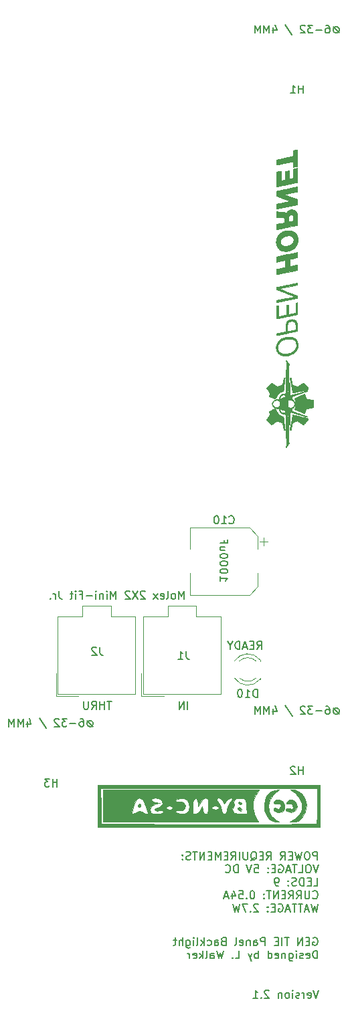
<source format=gbr>
%TF.GenerationSoftware,KiCad,Pcbnew,(5.1.12-1-10_14)*%
%TF.CreationDate,2021-11-25T16:43:39+11:00*%
%TF.ProjectId,GEN TIE PCB V2,47454e20-5449-4452-9050-43422056322e,rev?*%
%TF.SameCoordinates,Original*%
%TF.FileFunction,Legend,Bot*%
%TF.FilePolarity,Positive*%
%FSLAX46Y46*%
G04 Gerber Fmt 4.6, Leading zero omitted, Abs format (unit mm)*
G04 Created by KiCad (PCBNEW (5.1.12-1-10_14)) date 2021-11-25 16:43:39*
%MOMM*%
%LPD*%
G01*
G04 APERTURE LIST*
%ADD10C,0.150000*%
%ADD11C,0.120000*%
%ADD12C,0.010000*%
G04 APERTURE END LIST*
D10*
X147349619Y-104775809D02*
X147349619Y-105347238D01*
X147349619Y-105061523D02*
X148349619Y-105061523D01*
X148206761Y-105156761D01*
X148111523Y-105252000D01*
X148063904Y-105347238D01*
X148349619Y-104156761D02*
X148349619Y-104061523D01*
X148302000Y-103966285D01*
X148254380Y-103918666D01*
X148159142Y-103871047D01*
X147968666Y-103823428D01*
X147730571Y-103823428D01*
X147540095Y-103871047D01*
X147444857Y-103918666D01*
X147397238Y-103966285D01*
X147349619Y-104061523D01*
X147349619Y-104156761D01*
X147397238Y-104252000D01*
X147444857Y-104299619D01*
X147540095Y-104347238D01*
X147730571Y-104394857D01*
X147968666Y-104394857D01*
X148159142Y-104347238D01*
X148254380Y-104299619D01*
X148302000Y-104252000D01*
X148349619Y-104156761D01*
X148349619Y-103204380D02*
X148349619Y-103109142D01*
X148302000Y-103013904D01*
X148254380Y-102966285D01*
X148159142Y-102918666D01*
X147968666Y-102871047D01*
X147730571Y-102871047D01*
X147540095Y-102918666D01*
X147444857Y-102966285D01*
X147397238Y-103013904D01*
X147349619Y-103109142D01*
X147349619Y-103204380D01*
X147397238Y-103299619D01*
X147444857Y-103347238D01*
X147540095Y-103394857D01*
X147730571Y-103442476D01*
X147968666Y-103442476D01*
X148159142Y-103394857D01*
X148254380Y-103347238D01*
X148302000Y-103299619D01*
X148349619Y-103204380D01*
X148349619Y-102252000D02*
X148349619Y-102156761D01*
X148302000Y-102061523D01*
X148254380Y-102013904D01*
X148159142Y-101966285D01*
X147968666Y-101918666D01*
X147730571Y-101918666D01*
X147540095Y-101966285D01*
X147444857Y-102013904D01*
X147397238Y-102061523D01*
X147349619Y-102156761D01*
X147349619Y-102252000D01*
X147397238Y-102347238D01*
X147444857Y-102394857D01*
X147540095Y-102442476D01*
X147730571Y-102490095D01*
X147968666Y-102490095D01*
X148159142Y-102442476D01*
X148254380Y-102394857D01*
X148302000Y-102347238D01*
X148349619Y-102252000D01*
X148016285Y-101061523D02*
X147349619Y-101061523D01*
X148016285Y-101490095D02*
X147492476Y-101490095D01*
X147397238Y-101442476D01*
X147349619Y-101347238D01*
X147349619Y-101204380D01*
X147397238Y-101109142D01*
X147444857Y-101061523D01*
X147873428Y-100252000D02*
X147873428Y-100585333D01*
X147349619Y-100585333D02*
X148349619Y-100585333D01*
X148349619Y-100109142D01*
X143271809Y-121610380D02*
X143271809Y-120610380D01*
X142795619Y-121610380D02*
X142795619Y-120610380D01*
X142224190Y-121610380D01*
X142224190Y-120610380D01*
X133659333Y-120610380D02*
X133087904Y-120610380D01*
X133373619Y-121610380D02*
X133373619Y-120610380D01*
X132754571Y-121610380D02*
X132754571Y-120610380D01*
X132754571Y-121086571D02*
X132183142Y-121086571D01*
X132183142Y-121610380D02*
X132183142Y-120610380D01*
X131135523Y-121610380D02*
X131468857Y-121134190D01*
X131706952Y-121610380D02*
X131706952Y-120610380D01*
X131326000Y-120610380D01*
X131230761Y-120658000D01*
X131183142Y-120705619D01*
X131135523Y-120800857D01*
X131135523Y-120943714D01*
X131183142Y-121038952D01*
X131230761Y-121086571D01*
X131326000Y-121134190D01*
X131706952Y-121134190D01*
X130706952Y-120610380D02*
X130706952Y-121419904D01*
X130659333Y-121515142D01*
X130611714Y-121562761D01*
X130516476Y-121610380D01*
X130326000Y-121610380D01*
X130230761Y-121562761D01*
X130183142Y-121515142D01*
X130135523Y-121419904D01*
X130135523Y-120610380D01*
X152042000Y-114016380D02*
X152375333Y-113540190D01*
X152613428Y-114016380D02*
X152613428Y-113016380D01*
X152232476Y-113016380D01*
X152137238Y-113064000D01*
X152089619Y-113111619D01*
X152042000Y-113206857D01*
X152042000Y-113349714D01*
X152089619Y-113444952D01*
X152137238Y-113492571D01*
X152232476Y-113540190D01*
X152613428Y-113540190D01*
X151613428Y-113492571D02*
X151280095Y-113492571D01*
X151137238Y-114016380D02*
X151613428Y-114016380D01*
X151613428Y-113016380D01*
X151137238Y-113016380D01*
X150756285Y-113730666D02*
X150280095Y-113730666D01*
X150851523Y-114016380D02*
X150518190Y-113016380D01*
X150184857Y-114016380D01*
X149851523Y-114016380D02*
X149851523Y-113016380D01*
X149613428Y-113016380D01*
X149470571Y-113064000D01*
X149375333Y-113159238D01*
X149327714Y-113254476D01*
X149280095Y-113444952D01*
X149280095Y-113587809D01*
X149327714Y-113778285D01*
X149375333Y-113873523D01*
X149470571Y-113968761D01*
X149613428Y-114016380D01*
X149851523Y-114016380D01*
X148661047Y-113540190D02*
X148661047Y-114016380D01*
X148994380Y-113016380D02*
X148661047Y-113540190D01*
X148327714Y-113016380D01*
X159160595Y-150567000D02*
X159255833Y-150519380D01*
X159398690Y-150519380D01*
X159541547Y-150567000D01*
X159636785Y-150662238D01*
X159684404Y-150757476D01*
X159732023Y-150947952D01*
X159732023Y-151090809D01*
X159684404Y-151281285D01*
X159636785Y-151376523D01*
X159541547Y-151471761D01*
X159398690Y-151519380D01*
X159303452Y-151519380D01*
X159160595Y-151471761D01*
X159112976Y-151424142D01*
X159112976Y-151090809D01*
X159303452Y-151090809D01*
X158684404Y-150995571D02*
X158351071Y-150995571D01*
X158208214Y-151519380D02*
X158684404Y-151519380D01*
X158684404Y-150519380D01*
X158208214Y-150519380D01*
X157779642Y-151519380D02*
X157779642Y-150519380D01*
X157208214Y-151519380D01*
X157208214Y-150519380D01*
X156112976Y-150519380D02*
X155541547Y-150519380D01*
X155827261Y-151519380D02*
X155827261Y-150519380D01*
X155208214Y-151519380D02*
X155208214Y-150519380D01*
X154732023Y-150995571D02*
X154398690Y-150995571D01*
X154255833Y-151519380D02*
X154732023Y-151519380D01*
X154732023Y-150519380D01*
X154255833Y-150519380D01*
X153065357Y-151519380D02*
X153065357Y-150519380D01*
X152684404Y-150519380D01*
X152589166Y-150567000D01*
X152541547Y-150614619D01*
X152493928Y-150709857D01*
X152493928Y-150852714D01*
X152541547Y-150947952D01*
X152589166Y-150995571D01*
X152684404Y-151043190D01*
X153065357Y-151043190D01*
X151636785Y-151519380D02*
X151636785Y-150995571D01*
X151684404Y-150900333D01*
X151779642Y-150852714D01*
X151970119Y-150852714D01*
X152065357Y-150900333D01*
X151636785Y-151471761D02*
X151732023Y-151519380D01*
X151970119Y-151519380D01*
X152065357Y-151471761D01*
X152112976Y-151376523D01*
X152112976Y-151281285D01*
X152065357Y-151186047D01*
X151970119Y-151138428D01*
X151732023Y-151138428D01*
X151636785Y-151090809D01*
X151160595Y-150852714D02*
X151160595Y-151519380D01*
X151160595Y-150947952D02*
X151112976Y-150900333D01*
X151017738Y-150852714D01*
X150874880Y-150852714D01*
X150779642Y-150900333D01*
X150732023Y-150995571D01*
X150732023Y-151519380D01*
X149874880Y-151471761D02*
X149970119Y-151519380D01*
X150160595Y-151519380D01*
X150255833Y-151471761D01*
X150303452Y-151376523D01*
X150303452Y-150995571D01*
X150255833Y-150900333D01*
X150160595Y-150852714D01*
X149970119Y-150852714D01*
X149874880Y-150900333D01*
X149827261Y-150995571D01*
X149827261Y-151090809D01*
X150303452Y-151186047D01*
X149255833Y-151519380D02*
X149351071Y-151471761D01*
X149398690Y-151376523D01*
X149398690Y-150519380D01*
X147779642Y-150995571D02*
X147636785Y-151043190D01*
X147589166Y-151090809D01*
X147541547Y-151186047D01*
X147541547Y-151328904D01*
X147589166Y-151424142D01*
X147636785Y-151471761D01*
X147732023Y-151519380D01*
X148112976Y-151519380D01*
X148112976Y-150519380D01*
X147779642Y-150519380D01*
X147684404Y-150567000D01*
X147636785Y-150614619D01*
X147589166Y-150709857D01*
X147589166Y-150805095D01*
X147636785Y-150900333D01*
X147684404Y-150947952D01*
X147779642Y-150995571D01*
X148112976Y-150995571D01*
X146684404Y-151519380D02*
X146684404Y-150995571D01*
X146732023Y-150900333D01*
X146827261Y-150852714D01*
X147017738Y-150852714D01*
X147112976Y-150900333D01*
X146684404Y-151471761D02*
X146779642Y-151519380D01*
X147017738Y-151519380D01*
X147112976Y-151471761D01*
X147160595Y-151376523D01*
X147160595Y-151281285D01*
X147112976Y-151186047D01*
X147017738Y-151138428D01*
X146779642Y-151138428D01*
X146684404Y-151090809D01*
X145779642Y-151471761D02*
X145874880Y-151519380D01*
X146065357Y-151519380D01*
X146160595Y-151471761D01*
X146208214Y-151424142D01*
X146255833Y-151328904D01*
X146255833Y-151043190D01*
X146208214Y-150947952D01*
X146160595Y-150900333D01*
X146065357Y-150852714D01*
X145874880Y-150852714D01*
X145779642Y-150900333D01*
X145351071Y-151519380D02*
X145351071Y-150519380D01*
X145255833Y-151138428D02*
X144970119Y-151519380D01*
X144970119Y-150852714D02*
X145351071Y-151233666D01*
X144398690Y-151519380D02*
X144493928Y-151471761D01*
X144541547Y-151376523D01*
X144541547Y-150519380D01*
X144017738Y-151519380D02*
X144017738Y-150852714D01*
X144017738Y-150519380D02*
X144065357Y-150567000D01*
X144017738Y-150614619D01*
X143970119Y-150567000D01*
X144017738Y-150519380D01*
X144017738Y-150614619D01*
X143112976Y-150852714D02*
X143112976Y-151662238D01*
X143160595Y-151757476D01*
X143208214Y-151805095D01*
X143303452Y-151852714D01*
X143446309Y-151852714D01*
X143541547Y-151805095D01*
X143112976Y-151471761D02*
X143208214Y-151519380D01*
X143398690Y-151519380D01*
X143493928Y-151471761D01*
X143541547Y-151424142D01*
X143589166Y-151328904D01*
X143589166Y-151043190D01*
X143541547Y-150947952D01*
X143493928Y-150900333D01*
X143398690Y-150852714D01*
X143208214Y-150852714D01*
X143112976Y-150900333D01*
X142636785Y-151519380D02*
X142636785Y-150519380D01*
X142208214Y-151519380D02*
X142208214Y-150995571D01*
X142255833Y-150900333D01*
X142351071Y-150852714D01*
X142493928Y-150852714D01*
X142589166Y-150900333D01*
X142636785Y-150947952D01*
X141874880Y-150852714D02*
X141493928Y-150852714D01*
X141732023Y-150519380D02*
X141732023Y-151376523D01*
X141684404Y-151471761D01*
X141589166Y-151519380D01*
X141493928Y-151519380D01*
X159684404Y-153169380D02*
X159684404Y-152169380D01*
X159446309Y-152169380D01*
X159303452Y-152217000D01*
X159208214Y-152312238D01*
X159160595Y-152407476D01*
X159112976Y-152597952D01*
X159112976Y-152740809D01*
X159160595Y-152931285D01*
X159208214Y-153026523D01*
X159303452Y-153121761D01*
X159446309Y-153169380D01*
X159684404Y-153169380D01*
X158303452Y-153121761D02*
X158398690Y-153169380D01*
X158589166Y-153169380D01*
X158684404Y-153121761D01*
X158732023Y-153026523D01*
X158732023Y-152645571D01*
X158684404Y-152550333D01*
X158589166Y-152502714D01*
X158398690Y-152502714D01*
X158303452Y-152550333D01*
X158255833Y-152645571D01*
X158255833Y-152740809D01*
X158732023Y-152836047D01*
X157874880Y-153121761D02*
X157779642Y-153169380D01*
X157589166Y-153169380D01*
X157493928Y-153121761D01*
X157446309Y-153026523D01*
X157446309Y-152978904D01*
X157493928Y-152883666D01*
X157589166Y-152836047D01*
X157732023Y-152836047D01*
X157827261Y-152788428D01*
X157874880Y-152693190D01*
X157874880Y-152645571D01*
X157827261Y-152550333D01*
X157732023Y-152502714D01*
X157589166Y-152502714D01*
X157493928Y-152550333D01*
X157017738Y-153169380D02*
X157017738Y-152502714D01*
X157017738Y-152169380D02*
X157065357Y-152217000D01*
X157017738Y-152264619D01*
X156970119Y-152217000D01*
X157017738Y-152169380D01*
X157017738Y-152264619D01*
X156112976Y-152502714D02*
X156112976Y-153312238D01*
X156160595Y-153407476D01*
X156208214Y-153455095D01*
X156303452Y-153502714D01*
X156446309Y-153502714D01*
X156541547Y-153455095D01*
X156112976Y-153121761D02*
X156208214Y-153169380D01*
X156398690Y-153169380D01*
X156493928Y-153121761D01*
X156541547Y-153074142D01*
X156589166Y-152978904D01*
X156589166Y-152693190D01*
X156541547Y-152597952D01*
X156493928Y-152550333D01*
X156398690Y-152502714D01*
X156208214Y-152502714D01*
X156112976Y-152550333D01*
X155636785Y-152502714D02*
X155636785Y-153169380D01*
X155636785Y-152597952D02*
X155589166Y-152550333D01*
X155493928Y-152502714D01*
X155351071Y-152502714D01*
X155255833Y-152550333D01*
X155208214Y-152645571D01*
X155208214Y-153169380D01*
X154351071Y-153121761D02*
X154446309Y-153169380D01*
X154636785Y-153169380D01*
X154732023Y-153121761D01*
X154779642Y-153026523D01*
X154779642Y-152645571D01*
X154732023Y-152550333D01*
X154636785Y-152502714D01*
X154446309Y-152502714D01*
X154351071Y-152550333D01*
X154303452Y-152645571D01*
X154303452Y-152740809D01*
X154779642Y-152836047D01*
X153446309Y-153169380D02*
X153446309Y-152169380D01*
X153446309Y-153121761D02*
X153541547Y-153169380D01*
X153732023Y-153169380D01*
X153827261Y-153121761D01*
X153874880Y-153074142D01*
X153922500Y-152978904D01*
X153922500Y-152693190D01*
X153874880Y-152597952D01*
X153827261Y-152550333D01*
X153732023Y-152502714D01*
X153541547Y-152502714D01*
X153446309Y-152550333D01*
X152208214Y-153169380D02*
X152208214Y-152169380D01*
X152208214Y-152550333D02*
X152112976Y-152502714D01*
X151922500Y-152502714D01*
X151827261Y-152550333D01*
X151779642Y-152597952D01*
X151732023Y-152693190D01*
X151732023Y-152978904D01*
X151779642Y-153074142D01*
X151827261Y-153121761D01*
X151922500Y-153169380D01*
X152112976Y-153169380D01*
X152208214Y-153121761D01*
X151398690Y-152502714D02*
X151160595Y-153169380D01*
X150922500Y-152502714D02*
X151160595Y-153169380D01*
X151255833Y-153407476D01*
X151303452Y-153455095D01*
X151398690Y-153502714D01*
X149303452Y-153169380D02*
X149779642Y-153169380D01*
X149779642Y-152169380D01*
X148970119Y-153074142D02*
X148922500Y-153121761D01*
X148970119Y-153169380D01*
X149017738Y-153121761D01*
X148970119Y-153074142D01*
X148970119Y-153169380D01*
X147827261Y-152169380D02*
X147589166Y-153169380D01*
X147398690Y-152455095D01*
X147208214Y-153169380D01*
X146970119Y-152169380D01*
X146160595Y-153169380D02*
X146160595Y-152645571D01*
X146208214Y-152550333D01*
X146303452Y-152502714D01*
X146493928Y-152502714D01*
X146589166Y-152550333D01*
X146160595Y-153121761D02*
X146255833Y-153169380D01*
X146493928Y-153169380D01*
X146589166Y-153121761D01*
X146636785Y-153026523D01*
X146636785Y-152931285D01*
X146589166Y-152836047D01*
X146493928Y-152788428D01*
X146255833Y-152788428D01*
X146160595Y-152740809D01*
X145541547Y-153169380D02*
X145636785Y-153121761D01*
X145684404Y-153026523D01*
X145684404Y-152169380D01*
X145160595Y-153169380D02*
X145160595Y-152169380D01*
X145065357Y-152788428D02*
X144779642Y-153169380D01*
X144779642Y-152502714D02*
X145160595Y-152883666D01*
X143970119Y-153121761D02*
X144065357Y-153169380D01*
X144255833Y-153169380D01*
X144351071Y-153121761D01*
X144398690Y-153026523D01*
X144398690Y-152645571D01*
X144351071Y-152550333D01*
X144255833Y-152502714D01*
X144065357Y-152502714D01*
X143970119Y-152550333D01*
X143922500Y-152645571D01*
X143922500Y-152740809D01*
X144398690Y-152836047D01*
X143493928Y-153169380D02*
X143493928Y-152502714D01*
X143493928Y-152693190D02*
X143446309Y-152597952D01*
X143398690Y-152550333D01*
X143303452Y-152502714D01*
X143208214Y-152502714D01*
X142818380Y-107640380D02*
X142818380Y-106640380D01*
X142485047Y-107354666D01*
X142151714Y-106640380D01*
X142151714Y-107640380D01*
X141532666Y-107640380D02*
X141627904Y-107592761D01*
X141675523Y-107545142D01*
X141723142Y-107449904D01*
X141723142Y-107164190D01*
X141675523Y-107068952D01*
X141627904Y-107021333D01*
X141532666Y-106973714D01*
X141389809Y-106973714D01*
X141294571Y-107021333D01*
X141246952Y-107068952D01*
X141199333Y-107164190D01*
X141199333Y-107449904D01*
X141246952Y-107545142D01*
X141294571Y-107592761D01*
X141389809Y-107640380D01*
X141532666Y-107640380D01*
X140627904Y-107640380D02*
X140723142Y-107592761D01*
X140770761Y-107497523D01*
X140770761Y-106640380D01*
X139866000Y-107592761D02*
X139961238Y-107640380D01*
X140151714Y-107640380D01*
X140246952Y-107592761D01*
X140294571Y-107497523D01*
X140294571Y-107116571D01*
X140246952Y-107021333D01*
X140151714Y-106973714D01*
X139961238Y-106973714D01*
X139866000Y-107021333D01*
X139818380Y-107116571D01*
X139818380Y-107211809D01*
X140294571Y-107307047D01*
X139485047Y-107640380D02*
X138961238Y-106973714D01*
X139485047Y-106973714D02*
X138961238Y-107640380D01*
X137866000Y-106735619D02*
X137818380Y-106688000D01*
X137723142Y-106640380D01*
X137485047Y-106640380D01*
X137389809Y-106688000D01*
X137342190Y-106735619D01*
X137294571Y-106830857D01*
X137294571Y-106926095D01*
X137342190Y-107068952D01*
X137913619Y-107640380D01*
X137294571Y-107640380D01*
X136961238Y-106640380D02*
X136294571Y-107640380D01*
X136294571Y-106640380D02*
X136961238Y-107640380D01*
X135961238Y-106735619D02*
X135913619Y-106688000D01*
X135818380Y-106640380D01*
X135580285Y-106640380D01*
X135485047Y-106688000D01*
X135437428Y-106735619D01*
X135389809Y-106830857D01*
X135389809Y-106926095D01*
X135437428Y-107068952D01*
X136008857Y-107640380D01*
X135389809Y-107640380D01*
X134199333Y-107640380D02*
X134199333Y-106640380D01*
X133866000Y-107354666D01*
X133532666Y-106640380D01*
X133532666Y-107640380D01*
X133056476Y-107640380D02*
X133056476Y-106973714D01*
X133056476Y-106640380D02*
X133104095Y-106688000D01*
X133056476Y-106735619D01*
X133008857Y-106688000D01*
X133056476Y-106640380D01*
X133056476Y-106735619D01*
X132580285Y-106973714D02*
X132580285Y-107640380D01*
X132580285Y-107068952D02*
X132532666Y-107021333D01*
X132437428Y-106973714D01*
X132294571Y-106973714D01*
X132199333Y-107021333D01*
X132151714Y-107116571D01*
X132151714Y-107640380D01*
X131675523Y-107640380D02*
X131675523Y-106973714D01*
X131675523Y-106640380D02*
X131723142Y-106688000D01*
X131675523Y-106735619D01*
X131627904Y-106688000D01*
X131675523Y-106640380D01*
X131675523Y-106735619D01*
X131199333Y-107259428D02*
X130437428Y-107259428D01*
X129627904Y-107116571D02*
X129961238Y-107116571D01*
X129961238Y-107640380D02*
X129961238Y-106640380D01*
X129485047Y-106640380D01*
X129104095Y-107640380D02*
X129104095Y-106973714D01*
X129104095Y-106640380D02*
X129151714Y-106688000D01*
X129104095Y-106735619D01*
X129056476Y-106688000D01*
X129104095Y-106640380D01*
X129104095Y-106735619D01*
X128770761Y-106973714D02*
X128389809Y-106973714D01*
X128627904Y-106640380D02*
X128627904Y-107497523D01*
X128580285Y-107592761D01*
X128485047Y-107640380D01*
X128389809Y-107640380D01*
X127008857Y-106640380D02*
X127008857Y-107354666D01*
X127056476Y-107497523D01*
X127151714Y-107592761D01*
X127294571Y-107640380D01*
X127389809Y-107640380D01*
X126532666Y-107640380D02*
X126532666Y-106973714D01*
X126532666Y-107164190D02*
X126485047Y-107068952D01*
X126437428Y-107021333D01*
X126342190Y-106973714D01*
X126246952Y-106973714D01*
X125913619Y-107545142D02*
X125866000Y-107592761D01*
X125913619Y-107640380D01*
X125961238Y-107592761D01*
X125913619Y-107545142D01*
X125913619Y-107640380D01*
X159684404Y-140662380D02*
X159684404Y-139662380D01*
X159303452Y-139662380D01*
X159208214Y-139710000D01*
X159160595Y-139757619D01*
X159112976Y-139852857D01*
X159112976Y-139995714D01*
X159160595Y-140090952D01*
X159208214Y-140138571D01*
X159303452Y-140186190D01*
X159684404Y-140186190D01*
X158493928Y-139662380D02*
X158303452Y-139662380D01*
X158208214Y-139710000D01*
X158112976Y-139805238D01*
X158065357Y-139995714D01*
X158065357Y-140329047D01*
X158112976Y-140519523D01*
X158208214Y-140614761D01*
X158303452Y-140662380D01*
X158493928Y-140662380D01*
X158589166Y-140614761D01*
X158684404Y-140519523D01*
X158732023Y-140329047D01*
X158732023Y-139995714D01*
X158684404Y-139805238D01*
X158589166Y-139710000D01*
X158493928Y-139662380D01*
X157732023Y-139662380D02*
X157493928Y-140662380D01*
X157303452Y-139948095D01*
X157112976Y-140662380D01*
X156874880Y-139662380D01*
X156493928Y-140138571D02*
X156160595Y-140138571D01*
X156017738Y-140662380D02*
X156493928Y-140662380D01*
X156493928Y-139662380D01*
X156017738Y-139662380D01*
X155017738Y-140662380D02*
X155351071Y-140186190D01*
X155589166Y-140662380D02*
X155589166Y-139662380D01*
X155208214Y-139662380D01*
X155112976Y-139710000D01*
X155065357Y-139757619D01*
X155017738Y-139852857D01*
X155017738Y-139995714D01*
X155065357Y-140090952D01*
X155112976Y-140138571D01*
X155208214Y-140186190D01*
X155589166Y-140186190D01*
X153255833Y-140662380D02*
X153589166Y-140186190D01*
X153827261Y-140662380D02*
X153827261Y-139662380D01*
X153446309Y-139662380D01*
X153351071Y-139710000D01*
X153303452Y-139757619D01*
X153255833Y-139852857D01*
X153255833Y-139995714D01*
X153303452Y-140090952D01*
X153351071Y-140138571D01*
X153446309Y-140186190D01*
X153827261Y-140186190D01*
X152827261Y-140138571D02*
X152493928Y-140138571D01*
X152351071Y-140662380D02*
X152827261Y-140662380D01*
X152827261Y-139662380D01*
X152351071Y-139662380D01*
X151255833Y-140757619D02*
X151351071Y-140710000D01*
X151446309Y-140614761D01*
X151589166Y-140471904D01*
X151684404Y-140424285D01*
X151779642Y-140424285D01*
X151732023Y-140662380D02*
X151827261Y-140614761D01*
X151922500Y-140519523D01*
X151970119Y-140329047D01*
X151970119Y-139995714D01*
X151922500Y-139805238D01*
X151827261Y-139710000D01*
X151732023Y-139662380D01*
X151541547Y-139662380D01*
X151446309Y-139710000D01*
X151351071Y-139805238D01*
X151303452Y-139995714D01*
X151303452Y-140329047D01*
X151351071Y-140519523D01*
X151446309Y-140614761D01*
X151541547Y-140662380D01*
X151732023Y-140662380D01*
X150874880Y-139662380D02*
X150874880Y-140471904D01*
X150827261Y-140567142D01*
X150779642Y-140614761D01*
X150684404Y-140662380D01*
X150493928Y-140662380D01*
X150398690Y-140614761D01*
X150351071Y-140567142D01*
X150303452Y-140471904D01*
X150303452Y-139662380D01*
X149827261Y-140662380D02*
X149827261Y-139662380D01*
X148779642Y-140662380D02*
X149112976Y-140186190D01*
X149351071Y-140662380D02*
X149351071Y-139662380D01*
X148970119Y-139662380D01*
X148874880Y-139710000D01*
X148827261Y-139757619D01*
X148779642Y-139852857D01*
X148779642Y-139995714D01*
X148827261Y-140090952D01*
X148874880Y-140138571D01*
X148970119Y-140186190D01*
X149351071Y-140186190D01*
X148351071Y-140138571D02*
X148017738Y-140138571D01*
X147874880Y-140662380D02*
X148351071Y-140662380D01*
X148351071Y-139662380D01*
X147874880Y-139662380D01*
X147446309Y-140662380D02*
X147446309Y-139662380D01*
X147112976Y-140376666D01*
X146779642Y-139662380D01*
X146779642Y-140662380D01*
X146303452Y-140138571D02*
X145970119Y-140138571D01*
X145827261Y-140662380D02*
X146303452Y-140662380D01*
X146303452Y-139662380D01*
X145827261Y-139662380D01*
X145398690Y-140662380D02*
X145398690Y-139662380D01*
X144827261Y-140662380D01*
X144827261Y-139662380D01*
X144493928Y-139662380D02*
X143922500Y-139662380D01*
X144208214Y-140662380D02*
X144208214Y-139662380D01*
X143636785Y-140614761D02*
X143493928Y-140662380D01*
X143255833Y-140662380D01*
X143160595Y-140614761D01*
X143112976Y-140567142D01*
X143065357Y-140471904D01*
X143065357Y-140376666D01*
X143112976Y-140281428D01*
X143160595Y-140233809D01*
X143255833Y-140186190D01*
X143446309Y-140138571D01*
X143541547Y-140090952D01*
X143589166Y-140043333D01*
X143636785Y-139948095D01*
X143636785Y-139852857D01*
X143589166Y-139757619D01*
X143541547Y-139710000D01*
X143446309Y-139662380D01*
X143208214Y-139662380D01*
X143065357Y-139710000D01*
X142636785Y-140567142D02*
X142589166Y-140614761D01*
X142636785Y-140662380D01*
X142684404Y-140614761D01*
X142636785Y-140567142D01*
X142636785Y-140662380D01*
X142636785Y-140043333D02*
X142589166Y-140090952D01*
X142636785Y-140138571D01*
X142684404Y-140090952D01*
X142636785Y-140043333D01*
X142636785Y-140138571D01*
X159827261Y-141312380D02*
X159493928Y-142312380D01*
X159160595Y-141312380D01*
X158636785Y-141312380D02*
X158446309Y-141312380D01*
X158351071Y-141360000D01*
X158255833Y-141455238D01*
X158208214Y-141645714D01*
X158208214Y-141979047D01*
X158255833Y-142169523D01*
X158351071Y-142264761D01*
X158446309Y-142312380D01*
X158636785Y-142312380D01*
X158732023Y-142264761D01*
X158827261Y-142169523D01*
X158874880Y-141979047D01*
X158874880Y-141645714D01*
X158827261Y-141455238D01*
X158732023Y-141360000D01*
X158636785Y-141312380D01*
X157303452Y-142312380D02*
X157779642Y-142312380D01*
X157779642Y-141312380D01*
X157112976Y-141312380D02*
X156541547Y-141312380D01*
X156827261Y-142312380D02*
X156827261Y-141312380D01*
X156255833Y-142026666D02*
X155779642Y-142026666D01*
X156351071Y-142312380D02*
X156017738Y-141312380D01*
X155684404Y-142312380D01*
X154827261Y-141360000D02*
X154922500Y-141312380D01*
X155065357Y-141312380D01*
X155208214Y-141360000D01*
X155303452Y-141455238D01*
X155351071Y-141550476D01*
X155398690Y-141740952D01*
X155398690Y-141883809D01*
X155351071Y-142074285D01*
X155303452Y-142169523D01*
X155208214Y-142264761D01*
X155065357Y-142312380D01*
X154970119Y-142312380D01*
X154827261Y-142264761D01*
X154779642Y-142217142D01*
X154779642Y-141883809D01*
X154970119Y-141883809D01*
X154351071Y-141788571D02*
X154017738Y-141788571D01*
X153874880Y-142312380D02*
X154351071Y-142312380D01*
X154351071Y-141312380D01*
X153874880Y-141312380D01*
X153446309Y-142217142D02*
X153398690Y-142264761D01*
X153446309Y-142312380D01*
X153493928Y-142264761D01*
X153446309Y-142217142D01*
X153446309Y-142312380D01*
X153446309Y-141693333D02*
X153398690Y-141740952D01*
X153446309Y-141788571D01*
X153493928Y-141740952D01*
X153446309Y-141693333D01*
X153446309Y-141788571D01*
X151732023Y-141312380D02*
X152208214Y-141312380D01*
X152255833Y-141788571D01*
X152208214Y-141740952D01*
X152112976Y-141693333D01*
X151874880Y-141693333D01*
X151779642Y-141740952D01*
X151732023Y-141788571D01*
X151684404Y-141883809D01*
X151684404Y-142121904D01*
X151732023Y-142217142D01*
X151779642Y-142264761D01*
X151874880Y-142312380D01*
X152112976Y-142312380D01*
X152208214Y-142264761D01*
X152255833Y-142217142D01*
X151398690Y-141312380D02*
X151065357Y-142312380D01*
X150732023Y-141312380D01*
X149636785Y-142312380D02*
X149636785Y-141312380D01*
X149398690Y-141312380D01*
X149255833Y-141360000D01*
X149160595Y-141455238D01*
X149112976Y-141550476D01*
X149065357Y-141740952D01*
X149065357Y-141883809D01*
X149112976Y-142074285D01*
X149160595Y-142169523D01*
X149255833Y-142264761D01*
X149398690Y-142312380D01*
X149636785Y-142312380D01*
X148065357Y-142217142D02*
X148112976Y-142264761D01*
X148255833Y-142312380D01*
X148351071Y-142312380D01*
X148493928Y-142264761D01*
X148589166Y-142169523D01*
X148636785Y-142074285D01*
X148684404Y-141883809D01*
X148684404Y-141740952D01*
X148636785Y-141550476D01*
X148589166Y-141455238D01*
X148493928Y-141360000D01*
X148351071Y-141312380D01*
X148255833Y-141312380D01*
X148112976Y-141360000D01*
X148065357Y-141407619D01*
X159208214Y-143962380D02*
X159684404Y-143962380D01*
X159684404Y-142962380D01*
X158874880Y-143438571D02*
X158541547Y-143438571D01*
X158398690Y-143962380D02*
X158874880Y-143962380D01*
X158874880Y-142962380D01*
X158398690Y-142962380D01*
X157970119Y-143962380D02*
X157970119Y-142962380D01*
X157732023Y-142962380D01*
X157589166Y-143010000D01*
X157493928Y-143105238D01*
X157446309Y-143200476D01*
X157398690Y-143390952D01*
X157398690Y-143533809D01*
X157446309Y-143724285D01*
X157493928Y-143819523D01*
X157589166Y-143914761D01*
X157732023Y-143962380D01*
X157970119Y-143962380D01*
X157017738Y-143914761D02*
X156874880Y-143962380D01*
X156636785Y-143962380D01*
X156541547Y-143914761D01*
X156493928Y-143867142D01*
X156446309Y-143771904D01*
X156446309Y-143676666D01*
X156493928Y-143581428D01*
X156541547Y-143533809D01*
X156636785Y-143486190D01*
X156827261Y-143438571D01*
X156922500Y-143390952D01*
X156970119Y-143343333D01*
X157017738Y-143248095D01*
X157017738Y-143152857D01*
X156970119Y-143057619D01*
X156922500Y-143010000D01*
X156827261Y-142962380D01*
X156589166Y-142962380D01*
X156446309Y-143010000D01*
X156017738Y-143867142D02*
X155970119Y-143914761D01*
X156017738Y-143962380D01*
X156065357Y-143914761D01*
X156017738Y-143867142D01*
X156017738Y-143962380D01*
X156017738Y-143343333D02*
X155970119Y-143390952D01*
X156017738Y-143438571D01*
X156065357Y-143390952D01*
X156017738Y-143343333D01*
X156017738Y-143438571D01*
X154732023Y-143962380D02*
X154541547Y-143962380D01*
X154446309Y-143914761D01*
X154398690Y-143867142D01*
X154303452Y-143724285D01*
X154255833Y-143533809D01*
X154255833Y-143152857D01*
X154303452Y-143057619D01*
X154351071Y-143010000D01*
X154446309Y-142962380D01*
X154636785Y-142962380D01*
X154732023Y-143010000D01*
X154779642Y-143057619D01*
X154827261Y-143152857D01*
X154827261Y-143390952D01*
X154779642Y-143486190D01*
X154732023Y-143533809D01*
X154636785Y-143581428D01*
X154446309Y-143581428D01*
X154351071Y-143533809D01*
X154303452Y-143486190D01*
X154255833Y-143390952D01*
X159112976Y-145517142D02*
X159160595Y-145564761D01*
X159303452Y-145612380D01*
X159398690Y-145612380D01*
X159541547Y-145564761D01*
X159636785Y-145469523D01*
X159684404Y-145374285D01*
X159732023Y-145183809D01*
X159732023Y-145040952D01*
X159684404Y-144850476D01*
X159636785Y-144755238D01*
X159541547Y-144660000D01*
X159398690Y-144612380D01*
X159303452Y-144612380D01*
X159160595Y-144660000D01*
X159112976Y-144707619D01*
X158684404Y-144612380D02*
X158684404Y-145421904D01*
X158636785Y-145517142D01*
X158589166Y-145564761D01*
X158493928Y-145612380D01*
X158303452Y-145612380D01*
X158208214Y-145564761D01*
X158160595Y-145517142D01*
X158112976Y-145421904D01*
X158112976Y-144612380D01*
X157065357Y-145612380D02*
X157398690Y-145136190D01*
X157636785Y-145612380D02*
X157636785Y-144612380D01*
X157255833Y-144612380D01*
X157160595Y-144660000D01*
X157112976Y-144707619D01*
X157065357Y-144802857D01*
X157065357Y-144945714D01*
X157112976Y-145040952D01*
X157160595Y-145088571D01*
X157255833Y-145136190D01*
X157636785Y-145136190D01*
X156065357Y-145612380D02*
X156398690Y-145136190D01*
X156636785Y-145612380D02*
X156636785Y-144612380D01*
X156255833Y-144612380D01*
X156160595Y-144660000D01*
X156112976Y-144707619D01*
X156065357Y-144802857D01*
X156065357Y-144945714D01*
X156112976Y-145040952D01*
X156160595Y-145088571D01*
X156255833Y-145136190D01*
X156636785Y-145136190D01*
X155636785Y-145088571D02*
X155303452Y-145088571D01*
X155160595Y-145612380D02*
X155636785Y-145612380D01*
X155636785Y-144612380D01*
X155160595Y-144612380D01*
X154732023Y-145612380D02*
X154732023Y-144612380D01*
X154160595Y-145612380D01*
X154160595Y-144612380D01*
X153827261Y-144612380D02*
X153255833Y-144612380D01*
X153541547Y-145612380D02*
X153541547Y-144612380D01*
X152922500Y-145517142D02*
X152874880Y-145564761D01*
X152922500Y-145612380D01*
X152970119Y-145564761D01*
X152922500Y-145517142D01*
X152922500Y-145612380D01*
X152922500Y-144993333D02*
X152874880Y-145040952D01*
X152922500Y-145088571D01*
X152970119Y-145040952D01*
X152922500Y-144993333D01*
X152922500Y-145088571D01*
X151493928Y-144612380D02*
X151398690Y-144612380D01*
X151303452Y-144660000D01*
X151255833Y-144707619D01*
X151208214Y-144802857D01*
X151160595Y-144993333D01*
X151160595Y-145231428D01*
X151208214Y-145421904D01*
X151255833Y-145517142D01*
X151303452Y-145564761D01*
X151398690Y-145612380D01*
X151493928Y-145612380D01*
X151589166Y-145564761D01*
X151636785Y-145517142D01*
X151684404Y-145421904D01*
X151732023Y-145231428D01*
X151732023Y-144993333D01*
X151684404Y-144802857D01*
X151636785Y-144707619D01*
X151589166Y-144660000D01*
X151493928Y-144612380D01*
X150732023Y-145517142D02*
X150684404Y-145564761D01*
X150732023Y-145612380D01*
X150779642Y-145564761D01*
X150732023Y-145517142D01*
X150732023Y-145612380D01*
X149779642Y-144612380D02*
X150255833Y-144612380D01*
X150303452Y-145088571D01*
X150255833Y-145040952D01*
X150160595Y-144993333D01*
X149922500Y-144993333D01*
X149827261Y-145040952D01*
X149779642Y-145088571D01*
X149732023Y-145183809D01*
X149732023Y-145421904D01*
X149779642Y-145517142D01*
X149827261Y-145564761D01*
X149922500Y-145612380D01*
X150160595Y-145612380D01*
X150255833Y-145564761D01*
X150303452Y-145517142D01*
X148874880Y-144945714D02*
X148874880Y-145612380D01*
X149112976Y-144564761D02*
X149351071Y-145279047D01*
X148732023Y-145279047D01*
X148398690Y-145326666D02*
X147922500Y-145326666D01*
X148493928Y-145612380D02*
X148160595Y-144612380D01*
X147827261Y-145612380D01*
X159779642Y-146262380D02*
X159541547Y-147262380D01*
X159351071Y-146548095D01*
X159160595Y-147262380D01*
X158922500Y-146262380D01*
X158589166Y-146976666D02*
X158112976Y-146976666D01*
X158684404Y-147262380D02*
X158351071Y-146262380D01*
X158017738Y-147262380D01*
X157827261Y-146262380D02*
X157255833Y-146262380D01*
X157541547Y-147262380D02*
X157541547Y-146262380D01*
X157065357Y-146262380D02*
X156493928Y-146262380D01*
X156779642Y-147262380D02*
X156779642Y-146262380D01*
X156208214Y-146976666D02*
X155732023Y-146976666D01*
X156303452Y-147262380D02*
X155970119Y-146262380D01*
X155636785Y-147262380D01*
X154779642Y-146310000D02*
X154874880Y-146262380D01*
X155017738Y-146262380D01*
X155160595Y-146310000D01*
X155255833Y-146405238D01*
X155303452Y-146500476D01*
X155351071Y-146690952D01*
X155351071Y-146833809D01*
X155303452Y-147024285D01*
X155255833Y-147119523D01*
X155160595Y-147214761D01*
X155017738Y-147262380D01*
X154922500Y-147262380D01*
X154779642Y-147214761D01*
X154732023Y-147167142D01*
X154732023Y-146833809D01*
X154922500Y-146833809D01*
X154303452Y-146738571D02*
X153970119Y-146738571D01*
X153827261Y-147262380D02*
X154303452Y-147262380D01*
X154303452Y-146262380D01*
X153827261Y-146262380D01*
X153398690Y-147167142D02*
X153351071Y-147214761D01*
X153398690Y-147262380D01*
X153446309Y-147214761D01*
X153398690Y-147167142D01*
X153398690Y-147262380D01*
X153398690Y-146643333D02*
X153351071Y-146690952D01*
X153398690Y-146738571D01*
X153446309Y-146690952D01*
X153398690Y-146643333D01*
X153398690Y-146738571D01*
X152208214Y-146357619D02*
X152160595Y-146310000D01*
X152065357Y-146262380D01*
X151827261Y-146262380D01*
X151732023Y-146310000D01*
X151684404Y-146357619D01*
X151636785Y-146452857D01*
X151636785Y-146548095D01*
X151684404Y-146690952D01*
X152255833Y-147262380D01*
X151636785Y-147262380D01*
X151208214Y-147167142D02*
X151160595Y-147214761D01*
X151208214Y-147262380D01*
X151255833Y-147214761D01*
X151208214Y-147167142D01*
X151208214Y-147262380D01*
X150827261Y-146262380D02*
X150160595Y-146262380D01*
X150589166Y-147262380D01*
X149874880Y-146262380D02*
X149636785Y-147262380D01*
X149446309Y-146548095D01*
X149255833Y-147262380D01*
X149017738Y-146262380D01*
X159849761Y-157186380D02*
X159516427Y-158186380D01*
X159183094Y-157186380D01*
X158468808Y-158138761D02*
X158564046Y-158186380D01*
X158754523Y-158186380D01*
X158849761Y-158138761D01*
X158897380Y-158043523D01*
X158897380Y-157662571D01*
X158849761Y-157567333D01*
X158754523Y-157519714D01*
X158564046Y-157519714D01*
X158468808Y-157567333D01*
X158421189Y-157662571D01*
X158421189Y-157757809D01*
X158897380Y-157853047D01*
X157992618Y-158186380D02*
X157992618Y-157519714D01*
X157992618Y-157710190D02*
X157944999Y-157614952D01*
X157897380Y-157567333D01*
X157802142Y-157519714D01*
X157706904Y-157519714D01*
X157421189Y-158138761D02*
X157325951Y-158186380D01*
X157135475Y-158186380D01*
X157040237Y-158138761D01*
X156992618Y-158043523D01*
X156992618Y-157995904D01*
X157040237Y-157900666D01*
X157135475Y-157853047D01*
X157278332Y-157853047D01*
X157373570Y-157805428D01*
X157421189Y-157710190D01*
X157421189Y-157662571D01*
X157373570Y-157567333D01*
X157278332Y-157519714D01*
X157135475Y-157519714D01*
X157040237Y-157567333D01*
X156564046Y-158186380D02*
X156564046Y-157519714D01*
X156564046Y-157186380D02*
X156611665Y-157234000D01*
X156564046Y-157281619D01*
X156516427Y-157234000D01*
X156564046Y-157186380D01*
X156564046Y-157281619D01*
X155944999Y-158186380D02*
X156040237Y-158138761D01*
X156087856Y-158091142D01*
X156135475Y-157995904D01*
X156135475Y-157710190D01*
X156087856Y-157614952D01*
X156040237Y-157567333D01*
X155944999Y-157519714D01*
X155802142Y-157519714D01*
X155706904Y-157567333D01*
X155659285Y-157614952D01*
X155611665Y-157710190D01*
X155611665Y-157995904D01*
X155659285Y-158091142D01*
X155706904Y-158138761D01*
X155802142Y-158186380D01*
X155944999Y-158186380D01*
X155183094Y-157519714D02*
X155183094Y-158186380D01*
X155183094Y-157614952D02*
X155135475Y-157567333D01*
X155040237Y-157519714D01*
X154897380Y-157519714D01*
X154802142Y-157567333D01*
X154754523Y-157662571D01*
X154754523Y-158186380D01*
X153564046Y-157281619D02*
X153516427Y-157234000D01*
X153421189Y-157186380D01*
X153183094Y-157186380D01*
X153087856Y-157234000D01*
X153040237Y-157281619D01*
X152992618Y-157376857D01*
X152992618Y-157472095D01*
X153040237Y-157614952D01*
X153611665Y-158186380D01*
X152992618Y-158186380D01*
X152564046Y-158091142D02*
X152516427Y-158138761D01*
X152564046Y-158186380D01*
X152611665Y-158138761D01*
X152564046Y-158091142D01*
X152564046Y-158186380D01*
X151564046Y-158186380D02*
X152135475Y-158186380D01*
X151849761Y-158186380D02*
X151849761Y-157186380D01*
X151944999Y-157329238D01*
X152040237Y-157424476D01*
X152135475Y-157472095D01*
D11*
%TO.C,J1*%
X137412000Y-119948000D02*
X137412000Y-117098000D01*
X140262000Y-119948000D02*
X137412000Y-119948000D01*
X144372000Y-108488000D02*
X142562000Y-108488000D01*
X144372000Y-109888000D02*
X144372000Y-108488000D01*
X147472000Y-109888000D02*
X144372000Y-109888000D01*
X147472000Y-119708000D02*
X147472000Y-109888000D01*
X142562000Y-119708000D02*
X147472000Y-119708000D01*
X140752000Y-108488000D02*
X142562000Y-108488000D01*
X140752000Y-109888000D02*
X140752000Y-108488000D01*
X137652000Y-109888000D02*
X140752000Y-109888000D01*
X137652000Y-119708000D02*
X137652000Y-109888000D01*
X142562000Y-119708000D02*
X137652000Y-119708000D01*
%TO.C,J2*%
X126608000Y-119948000D02*
X126608000Y-117098000D01*
X129458000Y-119948000D02*
X126608000Y-119948000D01*
X133568000Y-108488000D02*
X131758000Y-108488000D01*
X133568000Y-109888000D02*
X133568000Y-108488000D01*
X136668000Y-109888000D02*
X133568000Y-109888000D01*
X136668000Y-119708000D02*
X136668000Y-109888000D01*
X131758000Y-119708000D02*
X136668000Y-119708000D01*
X129948000Y-108488000D02*
X131758000Y-108488000D01*
X129948000Y-109888000D02*
X129948000Y-108488000D01*
X126848000Y-109888000D02*
X129948000Y-109888000D01*
X126848000Y-119708000D02*
X126848000Y-109888000D01*
X131758000Y-119708000D02*
X126848000Y-119708000D01*
%TO.C,C10*%
X143620000Y-107130000D02*
X143620000Y-104380000D01*
X143620000Y-98610000D02*
X143620000Y-101360000D01*
X151075563Y-98610000D02*
X143620000Y-98610000D01*
X151075563Y-107130000D02*
X143620000Y-107130000D01*
X152140000Y-106065563D02*
X152140000Y-104380000D01*
X152140000Y-99674437D02*
X152140000Y-101360000D01*
X152140000Y-99674437D02*
X151075563Y-98610000D01*
X152140000Y-106065563D02*
X151075563Y-107130000D01*
X153380000Y-100360000D02*
X152380000Y-100360000D01*
X152880000Y-99860000D02*
X152880000Y-100860000D01*
%TO.C,D10*%
X152436000Y-117666000D02*
X152436000Y-117822000D01*
X152436000Y-115350000D02*
X152436000Y-115506000D01*
X149834870Y-117665837D02*
G75*
G03*
X151916961Y-117666000I1041130J1079837D01*
G01*
X149834870Y-115506163D02*
G75*
G02*
X151916961Y-115506000I1041130J-1079837D01*
G01*
X149203665Y-117664608D02*
G75*
G03*
X152436000Y-117821516I1672335J1078608D01*
G01*
X149203665Y-115507392D02*
G75*
G02*
X152436000Y-115350484I1672335J-1078608D01*
G01*
D12*
%TO.C,G\u002A\u002A\u002A*%
G36*
X131920199Y-136549391D02*
G01*
X160011590Y-136549391D01*
X160011590Y-131671245D01*
X159675166Y-131671245D01*
X159675166Y-133829965D01*
X159666806Y-134650585D01*
X159643962Y-135346081D01*
X159609985Y-135849127D01*
X159568229Y-136092401D01*
X159562036Y-136101814D01*
X159380140Y-136118859D01*
X158887193Y-136134078D01*
X158108561Y-136147341D01*
X157069612Y-136158518D01*
X155795714Y-136167480D01*
X154312235Y-136174096D01*
X152644542Y-136178236D01*
X150818002Y-136179769D01*
X148857984Y-136178567D01*
X146789855Y-136174498D01*
X145894817Y-136171903D01*
X132340729Y-136128861D01*
X132293793Y-133900053D01*
X132246858Y-131671245D01*
X159675166Y-131671245D01*
X160011590Y-131671245D01*
X160011590Y-131166610D01*
X131920199Y-131166610D01*
X131920199Y-136549391D01*
G37*
X131920199Y-136549391D02*
X160011590Y-136549391D01*
X160011590Y-131671245D01*
X159675166Y-131671245D01*
X159675166Y-133829965D01*
X159666806Y-134650585D01*
X159643962Y-135346081D01*
X159609985Y-135849127D01*
X159568229Y-136092401D01*
X159562036Y-136101814D01*
X159380140Y-136118859D01*
X158887193Y-136134078D01*
X158108561Y-136147341D01*
X157069612Y-136158518D01*
X155795714Y-136167480D01*
X154312235Y-136174096D01*
X152644542Y-136178236D01*
X150818002Y-136179769D01*
X148857984Y-136178567D01*
X146789855Y-136174498D01*
X145894817Y-136171903D01*
X132340729Y-136128861D01*
X132293793Y-133900053D01*
X132246858Y-131671245D01*
X159675166Y-131671245D01*
X160011590Y-131671245D01*
X160011590Y-131166610D01*
X131920199Y-131166610D01*
X131920199Y-136549391D01*
G36*
X156832740Y-132223418D02*
G01*
X157406857Y-132783998D01*
X157708117Y-133473113D01*
X157712489Y-134217650D01*
X157603773Y-134569218D01*
X157267582Y-135098872D01*
X156809349Y-135519675D01*
X156783632Y-135535807D01*
X156226821Y-135875286D01*
X156758557Y-135875914D01*
X157263539Y-135762346D01*
X157708701Y-135379288D01*
X157711525Y-135375937D01*
X158162677Y-134606281D01*
X158294543Y-133786033D01*
X158107122Y-132970606D01*
X157711525Y-132340063D01*
X157252935Y-131948741D01*
X156775734Y-131839457D01*
X156261176Y-131839457D01*
X156832740Y-132223418D01*
G37*
X156832740Y-132223418D02*
X157406857Y-132783998D01*
X157708117Y-133473113D01*
X157712489Y-134217650D01*
X157603773Y-134569218D01*
X157267582Y-135098872D01*
X156809349Y-135519675D01*
X156783632Y-135535807D01*
X156226821Y-135875286D01*
X156758557Y-135875914D01*
X157263539Y-135762346D01*
X157708701Y-135379288D01*
X157711525Y-135375937D01*
X158162677Y-134606281D01*
X158294543Y-133786033D01*
X158107122Y-132970606D01*
X157711525Y-132340063D01*
X157252935Y-131948741D01*
X156775734Y-131839457D01*
X156261176Y-131839457D01*
X156832740Y-132223418D01*
G36*
X154297754Y-131878050D02*
G01*
X153733076Y-132065900D01*
X153320464Y-132482044D01*
X153059919Y-133055337D01*
X152951439Y-133714631D01*
X152995025Y-134388780D01*
X153190676Y-135006636D01*
X153538394Y-135497053D01*
X154038178Y-135788883D01*
X154297754Y-135835445D01*
X154881126Y-135878453D01*
X154420658Y-135620916D01*
X153864657Y-135138403D01*
X153548950Y-134500327D01*
X153473118Y-133786152D01*
X153636738Y-133075342D01*
X154039392Y-132447361D01*
X154439200Y-132114742D01*
X154881126Y-131832537D01*
X154297754Y-131878050D01*
G37*
X154297754Y-131878050D02*
X153733076Y-132065900D01*
X153320464Y-132482044D01*
X153059919Y-133055337D01*
X152951439Y-133714631D01*
X152995025Y-134388780D01*
X153190676Y-135006636D01*
X153538394Y-135497053D01*
X154038178Y-135788883D01*
X154297754Y-135835445D01*
X154881126Y-135878453D01*
X154420658Y-135620916D01*
X153864657Y-135138403D01*
X153548950Y-134500327D01*
X153473118Y-133786152D01*
X153636738Y-133075342D01*
X154039392Y-132447361D01*
X154439200Y-132114742D01*
X154881126Y-131832537D01*
X154297754Y-131878050D01*
G36*
X132593047Y-135876543D02*
G01*
X152228084Y-135876543D01*
X151819217Y-135077537D01*
X151748668Y-134867272D01*
X150776723Y-134867272D01*
X150109238Y-134867272D01*
X149608699Y-134842369D01*
X149224624Y-134780896D01*
X149175678Y-134765169D01*
X148965887Y-134543844D01*
X148914315Y-134215377D01*
X149047903Y-133960778D01*
X149055256Y-133956048D01*
X149137825Y-133741983D01*
X149121235Y-133449240D01*
X149127201Y-133117221D01*
X149338376Y-132974888D01*
X148905862Y-132974888D01*
X148808926Y-133183677D01*
X148580195Y-133512580D01*
X148573179Y-133521576D01*
X148331828Y-133975897D01*
X148240495Y-134404689D01*
X148172489Y-134755504D01*
X147938072Y-134866360D01*
X147900331Y-134867272D01*
X147644468Y-134777663D01*
X147561249Y-134456572D01*
X147560167Y-134404689D01*
X147486778Y-134082624D01*
X147223315Y-134082624D01*
X147108247Y-134257590D01*
X146831254Y-134341865D01*
X146485035Y-134268313D01*
X146263838Y-134080262D01*
X146259423Y-134068265D01*
X146347041Y-133908184D01*
X146708830Y-133858000D01*
X145881788Y-133858000D01*
X145868901Y-134422969D01*
X145813850Y-134728266D01*
X145692047Y-134850183D01*
X145556537Y-134867272D01*
X145283056Y-134743667D01*
X145170675Y-134404689D01*
X145110063Y-133942106D01*
X144880183Y-134404689D01*
X144558260Y-134785452D01*
X144248380Y-134867272D01*
X144023263Y-134845117D01*
X143909442Y-134725039D01*
X143877644Y-134426619D01*
X143893687Y-133989362D01*
X143526076Y-133989362D01*
X143438827Y-134438978D01*
X143232451Y-134689911D01*
X142863095Y-134804117D01*
X142400798Y-134821184D01*
X141979343Y-134751316D01*
X141732516Y-134604718D01*
X141718029Y-134574403D01*
X141725925Y-134554559D01*
X140169906Y-134554559D01*
X140050442Y-134755130D01*
X139794111Y-134843548D01*
X139370892Y-134865792D01*
X138928433Y-134828357D01*
X138657281Y-134750117D01*
X138220702Y-134750117D01*
X138165971Y-134850537D01*
X137989987Y-134867263D01*
X137973373Y-134867272D01*
X137701370Y-134796366D01*
X137639404Y-134699060D01*
X137504565Y-134559705D01*
X137181567Y-134545655D01*
X136792690Y-134652563D01*
X136635500Y-134734745D01*
X136322033Y-134864323D01*
X136196254Y-134737574D01*
X136256489Y-134345429D01*
X136459467Y-133779939D01*
X136743508Y-133186187D01*
X136998496Y-132893242D01*
X137144378Y-132848729D01*
X137338410Y-132862079D01*
X137481422Y-132946775D01*
X137621308Y-133169781D01*
X137805965Y-133598063D01*
X137962671Y-133992832D01*
X138153247Y-134489662D01*
X138220702Y-134750117D01*
X138657281Y-134750117D01*
X138614383Y-134737739D01*
X138558661Y-134689499D01*
X138486033Y-134296646D01*
X138675529Y-133911415D01*
X139066866Y-133637538D01*
X139193182Y-133597629D01*
X139742053Y-133462543D01*
X139195364Y-133397296D01*
X138768270Y-133271148D01*
X138636855Y-133083951D01*
X138797964Y-132916350D01*
X139216821Y-132848729D01*
X139734613Y-132952393D01*
X140044643Y-133208527D01*
X140129864Y-133534846D01*
X139973230Y-133849062D01*
X139557694Y-134068890D01*
X139473609Y-134088312D01*
X139137406Y-134210670D01*
X139072255Y-134367469D01*
X139074071Y-134370508D01*
X139309261Y-134471064D01*
X139673961Y-134443225D01*
X140044312Y-134424665D01*
X140169906Y-134554559D01*
X141725925Y-134554559D01*
X141771609Y-134439753D01*
X142094499Y-134454929D01*
X142134978Y-134462744D01*
X142614279Y-134439815D01*
X142912459Y-134193534D01*
X142922928Y-134110318D01*
X141340066Y-134110318D01*
X141193839Y-134313251D01*
X140919537Y-134362636D01*
X140581314Y-134274900D01*
X140499007Y-134110318D01*
X140645234Y-133907385D01*
X140919537Y-133858000D01*
X141257759Y-133945736D01*
X141340066Y-134110318D01*
X142922928Y-134110318D01*
X142963679Y-133786407D01*
X142940642Y-133697860D01*
X142765115Y-133448739D01*
X142391853Y-133357258D01*
X142239879Y-133353364D01*
X141819291Y-133304078D01*
X141714172Y-133154488D01*
X141717480Y-133143100D01*
X141934647Y-132954126D01*
X142336989Y-132879751D01*
X142792494Y-132922442D01*
X143169151Y-133084664D01*
X143206132Y-133115286D01*
X143447748Y-133502533D01*
X143526076Y-133989362D01*
X143893687Y-133989362D01*
X143896904Y-133901688D01*
X143951305Y-133319713D01*
X144052577Y-133003599D01*
X144223515Y-132883644D01*
X144230308Y-132882280D01*
X144442391Y-132936351D01*
X144550117Y-133244844D01*
X144567149Y-133385282D01*
X144621032Y-133942106D01*
X144919306Y-133395417D01*
X145229796Y-132995191D01*
X145549684Y-132848729D01*
X145735322Y-132886732D01*
X145835634Y-133051878D01*
X145875860Y-133420874D01*
X145881788Y-133858000D01*
X146708830Y-133858000D01*
X147116499Y-133916637D01*
X147223315Y-134082624D01*
X147486778Y-134082624D01*
X147452695Y-133933056D01*
X147227484Y-133521576D01*
X146957126Y-133126695D01*
X146930101Y-132917322D01*
X147143763Y-132849454D01*
X147187021Y-132848729D01*
X147498459Y-132980105D01*
X147704767Y-133203863D01*
X147926552Y-133558998D01*
X148175298Y-133203863D01*
X148430252Y-132960486D01*
X148705154Y-132844984D01*
X148885723Y-132893174D01*
X148905862Y-132974888D01*
X149338376Y-132974888D01*
X149372493Y-132951893D01*
X149463108Y-132926648D01*
X149959522Y-132864496D01*
X150280242Y-132876840D01*
X150506797Y-132943312D01*
X150633907Y-133117517D01*
X150698507Y-133484187D01*
X150726275Y-133900053D01*
X150776723Y-134867272D01*
X151748668Y-134867272D01*
X151522746Y-134193934D01*
X151555006Y-133320674D01*
X151917460Y-132425239D01*
X151940234Y-132386146D01*
X152262495Y-131839457D01*
X132593047Y-131839457D01*
X132593047Y-135876543D01*
G37*
X132593047Y-135876543D02*
X152228084Y-135876543D01*
X151819217Y-135077537D01*
X151748668Y-134867272D01*
X150776723Y-134867272D01*
X150109238Y-134867272D01*
X149608699Y-134842369D01*
X149224624Y-134780896D01*
X149175678Y-134765169D01*
X148965887Y-134543844D01*
X148914315Y-134215377D01*
X149047903Y-133960778D01*
X149055256Y-133956048D01*
X149137825Y-133741983D01*
X149121235Y-133449240D01*
X149127201Y-133117221D01*
X149338376Y-132974888D01*
X148905862Y-132974888D01*
X148808926Y-133183677D01*
X148580195Y-133512580D01*
X148573179Y-133521576D01*
X148331828Y-133975897D01*
X148240495Y-134404689D01*
X148172489Y-134755504D01*
X147938072Y-134866360D01*
X147900331Y-134867272D01*
X147644468Y-134777663D01*
X147561249Y-134456572D01*
X147560167Y-134404689D01*
X147486778Y-134082624D01*
X147223315Y-134082624D01*
X147108247Y-134257590D01*
X146831254Y-134341865D01*
X146485035Y-134268313D01*
X146263838Y-134080262D01*
X146259423Y-134068265D01*
X146347041Y-133908184D01*
X146708830Y-133858000D01*
X145881788Y-133858000D01*
X145868901Y-134422969D01*
X145813850Y-134728266D01*
X145692047Y-134850183D01*
X145556537Y-134867272D01*
X145283056Y-134743667D01*
X145170675Y-134404689D01*
X145110063Y-133942106D01*
X144880183Y-134404689D01*
X144558260Y-134785452D01*
X144248380Y-134867272D01*
X144023263Y-134845117D01*
X143909442Y-134725039D01*
X143877644Y-134426619D01*
X143893687Y-133989362D01*
X143526076Y-133989362D01*
X143438827Y-134438978D01*
X143232451Y-134689911D01*
X142863095Y-134804117D01*
X142400798Y-134821184D01*
X141979343Y-134751316D01*
X141732516Y-134604718D01*
X141718029Y-134574403D01*
X141725925Y-134554559D01*
X140169906Y-134554559D01*
X140050442Y-134755130D01*
X139794111Y-134843548D01*
X139370892Y-134865792D01*
X138928433Y-134828357D01*
X138657281Y-134750117D01*
X138220702Y-134750117D01*
X138165971Y-134850537D01*
X137989987Y-134867263D01*
X137973373Y-134867272D01*
X137701370Y-134796366D01*
X137639404Y-134699060D01*
X137504565Y-134559705D01*
X137181567Y-134545655D01*
X136792690Y-134652563D01*
X136635500Y-134734745D01*
X136322033Y-134864323D01*
X136196254Y-134737574D01*
X136256489Y-134345429D01*
X136459467Y-133779939D01*
X136743508Y-133186187D01*
X136998496Y-132893242D01*
X137144378Y-132848729D01*
X137338410Y-132862079D01*
X137481422Y-132946775D01*
X137621308Y-133169781D01*
X137805965Y-133598063D01*
X137962671Y-133992832D01*
X138153247Y-134489662D01*
X138220702Y-134750117D01*
X138657281Y-134750117D01*
X138614383Y-134737739D01*
X138558661Y-134689499D01*
X138486033Y-134296646D01*
X138675529Y-133911415D01*
X139066866Y-133637538D01*
X139193182Y-133597629D01*
X139742053Y-133462543D01*
X139195364Y-133397296D01*
X138768270Y-133271148D01*
X138636855Y-133083951D01*
X138797964Y-132916350D01*
X139216821Y-132848729D01*
X139734613Y-132952393D01*
X140044643Y-133208527D01*
X140129864Y-133534846D01*
X139973230Y-133849062D01*
X139557694Y-134068890D01*
X139473609Y-134088312D01*
X139137406Y-134210670D01*
X139072255Y-134367469D01*
X139074071Y-134370508D01*
X139309261Y-134471064D01*
X139673961Y-134443225D01*
X140044312Y-134424665D01*
X140169906Y-134554559D01*
X141725925Y-134554559D01*
X141771609Y-134439753D01*
X142094499Y-134454929D01*
X142134978Y-134462744D01*
X142614279Y-134439815D01*
X142912459Y-134193534D01*
X142922928Y-134110318D01*
X141340066Y-134110318D01*
X141193839Y-134313251D01*
X140919537Y-134362636D01*
X140581314Y-134274900D01*
X140499007Y-134110318D01*
X140645234Y-133907385D01*
X140919537Y-133858000D01*
X141257759Y-133945736D01*
X141340066Y-134110318D01*
X142922928Y-134110318D01*
X142963679Y-133786407D01*
X142940642Y-133697860D01*
X142765115Y-133448739D01*
X142391853Y-133357258D01*
X142239879Y-133353364D01*
X141819291Y-133304078D01*
X141714172Y-133154488D01*
X141717480Y-133143100D01*
X141934647Y-132954126D01*
X142336989Y-132879751D01*
X142792494Y-132922442D01*
X143169151Y-133084664D01*
X143206132Y-133115286D01*
X143447748Y-133502533D01*
X143526076Y-133989362D01*
X143893687Y-133989362D01*
X143896904Y-133901688D01*
X143951305Y-133319713D01*
X144052577Y-133003599D01*
X144223515Y-132883644D01*
X144230308Y-132882280D01*
X144442391Y-132936351D01*
X144550117Y-133244844D01*
X144567149Y-133385282D01*
X144621032Y-133942106D01*
X144919306Y-133395417D01*
X145229796Y-132995191D01*
X145549684Y-132848729D01*
X145735322Y-132886732D01*
X145835634Y-133051878D01*
X145875860Y-133420874D01*
X145881788Y-133858000D01*
X146708830Y-133858000D01*
X147116499Y-133916637D01*
X147223315Y-134082624D01*
X147486778Y-134082624D01*
X147452695Y-133933056D01*
X147227484Y-133521576D01*
X146957126Y-133126695D01*
X146930101Y-132917322D01*
X147143763Y-132849454D01*
X147187021Y-132848729D01*
X147498459Y-132980105D01*
X147704767Y-133203863D01*
X147926552Y-133558998D01*
X148175298Y-133203863D01*
X148430252Y-132960486D01*
X148705154Y-132844984D01*
X148885723Y-132893174D01*
X148905862Y-132974888D01*
X149338376Y-132974888D01*
X149372493Y-132951893D01*
X149463108Y-132926648D01*
X149959522Y-132864496D01*
X150280242Y-132876840D01*
X150506797Y-132943312D01*
X150633907Y-133117517D01*
X150698507Y-133484187D01*
X150726275Y-133900053D01*
X150776723Y-134867272D01*
X151748668Y-134867272D01*
X151522746Y-134193934D01*
X151555006Y-133320674D01*
X151917460Y-132425239D01*
X151940234Y-132386146D01*
X152262495Y-131839457D01*
X132593047Y-131839457D01*
X132593047Y-135876543D01*
G36*
X156174240Y-133105984D02*
G01*
X156048441Y-133159179D01*
X155757983Y-133370090D01*
X155746884Y-133545909D01*
X155995306Y-133598257D01*
X156140839Y-133570806D01*
X156468401Y-133606082D01*
X156576107Y-133746755D01*
X156611779Y-134105065D01*
X156425165Y-134263238D01*
X156142715Y-134194424D01*
X155845532Y-134135750D01*
X155676598Y-134254200D01*
X155719713Y-134456228D01*
X155826794Y-134547079D01*
X156324686Y-134688677D01*
X156796370Y-134515063D01*
X156887654Y-134434727D01*
X157129718Y-134002447D01*
X157045514Y-133551046D01*
X156814880Y-133268640D01*
X156502588Y-133065805D01*
X156174240Y-133105984D01*
G37*
X156174240Y-133105984D02*
X156048441Y-133159179D01*
X155757983Y-133370090D01*
X155746884Y-133545909D01*
X155995306Y-133598257D01*
X156140839Y-133570806D01*
X156468401Y-133606082D01*
X156576107Y-133746755D01*
X156611779Y-134105065D01*
X156425165Y-134263238D01*
X156142715Y-134194424D01*
X155845532Y-134135750D01*
X155676598Y-134254200D01*
X155719713Y-134456228D01*
X155826794Y-134547079D01*
X156324686Y-134688677D01*
X156796370Y-134515063D01*
X156887654Y-134434727D01*
X157129718Y-134002447D01*
X157045514Y-133551046D01*
X156814880Y-133268640D01*
X156502588Y-133065805D01*
X156174240Y-133105984D01*
G36*
X154509541Y-133068711D02*
G01*
X154312887Y-133168922D01*
X154161923Y-133376912D01*
X154268230Y-133549362D01*
X154558847Y-133586492D01*
X154609991Y-133575236D01*
X154946354Y-133601754D01*
X155076763Y-133828082D01*
X154957395Y-134119761D01*
X154714811Y-134271551D01*
X154537360Y-134188330D01*
X154304981Y-134105448D01*
X154201703Y-134205063D01*
X154198801Y-134435771D01*
X154424607Y-134607774D01*
X154772060Y-134683295D01*
X155134096Y-134624559D01*
X155236931Y-134570325D01*
X155511880Y-134214606D01*
X155533476Y-133761970D01*
X155310260Y-133361969D01*
X154897636Y-133064697D01*
X154509541Y-133068711D01*
G37*
X154509541Y-133068711D02*
X154312887Y-133168922D01*
X154161923Y-133376912D01*
X154268230Y-133549362D01*
X154558847Y-133586492D01*
X154609991Y-133575236D01*
X154946354Y-133601754D01*
X155076763Y-133828082D01*
X154957395Y-134119761D01*
X154714811Y-134271551D01*
X154537360Y-134188330D01*
X154304981Y-134105448D01*
X154201703Y-134205063D01*
X154198801Y-134435771D01*
X154424607Y-134607774D01*
X154772060Y-134683295D01*
X155134096Y-134624559D01*
X155236931Y-134570325D01*
X155511880Y-134214606D01*
X155533476Y-133761970D01*
X155310260Y-133361969D01*
X154897636Y-133064697D01*
X154509541Y-133068711D01*
G36*
X149624567Y-134124017D02*
G01*
X149620999Y-134225964D01*
X149788428Y-134448099D01*
X149989991Y-134476342D01*
X150087086Y-134292548D01*
X149951650Y-134060828D01*
X149820751Y-134026212D01*
X149624567Y-134124017D01*
G37*
X149624567Y-134124017D02*
X149620999Y-134225964D01*
X149788428Y-134448099D01*
X149989991Y-134476342D01*
X150087086Y-134292548D01*
X149951650Y-134060828D01*
X149820751Y-134026212D01*
X149624567Y-134124017D01*
G36*
X149650732Y-133434912D02*
G01*
X149666556Y-133521576D01*
X149881608Y-133683372D01*
X149928802Y-133689788D01*
X150082556Y-133561486D01*
X150087086Y-133521576D01*
X149950168Y-133373951D01*
X149824841Y-133353364D01*
X149650732Y-133434912D01*
G37*
X149650732Y-133434912D02*
X149666556Y-133521576D01*
X149881608Y-133683372D01*
X149928802Y-133689788D01*
X150082556Y-133561486D01*
X150087086Y-133521576D01*
X149950168Y-133373951D01*
X149824841Y-133353364D01*
X149650732Y-133434912D01*
G36*
X137134768Y-133605682D02*
G01*
X136972973Y-133820734D01*
X136966556Y-133867928D01*
X137094859Y-134021682D01*
X137134768Y-134026212D01*
X137282393Y-133889294D01*
X137302980Y-133763967D01*
X137221433Y-133589858D01*
X137134768Y-133605682D01*
G37*
X137134768Y-133605682D02*
X136972973Y-133820734D01*
X136966556Y-133867928D01*
X137094859Y-134021682D01*
X137134768Y-134026212D01*
X137282393Y-133889294D01*
X137302980Y-133763967D01*
X137221433Y-133589858D01*
X137134768Y-133605682D01*
G36*
X155561831Y-86214870D02*
G01*
X155560462Y-86202057D01*
X155558247Y-86181826D01*
X155555245Y-86154674D01*
X155551511Y-86121097D01*
X155547101Y-86081594D01*
X155542071Y-86036660D01*
X155536478Y-85986793D01*
X155530378Y-85932491D01*
X155523827Y-85874249D01*
X155516882Y-85812566D01*
X155509598Y-85747938D01*
X155502032Y-85680862D01*
X155494240Y-85611835D01*
X155486279Y-85541355D01*
X155478204Y-85469919D01*
X155470072Y-85398022D01*
X155461939Y-85326164D01*
X155453861Y-85254840D01*
X155445895Y-85184548D01*
X155438096Y-85115784D01*
X155430522Y-85049047D01*
X155423227Y-84984832D01*
X155416269Y-84923637D01*
X155409704Y-84865959D01*
X155403587Y-84812295D01*
X155397976Y-84763142D01*
X155392926Y-84718998D01*
X155388494Y-84680358D01*
X155384735Y-84647721D01*
X155381707Y-84621584D01*
X155379464Y-84602442D01*
X155378065Y-84590794D01*
X155377671Y-84587738D01*
X155375213Y-84576177D01*
X155370850Y-84570389D01*
X155363242Y-84567800D01*
X155356829Y-84565553D01*
X155343602Y-84560162D01*
X155324437Y-84552020D01*
X155300210Y-84541522D01*
X155271800Y-84529062D01*
X155240083Y-84515034D01*
X155205935Y-84499832D01*
X155170234Y-84483850D01*
X155133856Y-84467483D01*
X155097679Y-84451125D01*
X155062578Y-84435171D01*
X155029432Y-84420013D01*
X154999117Y-84406047D01*
X154972510Y-84393667D01*
X154950487Y-84383267D01*
X154933926Y-84375241D01*
X154926168Y-84371307D01*
X154890833Y-84350436D01*
X154852669Y-84323821D01*
X154813330Y-84292899D01*
X154774470Y-84259110D01*
X154737741Y-84223893D01*
X154704798Y-84188685D01*
X154677292Y-84154926D01*
X154676926Y-84154433D01*
X154671854Y-84146815D01*
X154662967Y-84132594D01*
X154650692Y-84112493D01*
X154635455Y-84087238D01*
X154617681Y-84057554D01*
X154597796Y-84024165D01*
X154576225Y-83987797D01*
X154553395Y-83949174D01*
X154529731Y-83909021D01*
X154505659Y-83868063D01*
X154481604Y-83827024D01*
X154457992Y-83786630D01*
X154435250Y-83747606D01*
X154413802Y-83710675D01*
X154394075Y-83676564D01*
X154376494Y-83645996D01*
X154361485Y-83619698D01*
X154349474Y-83598392D01*
X154340886Y-83582806D01*
X154338083Y-83577527D01*
X154328284Y-83558659D01*
X153940934Y-83718948D01*
X153872306Y-83747406D01*
X153809631Y-83773520D01*
X153753111Y-83797201D01*
X153702952Y-83818362D01*
X153659358Y-83836916D01*
X153622533Y-83852774D01*
X153592680Y-83865850D01*
X153570005Y-83876055D01*
X153554711Y-83883302D01*
X153547003Y-83887505D01*
X153546175Y-83888187D01*
X153540458Y-83899067D01*
X153538767Y-83907996D01*
X153540714Y-83914024D01*
X153546271Y-83926640D01*
X153555013Y-83944988D01*
X153566514Y-83968213D01*
X153580348Y-83995458D01*
X153596090Y-84025869D01*
X153613313Y-84058591D01*
X153619200Y-84069657D01*
X153640075Y-84108894D01*
X153657218Y-84141452D01*
X153670939Y-84168090D01*
X153681552Y-84189568D01*
X153689367Y-84206646D01*
X153694694Y-84220084D01*
X153697846Y-84230640D01*
X153699134Y-84239076D01*
X153698869Y-84246150D01*
X153697361Y-84252622D01*
X153695882Y-84256816D01*
X153692986Y-84261660D01*
X153685629Y-84272977D01*
X153674149Y-84290265D01*
X153658887Y-84313024D01*
X153640181Y-84340752D01*
X153618372Y-84372949D01*
X153593799Y-84409113D01*
X153566801Y-84448744D01*
X153537718Y-84491340D01*
X153506890Y-84536400D01*
X153474655Y-84583423D01*
X153467282Y-84594166D01*
X153428737Y-84650322D01*
X153394715Y-84699932D01*
X153364950Y-84743434D01*
X153339179Y-84781264D01*
X153317134Y-84813859D01*
X153298552Y-84841657D01*
X153283167Y-84865094D01*
X153270714Y-84884607D01*
X153260927Y-84900634D01*
X153253542Y-84913610D01*
X153248292Y-84923974D01*
X153244914Y-84932163D01*
X153243141Y-84938612D01*
X153242709Y-84943760D01*
X153243352Y-84948043D01*
X153244805Y-84951898D01*
X153246803Y-84955763D01*
X153247285Y-84956650D01*
X153251102Y-84961189D01*
X153260436Y-84971183D01*
X153274788Y-84986132D01*
X153293660Y-85005538D01*
X153316553Y-85028904D01*
X153342969Y-85055730D01*
X153372410Y-85085519D01*
X153404378Y-85117772D01*
X153438373Y-85151990D01*
X153473899Y-85187675D01*
X153510456Y-85224330D01*
X153547547Y-85261455D01*
X153584672Y-85298553D01*
X153621335Y-85335124D01*
X153657035Y-85370671D01*
X153691276Y-85404695D01*
X153723558Y-85436699D01*
X153753384Y-85466182D01*
X153780255Y-85492648D01*
X153803673Y-85515598D01*
X153823140Y-85534534D01*
X153838156Y-85548956D01*
X153848225Y-85558368D01*
X153852847Y-85562270D01*
X153852882Y-85562289D01*
X153862131Y-85566465D01*
X153871046Y-85568274D01*
X153880797Y-85567285D01*
X153892555Y-85563061D01*
X153907491Y-85555169D01*
X153926775Y-85543174D01*
X153951578Y-85526643D01*
X153954707Y-85524520D01*
X153968852Y-85514883D01*
X153989255Y-85500945D01*
X154015193Y-85483199D01*
X154045945Y-85462140D01*
X154080792Y-85438261D01*
X154119013Y-85412056D01*
X154159885Y-85384021D01*
X154202689Y-85354648D01*
X154246704Y-85324433D01*
X154285950Y-85297479D01*
X154328791Y-85268098D01*
X154369856Y-85240024D01*
X154408573Y-85213642D01*
X154444374Y-85189336D01*
X154476688Y-85167490D01*
X154504944Y-85148489D01*
X154528573Y-85132717D01*
X154547005Y-85120559D01*
X154559669Y-85112399D01*
X154565995Y-85108621D01*
X154566273Y-85108493D01*
X154579364Y-85104391D01*
X154591553Y-85102700D01*
X154597661Y-85104264D01*
X154610875Y-85108764D01*
X154630470Y-85115909D01*
X154655725Y-85125410D01*
X154685916Y-85136977D01*
X154720321Y-85150319D01*
X154758217Y-85165146D01*
X154798880Y-85181170D01*
X154841588Y-85198099D01*
X154885618Y-85215644D01*
X154930247Y-85233515D01*
X154974751Y-85251421D01*
X155018409Y-85269074D01*
X155060497Y-85286182D01*
X155100291Y-85302456D01*
X155137070Y-85317607D01*
X155170110Y-85331343D01*
X155198689Y-85343376D01*
X155222083Y-85353414D01*
X155239569Y-85361169D01*
X155250425Y-85366350D01*
X155253657Y-85368261D01*
X155262905Y-85377022D01*
X155269357Y-85384857D01*
X155269922Y-85385812D01*
X155271215Y-85390897D01*
X155273931Y-85403728D01*
X155277958Y-85423725D01*
X155283186Y-85450306D01*
X155289503Y-85482893D01*
X155296797Y-85520903D01*
X155304958Y-85563757D01*
X155313874Y-85610875D01*
X155323435Y-85661675D01*
X155333528Y-85715578D01*
X155344043Y-85772003D01*
X155348302Y-85794931D01*
X155361938Y-85868205D01*
X155374159Y-85933435D01*
X155385024Y-85990914D01*
X155394592Y-86040934D01*
X155402921Y-86083789D01*
X155410069Y-86119772D01*
X155416095Y-86149175D01*
X155421058Y-86172293D01*
X155425015Y-86189418D01*
X155428025Y-86200843D01*
X155430146Y-86206862D01*
X155430576Y-86207600D01*
X155437679Y-86215900D01*
X155446037Y-86221733D01*
X155457218Y-86225513D01*
X155472788Y-86227654D01*
X155494314Y-86228570D01*
X155510442Y-86228704D01*
X155532120Y-86228663D01*
X155546726Y-86228317D01*
X155555653Y-86227426D01*
X155560294Y-86225751D01*
X155562045Y-86223050D01*
X155562301Y-86219767D01*
X155561831Y-86214870D01*
G37*
X155561831Y-86214870D02*
X155560462Y-86202057D01*
X155558247Y-86181826D01*
X155555245Y-86154674D01*
X155551511Y-86121097D01*
X155547101Y-86081594D01*
X155542071Y-86036660D01*
X155536478Y-85986793D01*
X155530378Y-85932491D01*
X155523827Y-85874249D01*
X155516882Y-85812566D01*
X155509598Y-85747938D01*
X155502032Y-85680862D01*
X155494240Y-85611835D01*
X155486279Y-85541355D01*
X155478204Y-85469919D01*
X155470072Y-85398022D01*
X155461939Y-85326164D01*
X155453861Y-85254840D01*
X155445895Y-85184548D01*
X155438096Y-85115784D01*
X155430522Y-85049047D01*
X155423227Y-84984832D01*
X155416269Y-84923637D01*
X155409704Y-84865959D01*
X155403587Y-84812295D01*
X155397976Y-84763142D01*
X155392926Y-84718998D01*
X155388494Y-84680358D01*
X155384735Y-84647721D01*
X155381707Y-84621584D01*
X155379464Y-84602442D01*
X155378065Y-84590794D01*
X155377671Y-84587738D01*
X155375213Y-84576177D01*
X155370850Y-84570389D01*
X155363242Y-84567800D01*
X155356829Y-84565553D01*
X155343602Y-84560162D01*
X155324437Y-84552020D01*
X155300210Y-84541522D01*
X155271800Y-84529062D01*
X155240083Y-84515034D01*
X155205935Y-84499832D01*
X155170234Y-84483850D01*
X155133856Y-84467483D01*
X155097679Y-84451125D01*
X155062578Y-84435171D01*
X155029432Y-84420013D01*
X154999117Y-84406047D01*
X154972510Y-84393667D01*
X154950487Y-84383267D01*
X154933926Y-84375241D01*
X154926168Y-84371307D01*
X154890833Y-84350436D01*
X154852669Y-84323821D01*
X154813330Y-84292899D01*
X154774470Y-84259110D01*
X154737741Y-84223893D01*
X154704798Y-84188685D01*
X154677292Y-84154926D01*
X154676926Y-84154433D01*
X154671854Y-84146815D01*
X154662967Y-84132594D01*
X154650692Y-84112493D01*
X154635455Y-84087238D01*
X154617681Y-84057554D01*
X154597796Y-84024165D01*
X154576225Y-83987797D01*
X154553395Y-83949174D01*
X154529731Y-83909021D01*
X154505659Y-83868063D01*
X154481604Y-83827024D01*
X154457992Y-83786630D01*
X154435250Y-83747606D01*
X154413802Y-83710675D01*
X154394075Y-83676564D01*
X154376494Y-83645996D01*
X154361485Y-83619698D01*
X154349474Y-83598392D01*
X154340886Y-83582806D01*
X154338083Y-83577527D01*
X154328284Y-83558659D01*
X153940934Y-83718948D01*
X153872306Y-83747406D01*
X153809631Y-83773520D01*
X153753111Y-83797201D01*
X153702952Y-83818362D01*
X153659358Y-83836916D01*
X153622533Y-83852774D01*
X153592680Y-83865850D01*
X153570005Y-83876055D01*
X153554711Y-83883302D01*
X153547003Y-83887505D01*
X153546175Y-83888187D01*
X153540458Y-83899067D01*
X153538767Y-83907996D01*
X153540714Y-83914024D01*
X153546271Y-83926640D01*
X153555013Y-83944988D01*
X153566514Y-83968213D01*
X153580348Y-83995458D01*
X153596090Y-84025869D01*
X153613313Y-84058591D01*
X153619200Y-84069657D01*
X153640075Y-84108894D01*
X153657218Y-84141452D01*
X153670939Y-84168090D01*
X153681552Y-84189568D01*
X153689367Y-84206646D01*
X153694694Y-84220084D01*
X153697846Y-84230640D01*
X153699134Y-84239076D01*
X153698869Y-84246150D01*
X153697361Y-84252622D01*
X153695882Y-84256816D01*
X153692986Y-84261660D01*
X153685629Y-84272977D01*
X153674149Y-84290265D01*
X153658887Y-84313024D01*
X153640181Y-84340752D01*
X153618372Y-84372949D01*
X153593799Y-84409113D01*
X153566801Y-84448744D01*
X153537718Y-84491340D01*
X153506890Y-84536400D01*
X153474655Y-84583423D01*
X153467282Y-84594166D01*
X153428737Y-84650322D01*
X153394715Y-84699932D01*
X153364950Y-84743434D01*
X153339179Y-84781264D01*
X153317134Y-84813859D01*
X153298552Y-84841657D01*
X153283167Y-84865094D01*
X153270714Y-84884607D01*
X153260927Y-84900634D01*
X153253542Y-84913610D01*
X153248292Y-84923974D01*
X153244914Y-84932163D01*
X153243141Y-84938612D01*
X153242709Y-84943760D01*
X153243352Y-84948043D01*
X153244805Y-84951898D01*
X153246803Y-84955763D01*
X153247285Y-84956650D01*
X153251102Y-84961189D01*
X153260436Y-84971183D01*
X153274788Y-84986132D01*
X153293660Y-85005538D01*
X153316553Y-85028904D01*
X153342969Y-85055730D01*
X153372410Y-85085519D01*
X153404378Y-85117772D01*
X153438373Y-85151990D01*
X153473899Y-85187675D01*
X153510456Y-85224330D01*
X153547547Y-85261455D01*
X153584672Y-85298553D01*
X153621335Y-85335124D01*
X153657035Y-85370671D01*
X153691276Y-85404695D01*
X153723558Y-85436699D01*
X153753384Y-85466182D01*
X153780255Y-85492648D01*
X153803673Y-85515598D01*
X153823140Y-85534534D01*
X153838156Y-85548956D01*
X153848225Y-85558368D01*
X153852847Y-85562270D01*
X153852882Y-85562289D01*
X153862131Y-85566465D01*
X153871046Y-85568274D01*
X153880797Y-85567285D01*
X153892555Y-85563061D01*
X153907491Y-85555169D01*
X153926775Y-85543174D01*
X153951578Y-85526643D01*
X153954707Y-85524520D01*
X153968852Y-85514883D01*
X153989255Y-85500945D01*
X154015193Y-85483199D01*
X154045945Y-85462140D01*
X154080792Y-85438261D01*
X154119013Y-85412056D01*
X154159885Y-85384021D01*
X154202689Y-85354648D01*
X154246704Y-85324433D01*
X154285950Y-85297479D01*
X154328791Y-85268098D01*
X154369856Y-85240024D01*
X154408573Y-85213642D01*
X154444374Y-85189336D01*
X154476688Y-85167490D01*
X154504944Y-85148489D01*
X154528573Y-85132717D01*
X154547005Y-85120559D01*
X154559669Y-85112399D01*
X154565995Y-85108621D01*
X154566273Y-85108493D01*
X154579364Y-85104391D01*
X154591553Y-85102700D01*
X154597661Y-85104264D01*
X154610875Y-85108764D01*
X154630470Y-85115909D01*
X154655725Y-85125410D01*
X154685916Y-85136977D01*
X154720321Y-85150319D01*
X154758217Y-85165146D01*
X154798880Y-85181170D01*
X154841588Y-85198099D01*
X154885618Y-85215644D01*
X154930247Y-85233515D01*
X154974751Y-85251421D01*
X155018409Y-85269074D01*
X155060497Y-85286182D01*
X155100291Y-85302456D01*
X155137070Y-85317607D01*
X155170110Y-85331343D01*
X155198689Y-85343376D01*
X155222083Y-85353414D01*
X155239569Y-85361169D01*
X155250425Y-85366350D01*
X155253657Y-85368261D01*
X155262905Y-85377022D01*
X155269357Y-85384857D01*
X155269922Y-85385812D01*
X155271215Y-85390897D01*
X155273931Y-85403728D01*
X155277958Y-85423725D01*
X155283186Y-85450306D01*
X155289503Y-85482893D01*
X155296797Y-85520903D01*
X155304958Y-85563757D01*
X155313874Y-85610875D01*
X155323435Y-85661675D01*
X155333528Y-85715578D01*
X155344043Y-85772003D01*
X155348302Y-85794931D01*
X155361938Y-85868205D01*
X155374159Y-85933435D01*
X155385024Y-85990914D01*
X155394592Y-86040934D01*
X155402921Y-86083789D01*
X155410069Y-86119772D01*
X155416095Y-86149175D01*
X155421058Y-86172293D01*
X155425015Y-86189418D01*
X155428025Y-86200843D01*
X155430146Y-86206862D01*
X155430576Y-86207600D01*
X155437679Y-86215900D01*
X155446037Y-86221733D01*
X155457218Y-86225513D01*
X155472788Y-86227654D01*
X155494314Y-86228570D01*
X155510442Y-86228704D01*
X155532120Y-86228663D01*
X155546726Y-86228317D01*
X155555653Y-86227426D01*
X155560294Y-86225751D01*
X155562045Y-86223050D01*
X155562301Y-86219767D01*
X155561831Y-86214870D01*
G36*
X155562029Y-79634703D02*
G01*
X155560254Y-79631867D01*
X155555537Y-79630173D01*
X155546439Y-79629326D01*
X155531519Y-79629033D01*
X155513481Y-79629000D01*
X155484841Y-79629696D01*
X155463321Y-79632001D01*
X155447674Y-79636241D01*
X155436651Y-79642742D01*
X155429602Y-79650871D01*
X155427888Y-79656460D01*
X155424760Y-79669850D01*
X155420324Y-79690512D01*
X155414682Y-79717919D01*
X155407939Y-79751541D01*
X155400198Y-79790850D01*
X155391565Y-79835317D01*
X155382142Y-79884414D01*
X155372033Y-79937613D01*
X155361343Y-79994385D01*
X155350176Y-80054200D01*
X155348628Y-80062532D01*
X155337974Y-80119765D01*
X155327701Y-80174701D01*
X155317918Y-80226759D01*
X155308738Y-80275360D01*
X155300271Y-80319923D01*
X155292629Y-80359869D01*
X155285923Y-80394617D01*
X155280264Y-80423587D01*
X155275762Y-80446199D01*
X155272530Y-80461873D01*
X155270679Y-80470028D01*
X155270353Y-80471049D01*
X155267725Y-80475339D01*
X155264289Y-80479546D01*
X155259533Y-80483902D01*
X155252948Y-80488638D01*
X155244023Y-80493984D01*
X155232247Y-80500173D01*
X155217109Y-80507434D01*
X155198100Y-80515999D01*
X155174709Y-80526099D01*
X155146424Y-80537965D01*
X155112736Y-80551828D01*
X155073134Y-80567919D01*
X155027107Y-80586469D01*
X154974145Y-80607708D01*
X154924113Y-80627722D01*
X154858235Y-80653990D01*
X154800001Y-80677066D01*
X154749239Y-80697018D01*
X154705777Y-80713910D01*
X154669444Y-80727807D01*
X154640069Y-80738775D01*
X154617478Y-80746879D01*
X154601502Y-80752184D01*
X154591967Y-80754757D01*
X154589680Y-80755040D01*
X154575481Y-80753324D01*
X154562687Y-80749199D01*
X154562096Y-80748900D01*
X154556920Y-80745636D01*
X154545288Y-80737931D01*
X154527721Y-80726138D01*
X154504737Y-80710611D01*
X154476860Y-80691706D01*
X154444609Y-80669775D01*
X154408505Y-80645172D01*
X154369069Y-80618253D01*
X154326821Y-80589371D01*
X154282283Y-80558880D01*
X154240362Y-80530143D01*
X154193939Y-80498301D01*
X154149160Y-80467589D01*
X154106568Y-80438377D01*
X154066702Y-80411037D01*
X154030104Y-80385940D01*
X153997314Y-80363455D01*
X153968873Y-80343955D01*
X153945322Y-80327809D01*
X153927201Y-80315390D01*
X153915052Y-80307066D01*
X153909767Y-80303450D01*
X153890435Y-80292833D01*
X153873816Y-80289400D01*
X153871137Y-80289598D01*
X153868116Y-80290419D01*
X153864397Y-80292204D01*
X153859622Y-80295292D01*
X153853435Y-80300025D01*
X153845477Y-80306741D01*
X153835393Y-80315782D01*
X153822824Y-80327487D01*
X153807413Y-80342198D01*
X153788804Y-80360253D01*
X153766638Y-80381994D01*
X153740559Y-80407761D01*
X153710210Y-80437893D01*
X153675233Y-80472732D01*
X153635270Y-80512617D01*
X153589966Y-80557889D01*
X153550441Y-80597407D01*
X153499485Y-80648302D01*
X153454149Y-80693518D01*
X153414141Y-80733438D01*
X153379170Y-80768446D01*
X153348947Y-80798924D01*
X153323179Y-80825257D01*
X153301577Y-80847827D01*
X153283849Y-80867018D01*
X153269704Y-80883214D01*
X153258852Y-80896796D01*
X153251002Y-80908150D01*
X153245863Y-80917659D01*
X153243145Y-80925705D01*
X153242555Y-80932672D01*
X153243804Y-80938943D01*
X153246601Y-80944902D01*
X153250655Y-80950933D01*
X153255675Y-80957417D01*
X153261370Y-80964740D01*
X153266432Y-80971773D01*
X153272510Y-80980662D01*
X153282973Y-80995940D01*
X153297418Y-81017018D01*
X153315437Y-81043303D01*
X153336627Y-81074206D01*
X153360582Y-81109135D01*
X153386896Y-81147500D01*
X153415165Y-81188709D01*
X153444984Y-81232173D01*
X153475946Y-81277299D01*
X153493616Y-81303049D01*
X153529792Y-81355795D01*
X153561455Y-81402037D01*
X153588904Y-81442234D01*
X153612439Y-81476848D01*
X153632359Y-81506340D01*
X153648963Y-81531169D01*
X153662551Y-81551798D01*
X153673422Y-81568687D01*
X153681874Y-81582297D01*
X153688209Y-81593089D01*
X153692725Y-81601523D01*
X153695721Y-81608061D01*
X153697496Y-81613163D01*
X153698351Y-81617290D01*
X153698475Y-81618432D01*
X153698705Y-81623592D01*
X153698245Y-81629032D01*
X153696739Y-81635519D01*
X153693830Y-81643821D01*
X153689165Y-81654702D01*
X153682386Y-81668931D01*
X153673138Y-81687275D01*
X153661067Y-81710500D01*
X153645816Y-81739372D01*
X153627029Y-81774659D01*
X153619457Y-81788846D01*
X153597546Y-81830194D01*
X153578821Y-81866181D01*
X153563459Y-81896442D01*
X153551640Y-81920616D01*
X153543543Y-81938340D01*
X153539348Y-81949253D01*
X153538767Y-81952150D01*
X153542384Y-81965310D01*
X153548292Y-81972977D01*
X153553263Y-81975594D01*
X153565517Y-81981206D01*
X153584508Y-81989584D01*
X153609690Y-82000499D01*
X153640517Y-82013723D01*
X153676444Y-82029025D01*
X153716925Y-82046178D01*
X153761413Y-82064951D01*
X153809364Y-82085117D01*
X153860232Y-82106445D01*
X153913469Y-82128707D01*
X153968532Y-82151673D01*
X154024873Y-82175115D01*
X154081948Y-82198804D01*
X154139210Y-82222510D01*
X154196113Y-82246004D01*
X154252112Y-82269058D01*
X154306661Y-82291442D01*
X154324726Y-82298837D01*
X154329807Y-82297167D01*
X154332085Y-82293128D01*
X154334959Y-82287149D01*
X154341754Y-82274585D01*
X154352064Y-82256125D01*
X154365484Y-82232463D01*
X154381609Y-82204291D01*
X154400034Y-82172299D01*
X154420354Y-82137180D01*
X154442163Y-82099627D01*
X154465056Y-82060330D01*
X154488629Y-82019981D01*
X154512475Y-81979273D01*
X154536190Y-81938897D01*
X154559369Y-81899546D01*
X154581607Y-81861911D01*
X154602498Y-81826683D01*
X154621637Y-81794556D01*
X154638619Y-81766220D01*
X154653039Y-81742368D01*
X154664491Y-81723691D01*
X154672572Y-81710882D01*
X154676165Y-81705555D01*
X154703222Y-81671894D01*
X154736190Y-81636354D01*
X154773269Y-81600549D01*
X154812657Y-81566093D01*
X154852555Y-81534602D01*
X154891161Y-81507690D01*
X154909435Y-81496444D01*
X154918764Y-81491512D01*
X154934757Y-81483641D01*
X154956511Y-81473241D01*
X154983123Y-81460724D01*
X155013688Y-81446498D01*
X155047303Y-81430975D01*
X155083065Y-81414566D01*
X155120070Y-81397679D01*
X155157413Y-81380727D01*
X155194193Y-81364118D01*
X155229504Y-81348263D01*
X155262444Y-81333574D01*
X155292108Y-81320459D01*
X155317594Y-81309330D01*
X155337997Y-81300597D01*
X155352414Y-81294669D01*
X155359383Y-81292115D01*
X155369711Y-81288922D01*
X155375549Y-81286927D01*
X155376034Y-81286673D01*
X155376505Y-81282488D01*
X155377887Y-81270294D01*
X155380134Y-81250496D01*
X155383201Y-81223498D01*
X155387042Y-81189703D01*
X155391609Y-81149515D01*
X155396859Y-81103338D01*
X155402744Y-81051577D01*
X155409219Y-80994635D01*
X155416237Y-80932917D01*
X155423753Y-80866825D01*
X155431722Y-80796764D01*
X155440096Y-80723139D01*
X155448831Y-80646352D01*
X155457879Y-80566809D01*
X155467196Y-80484912D01*
X155469167Y-80467584D01*
X155478546Y-80385096D01*
X155487665Y-80304789D01*
X155496479Y-80227075D01*
X155504941Y-80152363D01*
X155513006Y-80081063D01*
X155520627Y-80013586D01*
X155527758Y-79950342D01*
X155534353Y-79891741D01*
X155540366Y-79838193D01*
X155545750Y-79790109D01*
X155550461Y-79747899D01*
X155554450Y-79711973D01*
X155557674Y-79682741D01*
X155560085Y-79660614D01*
X155561637Y-79646001D01*
X155562284Y-79639313D01*
X155562301Y-79638975D01*
X155562029Y-79634703D01*
G37*
X155562029Y-79634703D02*
X155560254Y-79631867D01*
X155555537Y-79630173D01*
X155546439Y-79629326D01*
X155531519Y-79629033D01*
X155513481Y-79629000D01*
X155484841Y-79629696D01*
X155463321Y-79632001D01*
X155447674Y-79636241D01*
X155436651Y-79642742D01*
X155429602Y-79650871D01*
X155427888Y-79656460D01*
X155424760Y-79669850D01*
X155420324Y-79690512D01*
X155414682Y-79717919D01*
X155407939Y-79751541D01*
X155400198Y-79790850D01*
X155391565Y-79835317D01*
X155382142Y-79884414D01*
X155372033Y-79937613D01*
X155361343Y-79994385D01*
X155350176Y-80054200D01*
X155348628Y-80062532D01*
X155337974Y-80119765D01*
X155327701Y-80174701D01*
X155317918Y-80226759D01*
X155308738Y-80275360D01*
X155300271Y-80319923D01*
X155292629Y-80359869D01*
X155285923Y-80394617D01*
X155280264Y-80423587D01*
X155275762Y-80446199D01*
X155272530Y-80461873D01*
X155270679Y-80470028D01*
X155270353Y-80471049D01*
X155267725Y-80475339D01*
X155264289Y-80479546D01*
X155259533Y-80483902D01*
X155252948Y-80488638D01*
X155244023Y-80493984D01*
X155232247Y-80500173D01*
X155217109Y-80507434D01*
X155198100Y-80515999D01*
X155174709Y-80526099D01*
X155146424Y-80537965D01*
X155112736Y-80551828D01*
X155073134Y-80567919D01*
X155027107Y-80586469D01*
X154974145Y-80607708D01*
X154924113Y-80627722D01*
X154858235Y-80653990D01*
X154800001Y-80677066D01*
X154749239Y-80697018D01*
X154705777Y-80713910D01*
X154669444Y-80727807D01*
X154640069Y-80738775D01*
X154617478Y-80746879D01*
X154601502Y-80752184D01*
X154591967Y-80754757D01*
X154589680Y-80755040D01*
X154575481Y-80753324D01*
X154562687Y-80749199D01*
X154562096Y-80748900D01*
X154556920Y-80745636D01*
X154545288Y-80737931D01*
X154527721Y-80726138D01*
X154504737Y-80710611D01*
X154476860Y-80691706D01*
X154444609Y-80669775D01*
X154408505Y-80645172D01*
X154369069Y-80618253D01*
X154326821Y-80589371D01*
X154282283Y-80558880D01*
X154240362Y-80530143D01*
X154193939Y-80498301D01*
X154149160Y-80467589D01*
X154106568Y-80438377D01*
X154066702Y-80411037D01*
X154030104Y-80385940D01*
X153997314Y-80363455D01*
X153968873Y-80343955D01*
X153945322Y-80327809D01*
X153927201Y-80315390D01*
X153915052Y-80307066D01*
X153909767Y-80303450D01*
X153890435Y-80292833D01*
X153873816Y-80289400D01*
X153871137Y-80289598D01*
X153868116Y-80290419D01*
X153864397Y-80292204D01*
X153859622Y-80295292D01*
X153853435Y-80300025D01*
X153845477Y-80306741D01*
X153835393Y-80315782D01*
X153822824Y-80327487D01*
X153807413Y-80342198D01*
X153788804Y-80360253D01*
X153766638Y-80381994D01*
X153740559Y-80407761D01*
X153710210Y-80437893D01*
X153675233Y-80472732D01*
X153635270Y-80512617D01*
X153589966Y-80557889D01*
X153550441Y-80597407D01*
X153499485Y-80648302D01*
X153454149Y-80693518D01*
X153414141Y-80733438D01*
X153379170Y-80768446D01*
X153348947Y-80798924D01*
X153323179Y-80825257D01*
X153301577Y-80847827D01*
X153283849Y-80867018D01*
X153269704Y-80883214D01*
X153258852Y-80896796D01*
X153251002Y-80908150D01*
X153245863Y-80917659D01*
X153243145Y-80925705D01*
X153242555Y-80932672D01*
X153243804Y-80938943D01*
X153246601Y-80944902D01*
X153250655Y-80950933D01*
X153255675Y-80957417D01*
X153261370Y-80964740D01*
X153266432Y-80971773D01*
X153272510Y-80980662D01*
X153282973Y-80995940D01*
X153297418Y-81017018D01*
X153315437Y-81043303D01*
X153336627Y-81074206D01*
X153360582Y-81109135D01*
X153386896Y-81147500D01*
X153415165Y-81188709D01*
X153444984Y-81232173D01*
X153475946Y-81277299D01*
X153493616Y-81303049D01*
X153529792Y-81355795D01*
X153561455Y-81402037D01*
X153588904Y-81442234D01*
X153612439Y-81476848D01*
X153632359Y-81506340D01*
X153648963Y-81531169D01*
X153662551Y-81551798D01*
X153673422Y-81568687D01*
X153681874Y-81582297D01*
X153688209Y-81593089D01*
X153692725Y-81601523D01*
X153695721Y-81608061D01*
X153697496Y-81613163D01*
X153698351Y-81617290D01*
X153698475Y-81618432D01*
X153698705Y-81623592D01*
X153698245Y-81629032D01*
X153696739Y-81635519D01*
X153693830Y-81643821D01*
X153689165Y-81654702D01*
X153682386Y-81668931D01*
X153673138Y-81687275D01*
X153661067Y-81710500D01*
X153645816Y-81739372D01*
X153627029Y-81774659D01*
X153619457Y-81788846D01*
X153597546Y-81830194D01*
X153578821Y-81866181D01*
X153563459Y-81896442D01*
X153551640Y-81920616D01*
X153543543Y-81938340D01*
X153539348Y-81949253D01*
X153538767Y-81952150D01*
X153542384Y-81965310D01*
X153548292Y-81972977D01*
X153553263Y-81975594D01*
X153565517Y-81981206D01*
X153584508Y-81989584D01*
X153609690Y-82000499D01*
X153640517Y-82013723D01*
X153676444Y-82029025D01*
X153716925Y-82046178D01*
X153761413Y-82064951D01*
X153809364Y-82085117D01*
X153860232Y-82106445D01*
X153913469Y-82128707D01*
X153968532Y-82151673D01*
X154024873Y-82175115D01*
X154081948Y-82198804D01*
X154139210Y-82222510D01*
X154196113Y-82246004D01*
X154252112Y-82269058D01*
X154306661Y-82291442D01*
X154324726Y-82298837D01*
X154329807Y-82297167D01*
X154332085Y-82293128D01*
X154334959Y-82287149D01*
X154341754Y-82274585D01*
X154352064Y-82256125D01*
X154365484Y-82232463D01*
X154381609Y-82204291D01*
X154400034Y-82172299D01*
X154420354Y-82137180D01*
X154442163Y-82099627D01*
X154465056Y-82060330D01*
X154488629Y-82019981D01*
X154512475Y-81979273D01*
X154536190Y-81938897D01*
X154559369Y-81899546D01*
X154581607Y-81861911D01*
X154602498Y-81826683D01*
X154621637Y-81794556D01*
X154638619Y-81766220D01*
X154653039Y-81742368D01*
X154664491Y-81723691D01*
X154672572Y-81710882D01*
X154676165Y-81705555D01*
X154703222Y-81671894D01*
X154736190Y-81636354D01*
X154773269Y-81600549D01*
X154812657Y-81566093D01*
X154852555Y-81534602D01*
X154891161Y-81507690D01*
X154909435Y-81496444D01*
X154918764Y-81491512D01*
X154934757Y-81483641D01*
X154956511Y-81473241D01*
X154983123Y-81460724D01*
X155013688Y-81446498D01*
X155047303Y-81430975D01*
X155083065Y-81414566D01*
X155120070Y-81397679D01*
X155157413Y-81380727D01*
X155194193Y-81364118D01*
X155229504Y-81348263D01*
X155262444Y-81333574D01*
X155292108Y-81320459D01*
X155317594Y-81309330D01*
X155337997Y-81300597D01*
X155352414Y-81294669D01*
X155359383Y-81292115D01*
X155369711Y-81288922D01*
X155375549Y-81286927D01*
X155376034Y-81286673D01*
X155376505Y-81282488D01*
X155377887Y-81270294D01*
X155380134Y-81250496D01*
X155383201Y-81223498D01*
X155387042Y-81189703D01*
X155391609Y-81149515D01*
X155396859Y-81103338D01*
X155402744Y-81051577D01*
X155409219Y-80994635D01*
X155416237Y-80932917D01*
X155423753Y-80866825D01*
X155431722Y-80796764D01*
X155440096Y-80723139D01*
X155448831Y-80646352D01*
X155457879Y-80566809D01*
X155467196Y-80484912D01*
X155469167Y-80467584D01*
X155478546Y-80385096D01*
X155487665Y-80304789D01*
X155496479Y-80227075D01*
X155504941Y-80152363D01*
X155513006Y-80081063D01*
X155520627Y-80013586D01*
X155527758Y-79950342D01*
X155534353Y-79891741D01*
X155540366Y-79838193D01*
X155545750Y-79790109D01*
X155550461Y-79747899D01*
X155554450Y-79711973D01*
X155557674Y-79682741D01*
X155560085Y-79660614D01*
X155561637Y-79646001D01*
X155562284Y-79639313D01*
X155562301Y-79638975D01*
X155562029Y-79634703D01*
G36*
X158393688Y-84542474D02*
G01*
X158390516Y-84536135D01*
X158383336Y-84532308D01*
X158382759Y-84532099D01*
X158375786Y-84529612D01*
X158361298Y-84524449D01*
X158339757Y-84516775D01*
X158311623Y-84506754D01*
X158277359Y-84494551D01*
X158237426Y-84480330D01*
X158192284Y-84464254D01*
X158142396Y-84446489D01*
X158088223Y-84427198D01*
X158030226Y-84406546D01*
X157968866Y-84384697D01*
X157904605Y-84361815D01*
X157837905Y-84338065D01*
X157769226Y-84313611D01*
X157699030Y-84288617D01*
X157627779Y-84263247D01*
X157555934Y-84237666D01*
X157483956Y-84212039D01*
X157412306Y-84186528D01*
X157341446Y-84161299D01*
X157271838Y-84136516D01*
X157203942Y-84112343D01*
X157138220Y-84088944D01*
X157075134Y-84066484D01*
X157015145Y-84045128D01*
X156958714Y-84025038D01*
X156906302Y-84006379D01*
X156858372Y-83989317D01*
X156815383Y-83974015D01*
X156777799Y-83960636D01*
X156746080Y-83949347D01*
X156739167Y-83946887D01*
X156689081Y-83929055D01*
X156641336Y-83912045D01*
X156596529Y-83896069D01*
X156555255Y-83881339D01*
X156518108Y-83868070D01*
X156485686Y-83856473D01*
X156458582Y-83846762D01*
X156437393Y-83839150D01*
X156422713Y-83833849D01*
X156415139Y-83831072D01*
X156414203Y-83830700D01*
X156414936Y-83826623D01*
X156418154Y-83817699D01*
X156419201Y-83815139D01*
X156424786Y-83797656D01*
X156430162Y-83773088D01*
X156435156Y-83742817D01*
X156439597Y-83708225D01*
X156443313Y-83670693D01*
X156446131Y-83631604D01*
X156447880Y-83592338D01*
X156448126Y-83582855D01*
X156449104Y-83538326D01*
X156483539Y-83517901D01*
X156521855Y-83493269D01*
X156560888Y-83464706D01*
X156598922Y-83433682D01*
X156634237Y-83401671D01*
X156665116Y-83370144D01*
X156688663Y-83342134D01*
X156708213Y-83312959D01*
X156728041Y-83276985D01*
X156747482Y-83235827D01*
X156765869Y-83191100D01*
X156782537Y-83144419D01*
X156796819Y-83097398D01*
X156807597Y-83053766D01*
X156813075Y-83020053D01*
X156816536Y-82980674D01*
X156817979Y-82938187D01*
X156817405Y-82895150D01*
X156814812Y-82854120D01*
X156810202Y-82817654D01*
X156807597Y-82804000D01*
X156794561Y-82751893D01*
X156778198Y-82699848D01*
X156759162Y-82649400D01*
X156738108Y-82602086D01*
X156715690Y-82559442D01*
X156692562Y-82523003D01*
X156681637Y-82508462D01*
X156654657Y-82477816D01*
X156621978Y-82445625D01*
X156585694Y-82413649D01*
X156547901Y-82383650D01*
X156510694Y-82357388D01*
X156479016Y-82338169D01*
X156449150Y-82321778D01*
X156448109Y-82273964D01*
X156445685Y-82218686D01*
X156440981Y-82164709D01*
X156434233Y-82113860D01*
X156425678Y-82067969D01*
X156417068Y-82033910D01*
X156417202Y-82033190D01*
X156418137Y-82032228D01*
X156420118Y-82030933D01*
X156423394Y-82029217D01*
X156428209Y-82026990D01*
X156434812Y-82024164D01*
X156443449Y-82020649D01*
X156454367Y-82016356D01*
X156467812Y-82011196D01*
X156484030Y-82005080D01*
X156503270Y-81997919D01*
X156525777Y-81989623D01*
X156551798Y-81980104D01*
X156581579Y-81969272D01*
X156615369Y-81957038D01*
X156653412Y-81943313D01*
X156695956Y-81928008D01*
X156743248Y-81911033D01*
X156795534Y-81892301D01*
X156853061Y-81871720D01*
X156916076Y-81849203D01*
X156984825Y-81824661D01*
X157059555Y-81798003D01*
X157140513Y-81769141D01*
X157227945Y-81737986D01*
X157322099Y-81704449D01*
X157423220Y-81668440D01*
X157531556Y-81629870D01*
X157647353Y-81588651D01*
X157770858Y-81544693D01*
X157782684Y-81540484D01*
X158392284Y-81323524D01*
X158393534Y-81304855D01*
X158393430Y-81291764D01*
X158389854Y-81282642D01*
X158382227Y-81274154D01*
X158369669Y-81262123D01*
X157322924Y-81572214D01*
X156276178Y-81882305D01*
X156267355Y-81871240D01*
X156262943Y-81864391D01*
X156255371Y-81851206D01*
X156245305Y-81832902D01*
X156233407Y-81810698D01*
X156220342Y-81785810D01*
X156212561Y-81770761D01*
X156166589Y-81681345D01*
X156184191Y-81378014D01*
X156189406Y-81288026D01*
X156194138Y-81206037D01*
X156198409Y-81131596D01*
X156202239Y-81064249D01*
X156205650Y-81003544D01*
X156208662Y-80949029D01*
X156211295Y-80900252D01*
X156213571Y-80856760D01*
X156215511Y-80818100D01*
X156217135Y-80783822D01*
X156218465Y-80753471D01*
X156219520Y-80726596D01*
X156220323Y-80702745D01*
X156220893Y-80681465D01*
X156221252Y-80662303D01*
X156221420Y-80644808D01*
X156221419Y-80628527D01*
X156221269Y-80613007D01*
X156220991Y-80597797D01*
X156220695Y-80585733D01*
X156218744Y-80526432D01*
X156216259Y-80474127D01*
X156213263Y-80429130D01*
X156209779Y-80391757D01*
X156205831Y-80362320D01*
X156202994Y-80347447D01*
X156194576Y-80322664D01*
X156181046Y-80303355D01*
X156161124Y-80287967D01*
X156148335Y-80281245D01*
X156139944Y-80277168D01*
X156133091Y-80274114D01*
X156127479Y-80272797D01*
X156122810Y-80273927D01*
X156118787Y-80278215D01*
X156115112Y-80286374D01*
X156111488Y-80299115D01*
X156107617Y-80317150D01*
X156103201Y-80341189D01*
X156097944Y-80371945D01*
X156091547Y-80410128D01*
X156089605Y-80421692D01*
X156082075Y-80466241D01*
X156075790Y-80502950D01*
X156070647Y-80532339D01*
X156066546Y-80554927D01*
X156063386Y-80571233D01*
X156061066Y-80581776D01*
X156059485Y-80587077D01*
X156058542Y-80587653D01*
X156058136Y-80584026D01*
X156058124Y-80583617D01*
X156057973Y-80578488D01*
X156057574Y-80565364D01*
X156056942Y-80544710D01*
X156056092Y-80516994D01*
X156055039Y-80482681D01*
X156053795Y-80442239D01*
X156052376Y-80396133D01*
X156050797Y-80344831D01*
X156049070Y-80288799D01*
X156047212Y-80228504D01*
X156045236Y-80164411D01*
X156043156Y-80096989D01*
X156040988Y-80026704D01*
X156038745Y-79954021D01*
X156037982Y-79929336D01*
X156018044Y-79283522D01*
X156040037Y-78693202D01*
X156042686Y-78622219D01*
X156045282Y-78552943D01*
X156047803Y-78485911D01*
X156050228Y-78421659D01*
X156052538Y-78360723D01*
X156054711Y-78303640D01*
X156056728Y-78250946D01*
X156058567Y-78203177D01*
X156060208Y-78160870D01*
X156061630Y-78124560D01*
X156062814Y-78094785D01*
X156063738Y-78072080D01*
X156064381Y-78056982D01*
X156064622Y-78051842D01*
X156067214Y-78000801D01*
X156079348Y-78002582D01*
X156095051Y-78001847D01*
X156105784Y-77994907D01*
X156111242Y-77982622D01*
X156111121Y-77965855D01*
X156105115Y-77945464D01*
X156102029Y-77938579D01*
X156098133Y-77932202D01*
X156089752Y-77919690D01*
X156077393Y-77901751D01*
X156061562Y-77879088D01*
X156042765Y-77852409D01*
X156021508Y-77822418D01*
X155998297Y-77789821D01*
X155973637Y-77755323D01*
X155948037Y-77719631D01*
X155922001Y-77683450D01*
X155896035Y-77647485D01*
X155870646Y-77612442D01*
X155846340Y-77579027D01*
X155823622Y-77547945D01*
X155803000Y-77519902D01*
X155784979Y-77495603D01*
X155770065Y-77475754D01*
X155769645Y-77475199D01*
X155750541Y-77453936D01*
X155730248Y-77439681D01*
X155709862Y-77431807D01*
X155694630Y-77429473D01*
X155684365Y-77432644D01*
X155678648Y-77441915D01*
X155677057Y-77457880D01*
X155678508Y-77476139D01*
X155679739Y-77483612D01*
X155681866Y-77491080D01*
X155685465Y-77499522D01*
X155691111Y-77509918D01*
X155699380Y-77523248D01*
X155710846Y-77540491D01*
X155726087Y-77562627D01*
X155745676Y-77590636D01*
X155746227Y-77591420D01*
X155811082Y-77683783D01*
X155803151Y-77768450D01*
X155800019Y-77802041D01*
X155796343Y-77841724D01*
X155792187Y-77886799D01*
X155787614Y-77936567D01*
X155782688Y-77990328D01*
X155777471Y-78047384D01*
X155772028Y-78107035D01*
X155766422Y-78168583D01*
X155760715Y-78231328D01*
X155754972Y-78294572D01*
X155749256Y-78357614D01*
X155743629Y-78419756D01*
X155738156Y-78480299D01*
X155732900Y-78538543D01*
X155727924Y-78593790D01*
X155723292Y-78645341D01*
X155719066Y-78692495D01*
X155715311Y-78734555D01*
X155712089Y-78770821D01*
X155709464Y-78800594D01*
X155707499Y-78823174D01*
X155706474Y-78835250D01*
X155704918Y-78855042D01*
X155703521Y-78875433D01*
X155702264Y-78897089D01*
X155701129Y-78920677D01*
X155700099Y-78946863D01*
X155699155Y-78976312D01*
X155698280Y-79009691D01*
X155697457Y-79047666D01*
X155696667Y-79090903D01*
X155695893Y-79140068D01*
X155695116Y-79195827D01*
X155694320Y-79258847D01*
X155693648Y-79315733D01*
X155693078Y-79364889D01*
X155692525Y-79412140D01*
X155691983Y-79457975D01*
X155691445Y-79502883D01*
X155690903Y-79547355D01*
X155690352Y-79591881D01*
X155689785Y-79636950D01*
X155689196Y-79683052D01*
X155688577Y-79730677D01*
X155687923Y-79780315D01*
X155687226Y-79832455D01*
X155686480Y-79887587D01*
X155685678Y-79946200D01*
X155684814Y-80008786D01*
X155683882Y-80075833D01*
X155682874Y-80147831D01*
X155681784Y-80225270D01*
X155680605Y-80308639D01*
X155679331Y-80398430D01*
X155677956Y-80495130D01*
X155676472Y-80599231D01*
X155674873Y-80711221D01*
X155674579Y-80731783D01*
X155673251Y-80824679D01*
X155672035Y-80909490D01*
X155670921Y-80986601D01*
X155669899Y-81056392D01*
X155668960Y-81119246D01*
X155668095Y-81175545D01*
X155667293Y-81225672D01*
X155666546Y-81270009D01*
X155665843Y-81308937D01*
X155665175Y-81342839D01*
X155664533Y-81372097D01*
X155663906Y-81397094D01*
X155663285Y-81418211D01*
X155662661Y-81435831D01*
X155662024Y-81450337D01*
X155661365Y-81462109D01*
X155660673Y-81471531D01*
X155659940Y-81478984D01*
X155659155Y-81484851D01*
X155658309Y-81489514D01*
X155657393Y-81493355D01*
X155656397Y-81496757D01*
X155655311Y-81500101D01*
X155655300Y-81500133D01*
X155649510Y-81522976D01*
X155644742Y-81552435D01*
X155641193Y-81586701D01*
X155639058Y-81623963D01*
X155638501Y-81654936D01*
X155638403Y-81675974D01*
X155637969Y-81689866D01*
X155636990Y-81697929D01*
X155635254Y-81701482D01*
X155632551Y-81701844D01*
X155631092Y-81701368D01*
X155607807Y-81692911D01*
X155580830Y-81684013D01*
X155552595Y-81675395D01*
X155525532Y-81667777D01*
X155502075Y-81661879D01*
X155487950Y-81658955D01*
X155467280Y-81656176D01*
X155442108Y-81654002D01*
X155416391Y-81652735D01*
X155403368Y-81652533D01*
X155370444Y-81653392D01*
X155339784Y-81656243D01*
X155310261Y-81661497D01*
X155280745Y-81669564D01*
X155250107Y-81680856D01*
X155217216Y-81695783D01*
X155180944Y-81714757D01*
X155140162Y-81738187D01*
X155098825Y-81763328D01*
X155080280Y-81776542D01*
X155058306Y-81794910D01*
X155034543Y-81816804D01*
X155010630Y-81840595D01*
X154988204Y-81864655D01*
X154968905Y-81887354D01*
X154954722Y-81906533D01*
X154921974Y-81962078D01*
X154896014Y-82019194D01*
X154877015Y-82077062D01*
X154865150Y-82134859D01*
X154860596Y-82191765D01*
X154863525Y-82246958D01*
X154872543Y-82293883D01*
X154876790Y-82310399D01*
X154880132Y-82324213D01*
X154881993Y-82332921D01*
X154882169Y-82334100D01*
X154881048Y-82336927D01*
X154876162Y-82339057D01*
X154866273Y-82340717D01*
X154850141Y-82342131D01*
X154832050Y-82343230D01*
X154793439Y-82345211D01*
X154761694Y-82346503D01*
X154735243Y-82347121D01*
X154712515Y-82347081D01*
X154691939Y-82346399D01*
X154671944Y-82345089D01*
X154668664Y-82344819D01*
X154629387Y-82344225D01*
X154584448Y-82348327D01*
X154535038Y-82356853D01*
X154482349Y-82369529D01*
X154427573Y-82386080D01*
X154371902Y-82406234D01*
X154335460Y-82421285D01*
X154284120Y-82445712D01*
X154237685Y-82472659D01*
X154194021Y-82503592D01*
X154150996Y-82539976D01*
X154120584Y-82569008D01*
X154069518Y-82624577D01*
X154026794Y-82681406D01*
X153992372Y-82739557D01*
X153966214Y-82799094D01*
X153955605Y-82831516D01*
X153948992Y-82860899D01*
X153944506Y-82894361D01*
X153942352Y-82928820D01*
X153942731Y-82961193D01*
X153945414Y-82986033D01*
X153957013Y-83033204D01*
X153975445Y-83082703D01*
X154000017Y-83132977D01*
X154030035Y-83182470D01*
X154038291Y-83194513D01*
X154056898Y-83218760D01*
X154080627Y-83246268D01*
X154107766Y-83275300D01*
X154136604Y-83304118D01*
X154165430Y-83330984D01*
X154192531Y-83354161D01*
X154205517Y-83364286D01*
X154242530Y-83389060D01*
X154286385Y-83413449D01*
X154335466Y-83436667D01*
X154388159Y-83457928D01*
X154423534Y-83470311D01*
X154464114Y-83483297D01*
X154499427Y-83493571D01*
X154531301Y-83501382D01*
X154561567Y-83506978D01*
X154567467Y-83507680D01*
X154567467Y-83394333D01*
X154533180Y-83393340D01*
X154499649Y-83389870D01*
X154464920Y-83383551D01*
X154427039Y-83374013D01*
X154384050Y-83360887D01*
X154374850Y-83357860D01*
X154310912Y-83333620D01*
X154254206Y-83305749D01*
X154204191Y-83273976D01*
X154196353Y-83268195D01*
X154149543Y-83229335D01*
X154107491Y-83187178D01*
X154070817Y-83142620D01*
X154040139Y-83096556D01*
X154016075Y-83049883D01*
X153999242Y-83003497D01*
X153992201Y-82972328D01*
X153989050Y-82948828D01*
X153988326Y-82927960D01*
X153990007Y-82905448D01*
X153991808Y-82891791D01*
X154002378Y-82845969D01*
X154020524Y-82799487D01*
X154045500Y-82753252D01*
X154076562Y-82708171D01*
X154112963Y-82665150D01*
X154153960Y-82625097D01*
X154198806Y-82588919D01*
X154246758Y-82557521D01*
X154281717Y-82538901D01*
X154338110Y-82514124D01*
X154394429Y-82494125D01*
X154449685Y-82479081D01*
X154502889Y-82469175D01*
X154553051Y-82464587D01*
X154599183Y-82465496D01*
X154640295Y-82472083D01*
X154643667Y-82472948D01*
X154680754Y-82485047D01*
X154719103Y-82501633D01*
X154757208Y-82521739D01*
X154793558Y-82544398D01*
X154826647Y-82568645D01*
X154854964Y-82593512D01*
X154877002Y-82618032D01*
X154882845Y-82626191D01*
X154906598Y-82668009D01*
X154926848Y-82716015D01*
X154943187Y-82768514D01*
X154955208Y-82823814D01*
X154962502Y-82880221D01*
X154964662Y-82936042D01*
X154963752Y-82962205D01*
X154958481Y-83013867D01*
X154949222Y-83064935D01*
X154936430Y-83114032D01*
X154920560Y-83159781D01*
X154902064Y-83200806D01*
X154881398Y-83235730D01*
X154867465Y-83253985D01*
X154844618Y-83276863D01*
X154815241Y-83300325D01*
X154781103Y-83323272D01*
X154743973Y-83344604D01*
X154705618Y-83363223D01*
X154668047Y-83377947D01*
X154647252Y-83384837D01*
X154631126Y-83389446D01*
X154616817Y-83392238D01*
X154601476Y-83393679D01*
X154582252Y-83394233D01*
X154567467Y-83394333D01*
X154567467Y-83507680D01*
X154592051Y-83510607D01*
X154624583Y-83512519D01*
X154660991Y-83512961D01*
X154703105Y-83512183D01*
X154726217Y-83511436D01*
X154738276Y-83511394D01*
X154755452Y-83511837D01*
X154776121Y-83512668D01*
X154798661Y-83513793D01*
X154821448Y-83515113D01*
X154842860Y-83516533D01*
X154861272Y-83517956D01*
X154875063Y-83519286D01*
X154882608Y-83520426D01*
X154883488Y-83520776D01*
X154883163Y-83525341D01*
X154880819Y-83536107D01*
X154876897Y-83551172D01*
X154874440Y-83559865D01*
X154863823Y-83611287D01*
X154860714Y-83665740D01*
X154865074Y-83722418D01*
X154876864Y-83780515D01*
X154886795Y-83813659D01*
X154911182Y-83875139D01*
X154941649Y-83931300D01*
X154978969Y-83983423D01*
X155011841Y-84020550D01*
X155037429Y-84046189D01*
X155060920Y-84067232D01*
X155084950Y-84085749D01*
X155112157Y-84103809D01*
X155136851Y-84118659D01*
X155176276Y-84141178D01*
X155210182Y-84159337D01*
X155239951Y-84173679D01*
X155266968Y-84184746D01*
X155292616Y-84193080D01*
X155318278Y-84199225D01*
X155327744Y-84200798D01*
X155327744Y-84072783D01*
X155277472Y-84066317D01*
X155228627Y-84052148D01*
X155180584Y-84030229D01*
X155163425Y-84020467D01*
X155136596Y-84001947D01*
X155108111Y-83978045D01*
X155080190Y-83950909D01*
X155055052Y-83922686D01*
X155036020Y-83897201D01*
X155010352Y-83853636D01*
X154988732Y-83806948D01*
X154972176Y-83759651D01*
X154961696Y-83714259D01*
X154961344Y-83712050D01*
X154959142Y-83688223D01*
X154958907Y-83660520D01*
X154960475Y-83632077D01*
X154963682Y-83606028D01*
X154967853Y-83587166D01*
X154972306Y-83574237D01*
X154978489Y-83558678D01*
X154985305Y-83542989D01*
X154991659Y-83529670D01*
X154996453Y-83521220D01*
X154997228Y-83520218D01*
X155000078Y-83521903D01*
X155000078Y-82334603D01*
X154994910Y-82333113D01*
X154990289Y-82327131D01*
X154984869Y-82317166D01*
X154970383Y-82281521D01*
X154961788Y-82240931D01*
X154959160Y-82196604D01*
X154962576Y-82149750D01*
X154971431Y-82104223D01*
X154989732Y-82048733D01*
X155015658Y-81995288D01*
X155048393Y-81945323D01*
X155087118Y-81900270D01*
X155088793Y-81898577D01*
X155131202Y-81861411D01*
X155177644Y-81830768D01*
X155226953Y-81807330D01*
X155268084Y-81794119D01*
X155298225Y-81788856D01*
X155333481Y-81786557D01*
X155371047Y-81787182D01*
X155408122Y-81790693D01*
X155439534Y-81796475D01*
X155460216Y-81802055D01*
X155483798Y-81809469D01*
X155509018Y-81818202D01*
X155534612Y-81827742D01*
X155559319Y-81837574D01*
X155581877Y-81847185D01*
X155601023Y-81856062D01*
X155615495Y-81863690D01*
X155624031Y-81869557D01*
X155625801Y-81872263D01*
X155624426Y-81877791D01*
X155620715Y-81889381D01*
X155615285Y-81905160D01*
X155610696Y-81917965D01*
X155603986Y-81937140D01*
X155595772Y-81961752D01*
X155586930Y-81989115D01*
X155578336Y-82016541D01*
X155575172Y-82026902D01*
X155554752Y-82094355D01*
X155455868Y-82116349D01*
X155407916Y-82127121D01*
X155367324Y-82136521D01*
X155333147Y-82144835D01*
X155304442Y-82152350D01*
X155280266Y-82159353D01*
X155259676Y-82166131D01*
X155241727Y-82172970D01*
X155225477Y-82180157D01*
X155209982Y-82187979D01*
X155197538Y-82194863D01*
X155164791Y-82214717D01*
X155128752Y-82238548D01*
X155092184Y-82264416D01*
X155057848Y-82290378D01*
X155033848Y-82309909D01*
X155018050Y-82323223D01*
X155007292Y-82331380D01*
X155000078Y-82334603D01*
X155000078Y-83521903D01*
X155000710Y-83522277D01*
X155009424Y-83528853D01*
X155022144Y-83538984D01*
X155037647Y-83551711D01*
X155041590Y-83554998D01*
X155073215Y-83580190D01*
X155108392Y-83606085D01*
X155144713Y-83631029D01*
X155179766Y-83653366D01*
X155210934Y-83671328D01*
X155229405Y-83680234D01*
X155251772Y-83689105D01*
X155278796Y-83698166D01*
X155311238Y-83707640D01*
X155349859Y-83717751D01*
X155395422Y-83728724D01*
X155441651Y-83739224D01*
X155469675Y-83745451D01*
X155495324Y-83751150D01*
X155517310Y-83756037D01*
X155534349Y-83759823D01*
X155545155Y-83762226D01*
X155548064Y-83762873D01*
X155555268Y-83767450D01*
X155559555Y-83778315D01*
X155560057Y-83780802D01*
X155562216Y-83789325D01*
X155566655Y-83804505D01*
X155572949Y-83824976D01*
X155580675Y-83849371D01*
X155589409Y-83876324D01*
X155594403Y-83891485D01*
X155603244Y-83918244D01*
X155611121Y-83942230D01*
X155617667Y-83962308D01*
X155622510Y-83977341D01*
X155625283Y-83986194D01*
X155625801Y-83988087D01*
X155622108Y-83991050D01*
X155612013Y-83996473D01*
X155596985Y-84003709D01*
X155578497Y-84012109D01*
X155558020Y-84021026D01*
X155537025Y-84029809D01*
X155516984Y-84037811D01*
X155499368Y-84044384D01*
X155493344Y-84046463D01*
X155435056Y-84062807D01*
X155380064Y-84071597D01*
X155327744Y-84072783D01*
X155327744Y-84200798D01*
X155345337Y-84203723D01*
X155357717Y-84205282D01*
X155408418Y-84207590D01*
X155462836Y-84203432D01*
X155519500Y-84193037D01*
X155576943Y-84176630D01*
X155602540Y-84167391D01*
X155617906Y-84161523D01*
X155629883Y-84157040D01*
X155636580Y-84154648D01*
X155637346Y-84154433D01*
X155637800Y-84158388D01*
X155638170Y-84169142D01*
X155638416Y-84185025D01*
X155638501Y-84203283D01*
X155639352Y-84241369D01*
X155641774Y-84278017D01*
X155645567Y-84311395D01*
X155650531Y-84339668D01*
X155655294Y-84357633D01*
X155656089Y-84359867D01*
X155656833Y-84361741D01*
X155657529Y-84363520D01*
X155658184Y-84365470D01*
X155658802Y-84367854D01*
X155659389Y-84370938D01*
X155659949Y-84374986D01*
X155660490Y-84380263D01*
X155661014Y-84387032D01*
X155661528Y-84395560D01*
X155662037Y-84406111D01*
X155662546Y-84418948D01*
X155663061Y-84434338D01*
X155663586Y-84452545D01*
X155664127Y-84473832D01*
X155664688Y-84498466D01*
X155665277Y-84526710D01*
X155665896Y-84558830D01*
X155666552Y-84595089D01*
X155667250Y-84635753D01*
X155667996Y-84681086D01*
X155668793Y-84731353D01*
X155669649Y-84786819D01*
X155670567Y-84847748D01*
X155671553Y-84914405D01*
X155672612Y-84987054D01*
X155673750Y-85065960D01*
X155674972Y-85151388D01*
X155676283Y-85243603D01*
X155677687Y-85342869D01*
X155679192Y-85449451D01*
X155680801Y-85563613D01*
X155682519Y-85685620D01*
X155684353Y-85815737D01*
X155685014Y-85862583D01*
X155685758Y-85916287D01*
X155686577Y-85977020D01*
X155687452Y-86043345D01*
X155688365Y-86113826D01*
X155689298Y-86187025D01*
X155690232Y-86261505D01*
X155691150Y-86335830D01*
X155692033Y-86408563D01*
X155692863Y-86478266D01*
X155693605Y-86542033D01*
X155694567Y-86621017D01*
X155695546Y-86691854D01*
X155696550Y-86754864D01*
X155697586Y-86810367D01*
X155698663Y-86858683D01*
X155699787Y-86900131D01*
X155700967Y-86935033D01*
X155702209Y-86963707D01*
X155703522Y-86986473D01*
X155704320Y-86997116D01*
X155706547Y-87023429D01*
X155709358Y-87056025D01*
X155712697Y-87094303D01*
X155716510Y-87137662D01*
X155720743Y-87185500D01*
X155725340Y-87237217D01*
X155730248Y-87292210D01*
X155735411Y-87349879D01*
X155740776Y-87409621D01*
X155746287Y-87470836D01*
X155751891Y-87532923D01*
X155757531Y-87595279D01*
X155763155Y-87657303D01*
X155768707Y-87718395D01*
X155774133Y-87777952D01*
X155779378Y-87835374D01*
X155784388Y-87890059D01*
X155789109Y-87941405D01*
X155793484Y-87988811D01*
X155797461Y-88031676D01*
X155800985Y-88069399D01*
X155804000Y-88101377D01*
X155806452Y-88127010D01*
X155808288Y-88145697D01*
X155809452Y-88156835D01*
X155809752Y-88159298D01*
X155810072Y-88164248D01*
X155809252Y-88169616D01*
X155806765Y-88176299D01*
X155802085Y-88185195D01*
X155794686Y-88197201D01*
X155784040Y-88213214D01*
X155769622Y-88234133D01*
X155750905Y-88260854D01*
X155746550Y-88267043D01*
X155726715Y-88295332D01*
X155711260Y-88317723D01*
X155699611Y-88335186D01*
X155691195Y-88348688D01*
X155685440Y-88359200D01*
X155681771Y-88367690D01*
X155679616Y-88375128D01*
X155678437Y-88382194D01*
X155677271Y-88403687D01*
X155679732Y-88419140D01*
X155685664Y-88427759D01*
X155687457Y-88428674D01*
X155695097Y-88429038D01*
X155707222Y-88427179D01*
X155713789Y-88425565D01*
X155728228Y-88419795D01*
X155742291Y-88409951D01*
X155756419Y-88396481D01*
X155763349Y-88388424D01*
X155774468Y-88374410D01*
X155789260Y-88355150D01*
X155807212Y-88331356D01*
X155827809Y-88303737D01*
X155850536Y-88273005D01*
X155874879Y-88239871D01*
X155900324Y-88205046D01*
X155923542Y-88173111D01*
X155923542Y-87882585D01*
X155923098Y-87878304D01*
X155922076Y-87866077D01*
X155920512Y-87846400D01*
X155918444Y-87819772D01*
X155915910Y-87786690D01*
X155912948Y-87747651D01*
X155909594Y-87703153D01*
X155905885Y-87653693D01*
X155901861Y-87599770D01*
X155897557Y-87541880D01*
X155893012Y-87480522D01*
X155888263Y-87416192D01*
X155883348Y-87349388D01*
X155882177Y-87333449D01*
X155841949Y-86785450D01*
X155831832Y-85739816D01*
X155830911Y-85644345D01*
X155830008Y-85550066D01*
X155829127Y-85457409D01*
X155828271Y-85366800D01*
X155827444Y-85278669D01*
X155826651Y-85193443D01*
X155825895Y-85111552D01*
X155825179Y-85033422D01*
X155824508Y-84959483D01*
X155823886Y-84890162D01*
X155823317Y-84825887D01*
X155822803Y-84767088D01*
X155822350Y-84714192D01*
X155821961Y-84667626D01*
X155821640Y-84627821D01*
X155821391Y-84595203D01*
X155821217Y-84570201D01*
X155821124Y-84553425D01*
X155820534Y-84412667D01*
X155861144Y-84412667D01*
X155891597Y-84411273D01*
X155924349Y-84407485D01*
X155944213Y-84404014D01*
X155961944Y-84400529D01*
X155976207Y-84397969D01*
X155985228Y-84396637D01*
X155987476Y-84396605D01*
X155987416Y-84400888D01*
X155987101Y-84413279D01*
X155986541Y-84433425D01*
X155985747Y-84460973D01*
X155984731Y-84495568D01*
X155983503Y-84536856D01*
X155982073Y-84584485D01*
X155980453Y-84638100D01*
X155978653Y-84697347D01*
X155976684Y-84761873D01*
X155974557Y-84831324D01*
X155972282Y-84905346D01*
X155969871Y-84983586D01*
X155967334Y-85065689D01*
X155964682Y-85151302D01*
X155961926Y-85240072D01*
X155959077Y-85331644D01*
X155956144Y-85425664D01*
X155954253Y-85486192D01*
X155920227Y-86574535D01*
X155943717Y-87200692D01*
X155967207Y-87826850D01*
X155945942Y-87855286D01*
X155936156Y-87868081D01*
X155928456Y-87877600D01*
X155924074Y-87882341D01*
X155923542Y-87882585D01*
X155923542Y-88173111D01*
X155926356Y-88169240D01*
X155952461Y-88133165D01*
X155978123Y-88097531D01*
X156002830Y-88063049D01*
X156026065Y-88030430D01*
X156047315Y-88000386D01*
X156066065Y-87973626D01*
X156081801Y-87950863D01*
X156094008Y-87932806D01*
X156102171Y-87920167D01*
X156105705Y-87913844D01*
X156111151Y-87895153D01*
X156112220Y-87878600D01*
X156108912Y-87866243D01*
X156105749Y-87862389D01*
X156097035Y-87858562D01*
X156084756Y-87856708D01*
X156083031Y-87856676D01*
X156067197Y-87856676D01*
X156064607Y-87805779D01*
X156064139Y-87795450D01*
X156063377Y-87777198D01*
X156062343Y-87751558D01*
X156061057Y-87719070D01*
X156059539Y-87680269D01*
X156057811Y-87635694D01*
X156055893Y-87585880D01*
X156053805Y-87531366D01*
X156051569Y-87472689D01*
X156049204Y-87410385D01*
X156046733Y-87344992D01*
X156044174Y-87277047D01*
X156041549Y-87207088D01*
X156040029Y-87166450D01*
X156018041Y-86578017D01*
X156038296Y-85923966D01*
X156040584Y-85850255D01*
X156042812Y-85778868D01*
X156044965Y-85710262D01*
X156047027Y-85644892D01*
X156048985Y-85583217D01*
X156050822Y-85525692D01*
X156052525Y-85472774D01*
X156054079Y-85424920D01*
X156055469Y-85382587D01*
X156056680Y-85346231D01*
X156057697Y-85316308D01*
X156058505Y-85293277D01*
X156059091Y-85277592D01*
X156059438Y-85269711D01*
X156059512Y-85268833D01*
X156060482Y-85272453D01*
X156062623Y-85283181D01*
X156065704Y-85299773D01*
X156069496Y-85320987D01*
X156073768Y-85345581D01*
X156074398Y-85349266D01*
X156083050Y-85399967D01*
X156090386Y-85442955D01*
X156096543Y-85478859D01*
X156101655Y-85508307D01*
X156105860Y-85531927D01*
X156109293Y-85550348D01*
X156112090Y-85564199D01*
X156114388Y-85574108D01*
X156116322Y-85580703D01*
X156118028Y-85584613D01*
X156119643Y-85586466D01*
X156121303Y-85586891D01*
X156123143Y-85586516D01*
X156125300Y-85585969D01*
X156125630Y-85585916D01*
X156143085Y-85580587D01*
X156161852Y-85570508D01*
X156179104Y-85557603D01*
X156192016Y-85543792D01*
X156195290Y-85538529D01*
X156200318Y-85524700D01*
X156204819Y-85503567D01*
X156208816Y-85474914D01*
X156212332Y-85438527D01*
X156215392Y-85394190D01*
X156218017Y-85341689D01*
X156218865Y-85320616D01*
X156220257Y-85280466D01*
X156221123Y-85245317D01*
X156221443Y-85212968D01*
X156221199Y-85181218D01*
X156220372Y-85147868D01*
X156218943Y-85110718D01*
X156216892Y-85067566D01*
X156216629Y-85062383D01*
X156214915Y-85029429D01*
X156212758Y-84989030D01*
X156210216Y-84942189D01*
X156207344Y-84889912D01*
X156204200Y-84833205D01*
X156200840Y-84773073D01*
X156197322Y-84710521D01*
X156193701Y-84646555D01*
X156190034Y-84582180D01*
X156186378Y-84518402D01*
X156182790Y-84456226D01*
X156179327Y-84396657D01*
X156176045Y-84340701D01*
X156173527Y-84298185D01*
X156166585Y-84181586D01*
X156213612Y-84088635D01*
X156227026Y-84062335D01*
X156239577Y-84038126D01*
X156250641Y-84017179D01*
X156259598Y-84000661D01*
X156265823Y-83989743D01*
X156268201Y-83986087D01*
X156275761Y-83976491D01*
X156281571Y-83978212D01*
X156281571Y-83421589D01*
X156243998Y-83420781D01*
X156203862Y-83418790D01*
X156162601Y-83415711D01*
X156121656Y-83411641D01*
X156082465Y-83406676D01*
X156046466Y-83400912D01*
X156015101Y-83394446D01*
X156005073Y-83391925D01*
X155985262Y-83382483D01*
X155969643Y-83366724D01*
X155960385Y-83347650D01*
X155958663Y-83338301D01*
X155956759Y-83322111D01*
X155954821Y-83300699D01*
X155952992Y-83275681D01*
X155951419Y-83248679D01*
X155951303Y-83246383D01*
X155950033Y-83221156D01*
X155948533Y-83192002D01*
X155946870Y-83160124D01*
X155945108Y-83126727D01*
X155943312Y-83093015D01*
X155941547Y-83060192D01*
X155939877Y-83029462D01*
X155938368Y-83002029D01*
X155937084Y-82979097D01*
X155936090Y-82961871D01*
X155935451Y-82951553D01*
X155935344Y-82950050D01*
X155935399Y-82944122D01*
X155935828Y-82930661D01*
X155936590Y-82910590D01*
X155937648Y-82884831D01*
X155938963Y-82854308D01*
X155940497Y-82819944D01*
X155942211Y-82782662D01*
X155943196Y-82761666D01*
X155945811Y-82707209D01*
X155948175Y-82660557D01*
X155950382Y-82621055D01*
X155952521Y-82588049D01*
X155954686Y-82560883D01*
X155956967Y-82538904D01*
X155959458Y-82521457D01*
X155962248Y-82507886D01*
X155965430Y-82497537D01*
X155969096Y-82489756D01*
X155973338Y-82483888D01*
X155978247Y-82479277D01*
X155982833Y-82476001D01*
X155982833Y-81462596D01*
X155972427Y-81460893D01*
X155958034Y-81457637D01*
X155955127Y-81456900D01*
X155937979Y-81453425D01*
X155915561Y-81450208D01*
X155891069Y-81447655D01*
X155872392Y-81446376D01*
X155820534Y-81443813D01*
X155820455Y-81424348D01*
X155820487Y-81418506D01*
X155820596Y-81404547D01*
X155820779Y-81382818D01*
X155821031Y-81353670D01*
X155821351Y-81317450D01*
X155821734Y-81274508D01*
X155822178Y-81225192D01*
X155822679Y-81169851D01*
X155823234Y-81108834D01*
X155823840Y-81042489D01*
X155824495Y-80971165D01*
X155825193Y-80895211D01*
X155825934Y-80814976D01*
X155826712Y-80730808D01*
X155827525Y-80643056D01*
X155828371Y-80552070D01*
X155829245Y-80458197D01*
X155830144Y-80361786D01*
X155831066Y-80263186D01*
X155831316Y-80236483D01*
X155842257Y-79068083D01*
X155882172Y-78524476D01*
X155887108Y-78457426D01*
X155891894Y-78392727D01*
X155896494Y-78330879D01*
X155900869Y-78272383D01*
X155904980Y-78217738D01*
X155908789Y-78167446D01*
X155912258Y-78122006D01*
X155915349Y-78081919D01*
X155918024Y-78047685D01*
X155920244Y-78019805D01*
X155921971Y-77998778D01*
X155923167Y-77985106D01*
X155923793Y-77979288D01*
X155923843Y-77979113D01*
X155926991Y-77981429D01*
X155933878Y-77989118D01*
X155943237Y-78000728D01*
X155947202Y-78005897D01*
X155957800Y-78020276D01*
X155964049Y-78030387D01*
X155966899Y-78038566D01*
X155967300Y-78047146D01*
X155966720Y-78053843D01*
X155966322Y-78060302D01*
X155965638Y-78074728D01*
X155964686Y-78096629D01*
X155963487Y-78125510D01*
X155962058Y-78160877D01*
X155960420Y-78202238D01*
X155958592Y-78249098D01*
X155956592Y-78300964D01*
X155954440Y-78357342D01*
X155952155Y-78417739D01*
X155949756Y-78481660D01*
X155947262Y-78548613D01*
X155944692Y-78618104D01*
X155942444Y-78679334D01*
X155920253Y-79285418D01*
X155954293Y-80372667D01*
X155957273Y-80468021D01*
X155960175Y-80561158D01*
X155962988Y-80651724D01*
X155965700Y-80739364D01*
X155968302Y-80823724D01*
X155970782Y-80904450D01*
X155973130Y-80981186D01*
X155975336Y-81053580D01*
X155977388Y-81121275D01*
X155979275Y-81183918D01*
X155980988Y-81241153D01*
X155982515Y-81292628D01*
X155983846Y-81337987D01*
X155984969Y-81376875D01*
X155985876Y-81408939D01*
X155986553Y-81433824D01*
X155986992Y-81451175D01*
X155987181Y-81460638D01*
X155987168Y-81462388D01*
X155982833Y-81462596D01*
X155982833Y-82476001D01*
X155983258Y-82475697D01*
X155996230Y-82469835D01*
X156016511Y-82464050D01*
X156042947Y-82458494D01*
X156074379Y-82453315D01*
X156109653Y-82448661D01*
X156147611Y-82444684D01*
X156187096Y-82441531D01*
X156226954Y-82439352D01*
X156266027Y-82438296D01*
X156273500Y-82438234D01*
X156302162Y-82438138D01*
X156323936Y-82438282D01*
X156340401Y-82438821D01*
X156353136Y-82439906D01*
X156363720Y-82441692D01*
X156373730Y-82444332D01*
X156384746Y-82447980D01*
X156388934Y-82449454D01*
X156432185Y-82467202D01*
X156478273Y-82490495D01*
X156525032Y-82518051D01*
X156570294Y-82548584D01*
X156611893Y-82580812D01*
X156614681Y-82583157D01*
X156649099Y-82617245D01*
X156680873Y-82658842D01*
X156709562Y-82707277D01*
X156734723Y-82761885D01*
X156737299Y-82768350D01*
X156755914Y-82823776D01*
X156767185Y-82877236D01*
X156771054Y-82929657D01*
X156767461Y-82981968D01*
X156756348Y-83035096D01*
X156737654Y-83089970D01*
X156713466Y-83143283D01*
X156691883Y-83183011D01*
X156669692Y-83216553D01*
X156645064Y-83246104D01*
X156616174Y-83273858D01*
X156581487Y-83301789D01*
X156539744Y-83331319D01*
X156497134Y-83357888D01*
X156455115Y-83380727D01*
X156415145Y-83399071D01*
X156378683Y-83412150D01*
X156364517Y-83415948D01*
X156343270Y-83419268D01*
X156315141Y-83421117D01*
X156281571Y-83421589D01*
X156281571Y-83978212D01*
X157312856Y-84283726D01*
X157404186Y-84310779D01*
X157493452Y-84337212D01*
X157580309Y-84362924D01*
X157664413Y-84387813D01*
X157745419Y-84411778D01*
X157822980Y-84434716D01*
X157896754Y-84456526D01*
X157966394Y-84477105D01*
X158031555Y-84496353D01*
X158091894Y-84514167D01*
X158147064Y-84530445D01*
X158196721Y-84545085D01*
X158240520Y-84557986D01*
X158278116Y-84569046D01*
X158309164Y-84578162D01*
X158333319Y-84585234D01*
X158350237Y-84590159D01*
X158359572Y-84592835D01*
X158361349Y-84593311D01*
X158373787Y-84592018D01*
X158384376Y-84583925D01*
X158391714Y-84570687D01*
X158394401Y-84554279D01*
X158393688Y-84542474D01*
G37*
X158393688Y-84542474D02*
X158390516Y-84536135D01*
X158383336Y-84532308D01*
X158382759Y-84532099D01*
X158375786Y-84529612D01*
X158361298Y-84524449D01*
X158339757Y-84516775D01*
X158311623Y-84506754D01*
X158277359Y-84494551D01*
X158237426Y-84480330D01*
X158192284Y-84464254D01*
X158142396Y-84446489D01*
X158088223Y-84427198D01*
X158030226Y-84406546D01*
X157968866Y-84384697D01*
X157904605Y-84361815D01*
X157837905Y-84338065D01*
X157769226Y-84313611D01*
X157699030Y-84288617D01*
X157627779Y-84263247D01*
X157555934Y-84237666D01*
X157483956Y-84212039D01*
X157412306Y-84186528D01*
X157341446Y-84161299D01*
X157271838Y-84136516D01*
X157203942Y-84112343D01*
X157138220Y-84088944D01*
X157075134Y-84066484D01*
X157015145Y-84045128D01*
X156958714Y-84025038D01*
X156906302Y-84006379D01*
X156858372Y-83989317D01*
X156815383Y-83974015D01*
X156777799Y-83960636D01*
X156746080Y-83949347D01*
X156739167Y-83946887D01*
X156689081Y-83929055D01*
X156641336Y-83912045D01*
X156596529Y-83896069D01*
X156555255Y-83881339D01*
X156518108Y-83868070D01*
X156485686Y-83856473D01*
X156458582Y-83846762D01*
X156437393Y-83839150D01*
X156422713Y-83833849D01*
X156415139Y-83831072D01*
X156414203Y-83830700D01*
X156414936Y-83826623D01*
X156418154Y-83817699D01*
X156419201Y-83815139D01*
X156424786Y-83797656D01*
X156430162Y-83773088D01*
X156435156Y-83742817D01*
X156439597Y-83708225D01*
X156443313Y-83670693D01*
X156446131Y-83631604D01*
X156447880Y-83592338D01*
X156448126Y-83582855D01*
X156449104Y-83538326D01*
X156483539Y-83517901D01*
X156521855Y-83493269D01*
X156560888Y-83464706D01*
X156598922Y-83433682D01*
X156634237Y-83401671D01*
X156665116Y-83370144D01*
X156688663Y-83342134D01*
X156708213Y-83312959D01*
X156728041Y-83276985D01*
X156747482Y-83235827D01*
X156765869Y-83191100D01*
X156782537Y-83144419D01*
X156796819Y-83097398D01*
X156807597Y-83053766D01*
X156813075Y-83020053D01*
X156816536Y-82980674D01*
X156817979Y-82938187D01*
X156817405Y-82895150D01*
X156814812Y-82854120D01*
X156810202Y-82817654D01*
X156807597Y-82804000D01*
X156794561Y-82751893D01*
X156778198Y-82699848D01*
X156759162Y-82649400D01*
X156738108Y-82602086D01*
X156715690Y-82559442D01*
X156692562Y-82523003D01*
X156681637Y-82508462D01*
X156654657Y-82477816D01*
X156621978Y-82445625D01*
X156585694Y-82413649D01*
X156547901Y-82383650D01*
X156510694Y-82357388D01*
X156479016Y-82338169D01*
X156449150Y-82321778D01*
X156448109Y-82273964D01*
X156445685Y-82218686D01*
X156440981Y-82164709D01*
X156434233Y-82113860D01*
X156425678Y-82067969D01*
X156417068Y-82033910D01*
X156417202Y-82033190D01*
X156418137Y-82032228D01*
X156420118Y-82030933D01*
X156423394Y-82029217D01*
X156428209Y-82026990D01*
X156434812Y-82024164D01*
X156443449Y-82020649D01*
X156454367Y-82016356D01*
X156467812Y-82011196D01*
X156484030Y-82005080D01*
X156503270Y-81997919D01*
X156525777Y-81989623D01*
X156551798Y-81980104D01*
X156581579Y-81969272D01*
X156615369Y-81957038D01*
X156653412Y-81943313D01*
X156695956Y-81928008D01*
X156743248Y-81911033D01*
X156795534Y-81892301D01*
X156853061Y-81871720D01*
X156916076Y-81849203D01*
X156984825Y-81824661D01*
X157059555Y-81798003D01*
X157140513Y-81769141D01*
X157227945Y-81737986D01*
X157322099Y-81704449D01*
X157423220Y-81668440D01*
X157531556Y-81629870D01*
X157647353Y-81588651D01*
X157770858Y-81544693D01*
X157782684Y-81540484D01*
X158392284Y-81323524D01*
X158393534Y-81304855D01*
X158393430Y-81291764D01*
X158389854Y-81282642D01*
X158382227Y-81274154D01*
X158369669Y-81262123D01*
X157322924Y-81572214D01*
X156276178Y-81882305D01*
X156267355Y-81871240D01*
X156262943Y-81864391D01*
X156255371Y-81851206D01*
X156245305Y-81832902D01*
X156233407Y-81810698D01*
X156220342Y-81785810D01*
X156212561Y-81770761D01*
X156166589Y-81681345D01*
X156184191Y-81378014D01*
X156189406Y-81288026D01*
X156194138Y-81206037D01*
X156198409Y-81131596D01*
X156202239Y-81064249D01*
X156205650Y-81003544D01*
X156208662Y-80949029D01*
X156211295Y-80900252D01*
X156213571Y-80856760D01*
X156215511Y-80818100D01*
X156217135Y-80783822D01*
X156218465Y-80753471D01*
X156219520Y-80726596D01*
X156220323Y-80702745D01*
X156220893Y-80681465D01*
X156221252Y-80662303D01*
X156221420Y-80644808D01*
X156221419Y-80628527D01*
X156221269Y-80613007D01*
X156220991Y-80597797D01*
X156220695Y-80585733D01*
X156218744Y-80526432D01*
X156216259Y-80474127D01*
X156213263Y-80429130D01*
X156209779Y-80391757D01*
X156205831Y-80362320D01*
X156202994Y-80347447D01*
X156194576Y-80322664D01*
X156181046Y-80303355D01*
X156161124Y-80287967D01*
X156148335Y-80281245D01*
X156139944Y-80277168D01*
X156133091Y-80274114D01*
X156127479Y-80272797D01*
X156122810Y-80273927D01*
X156118787Y-80278215D01*
X156115112Y-80286374D01*
X156111488Y-80299115D01*
X156107617Y-80317150D01*
X156103201Y-80341189D01*
X156097944Y-80371945D01*
X156091547Y-80410128D01*
X156089605Y-80421692D01*
X156082075Y-80466241D01*
X156075790Y-80502950D01*
X156070647Y-80532339D01*
X156066546Y-80554927D01*
X156063386Y-80571233D01*
X156061066Y-80581776D01*
X156059485Y-80587077D01*
X156058542Y-80587653D01*
X156058136Y-80584026D01*
X156058124Y-80583617D01*
X156057973Y-80578488D01*
X156057574Y-80565364D01*
X156056942Y-80544710D01*
X156056092Y-80516994D01*
X156055039Y-80482681D01*
X156053795Y-80442239D01*
X156052376Y-80396133D01*
X156050797Y-80344831D01*
X156049070Y-80288799D01*
X156047212Y-80228504D01*
X156045236Y-80164411D01*
X156043156Y-80096989D01*
X156040988Y-80026704D01*
X156038745Y-79954021D01*
X156037982Y-79929336D01*
X156018044Y-79283522D01*
X156040037Y-78693202D01*
X156042686Y-78622219D01*
X156045282Y-78552943D01*
X156047803Y-78485911D01*
X156050228Y-78421659D01*
X156052538Y-78360723D01*
X156054711Y-78303640D01*
X156056728Y-78250946D01*
X156058567Y-78203177D01*
X156060208Y-78160870D01*
X156061630Y-78124560D01*
X156062814Y-78094785D01*
X156063738Y-78072080D01*
X156064381Y-78056982D01*
X156064622Y-78051842D01*
X156067214Y-78000801D01*
X156079348Y-78002582D01*
X156095051Y-78001847D01*
X156105784Y-77994907D01*
X156111242Y-77982622D01*
X156111121Y-77965855D01*
X156105115Y-77945464D01*
X156102029Y-77938579D01*
X156098133Y-77932202D01*
X156089752Y-77919690D01*
X156077393Y-77901751D01*
X156061562Y-77879088D01*
X156042765Y-77852409D01*
X156021508Y-77822418D01*
X155998297Y-77789821D01*
X155973637Y-77755323D01*
X155948037Y-77719631D01*
X155922001Y-77683450D01*
X155896035Y-77647485D01*
X155870646Y-77612442D01*
X155846340Y-77579027D01*
X155823622Y-77547945D01*
X155803000Y-77519902D01*
X155784979Y-77495603D01*
X155770065Y-77475754D01*
X155769645Y-77475199D01*
X155750541Y-77453936D01*
X155730248Y-77439681D01*
X155709862Y-77431807D01*
X155694630Y-77429473D01*
X155684365Y-77432644D01*
X155678648Y-77441915D01*
X155677057Y-77457880D01*
X155678508Y-77476139D01*
X155679739Y-77483612D01*
X155681866Y-77491080D01*
X155685465Y-77499522D01*
X155691111Y-77509918D01*
X155699380Y-77523248D01*
X155710846Y-77540491D01*
X155726087Y-77562627D01*
X155745676Y-77590636D01*
X155746227Y-77591420D01*
X155811082Y-77683783D01*
X155803151Y-77768450D01*
X155800019Y-77802041D01*
X155796343Y-77841724D01*
X155792187Y-77886799D01*
X155787614Y-77936567D01*
X155782688Y-77990328D01*
X155777471Y-78047384D01*
X155772028Y-78107035D01*
X155766422Y-78168583D01*
X155760715Y-78231328D01*
X155754972Y-78294572D01*
X155749256Y-78357614D01*
X155743629Y-78419756D01*
X155738156Y-78480299D01*
X155732900Y-78538543D01*
X155727924Y-78593790D01*
X155723292Y-78645341D01*
X155719066Y-78692495D01*
X155715311Y-78734555D01*
X155712089Y-78770821D01*
X155709464Y-78800594D01*
X155707499Y-78823174D01*
X155706474Y-78835250D01*
X155704918Y-78855042D01*
X155703521Y-78875433D01*
X155702264Y-78897089D01*
X155701129Y-78920677D01*
X155700099Y-78946863D01*
X155699155Y-78976312D01*
X155698280Y-79009691D01*
X155697457Y-79047666D01*
X155696667Y-79090903D01*
X155695893Y-79140068D01*
X155695116Y-79195827D01*
X155694320Y-79258847D01*
X155693648Y-79315733D01*
X155693078Y-79364889D01*
X155692525Y-79412140D01*
X155691983Y-79457975D01*
X155691445Y-79502883D01*
X155690903Y-79547355D01*
X155690352Y-79591881D01*
X155689785Y-79636950D01*
X155689196Y-79683052D01*
X155688577Y-79730677D01*
X155687923Y-79780315D01*
X155687226Y-79832455D01*
X155686480Y-79887587D01*
X155685678Y-79946200D01*
X155684814Y-80008786D01*
X155683882Y-80075833D01*
X155682874Y-80147831D01*
X155681784Y-80225270D01*
X155680605Y-80308639D01*
X155679331Y-80398430D01*
X155677956Y-80495130D01*
X155676472Y-80599231D01*
X155674873Y-80711221D01*
X155674579Y-80731783D01*
X155673251Y-80824679D01*
X155672035Y-80909490D01*
X155670921Y-80986601D01*
X155669899Y-81056392D01*
X155668960Y-81119246D01*
X155668095Y-81175545D01*
X155667293Y-81225672D01*
X155666546Y-81270009D01*
X155665843Y-81308937D01*
X155665175Y-81342839D01*
X155664533Y-81372097D01*
X155663906Y-81397094D01*
X155663285Y-81418211D01*
X155662661Y-81435831D01*
X155662024Y-81450337D01*
X155661365Y-81462109D01*
X155660673Y-81471531D01*
X155659940Y-81478984D01*
X155659155Y-81484851D01*
X155658309Y-81489514D01*
X155657393Y-81493355D01*
X155656397Y-81496757D01*
X155655311Y-81500101D01*
X155655300Y-81500133D01*
X155649510Y-81522976D01*
X155644742Y-81552435D01*
X155641193Y-81586701D01*
X155639058Y-81623963D01*
X155638501Y-81654936D01*
X155638403Y-81675974D01*
X155637969Y-81689866D01*
X155636990Y-81697929D01*
X155635254Y-81701482D01*
X155632551Y-81701844D01*
X155631092Y-81701368D01*
X155607807Y-81692911D01*
X155580830Y-81684013D01*
X155552595Y-81675395D01*
X155525532Y-81667777D01*
X155502075Y-81661879D01*
X155487950Y-81658955D01*
X155467280Y-81656176D01*
X155442108Y-81654002D01*
X155416391Y-81652735D01*
X155403368Y-81652533D01*
X155370444Y-81653392D01*
X155339784Y-81656243D01*
X155310261Y-81661497D01*
X155280745Y-81669564D01*
X155250107Y-81680856D01*
X155217216Y-81695783D01*
X155180944Y-81714757D01*
X155140162Y-81738187D01*
X155098825Y-81763328D01*
X155080280Y-81776542D01*
X155058306Y-81794910D01*
X155034543Y-81816804D01*
X155010630Y-81840595D01*
X154988204Y-81864655D01*
X154968905Y-81887354D01*
X154954722Y-81906533D01*
X154921974Y-81962078D01*
X154896014Y-82019194D01*
X154877015Y-82077062D01*
X154865150Y-82134859D01*
X154860596Y-82191765D01*
X154863525Y-82246958D01*
X154872543Y-82293883D01*
X154876790Y-82310399D01*
X154880132Y-82324213D01*
X154881993Y-82332921D01*
X154882169Y-82334100D01*
X154881048Y-82336927D01*
X154876162Y-82339057D01*
X154866273Y-82340717D01*
X154850141Y-82342131D01*
X154832050Y-82343230D01*
X154793439Y-82345211D01*
X154761694Y-82346503D01*
X154735243Y-82347121D01*
X154712515Y-82347081D01*
X154691939Y-82346399D01*
X154671944Y-82345089D01*
X154668664Y-82344819D01*
X154629387Y-82344225D01*
X154584448Y-82348327D01*
X154535038Y-82356853D01*
X154482349Y-82369529D01*
X154427573Y-82386080D01*
X154371902Y-82406234D01*
X154335460Y-82421285D01*
X154284120Y-82445712D01*
X154237685Y-82472659D01*
X154194021Y-82503592D01*
X154150996Y-82539976D01*
X154120584Y-82569008D01*
X154069518Y-82624577D01*
X154026794Y-82681406D01*
X153992372Y-82739557D01*
X153966214Y-82799094D01*
X153955605Y-82831516D01*
X153948992Y-82860899D01*
X153944506Y-82894361D01*
X153942352Y-82928820D01*
X153942731Y-82961193D01*
X153945414Y-82986033D01*
X153957013Y-83033204D01*
X153975445Y-83082703D01*
X154000017Y-83132977D01*
X154030035Y-83182470D01*
X154038291Y-83194513D01*
X154056898Y-83218760D01*
X154080627Y-83246268D01*
X154107766Y-83275300D01*
X154136604Y-83304118D01*
X154165430Y-83330984D01*
X154192531Y-83354161D01*
X154205517Y-83364286D01*
X154242530Y-83389060D01*
X154286385Y-83413449D01*
X154335466Y-83436667D01*
X154388159Y-83457928D01*
X154423534Y-83470311D01*
X154464114Y-83483297D01*
X154499427Y-83493571D01*
X154531301Y-83501382D01*
X154561567Y-83506978D01*
X154567467Y-83507680D01*
X154567467Y-83394333D01*
X154533180Y-83393340D01*
X154499649Y-83389870D01*
X154464920Y-83383551D01*
X154427039Y-83374013D01*
X154384050Y-83360887D01*
X154374850Y-83357860D01*
X154310912Y-83333620D01*
X154254206Y-83305749D01*
X154204191Y-83273976D01*
X154196353Y-83268195D01*
X154149543Y-83229335D01*
X154107491Y-83187178D01*
X154070817Y-83142620D01*
X154040139Y-83096556D01*
X154016075Y-83049883D01*
X153999242Y-83003497D01*
X153992201Y-82972328D01*
X153989050Y-82948828D01*
X153988326Y-82927960D01*
X153990007Y-82905448D01*
X153991808Y-82891791D01*
X154002378Y-82845969D01*
X154020524Y-82799487D01*
X154045500Y-82753252D01*
X154076562Y-82708171D01*
X154112963Y-82665150D01*
X154153960Y-82625097D01*
X154198806Y-82588919D01*
X154246758Y-82557521D01*
X154281717Y-82538901D01*
X154338110Y-82514124D01*
X154394429Y-82494125D01*
X154449685Y-82479081D01*
X154502889Y-82469175D01*
X154553051Y-82464587D01*
X154599183Y-82465496D01*
X154640295Y-82472083D01*
X154643667Y-82472948D01*
X154680754Y-82485047D01*
X154719103Y-82501633D01*
X154757208Y-82521739D01*
X154793558Y-82544398D01*
X154826647Y-82568645D01*
X154854964Y-82593512D01*
X154877002Y-82618032D01*
X154882845Y-82626191D01*
X154906598Y-82668009D01*
X154926848Y-82716015D01*
X154943187Y-82768514D01*
X154955208Y-82823814D01*
X154962502Y-82880221D01*
X154964662Y-82936042D01*
X154963752Y-82962205D01*
X154958481Y-83013867D01*
X154949222Y-83064935D01*
X154936430Y-83114032D01*
X154920560Y-83159781D01*
X154902064Y-83200806D01*
X154881398Y-83235730D01*
X154867465Y-83253985D01*
X154844618Y-83276863D01*
X154815241Y-83300325D01*
X154781103Y-83323272D01*
X154743973Y-83344604D01*
X154705618Y-83363223D01*
X154668047Y-83377947D01*
X154647252Y-83384837D01*
X154631126Y-83389446D01*
X154616817Y-83392238D01*
X154601476Y-83393679D01*
X154582252Y-83394233D01*
X154567467Y-83394333D01*
X154567467Y-83507680D01*
X154592051Y-83510607D01*
X154624583Y-83512519D01*
X154660991Y-83512961D01*
X154703105Y-83512183D01*
X154726217Y-83511436D01*
X154738276Y-83511394D01*
X154755452Y-83511837D01*
X154776121Y-83512668D01*
X154798661Y-83513793D01*
X154821448Y-83515113D01*
X154842860Y-83516533D01*
X154861272Y-83517956D01*
X154875063Y-83519286D01*
X154882608Y-83520426D01*
X154883488Y-83520776D01*
X154883163Y-83525341D01*
X154880819Y-83536107D01*
X154876897Y-83551172D01*
X154874440Y-83559865D01*
X154863823Y-83611287D01*
X154860714Y-83665740D01*
X154865074Y-83722418D01*
X154876864Y-83780515D01*
X154886795Y-83813659D01*
X154911182Y-83875139D01*
X154941649Y-83931300D01*
X154978969Y-83983423D01*
X155011841Y-84020550D01*
X155037429Y-84046189D01*
X155060920Y-84067232D01*
X155084950Y-84085749D01*
X155112157Y-84103809D01*
X155136851Y-84118659D01*
X155176276Y-84141178D01*
X155210182Y-84159337D01*
X155239951Y-84173679D01*
X155266968Y-84184746D01*
X155292616Y-84193080D01*
X155318278Y-84199225D01*
X155327744Y-84200798D01*
X155327744Y-84072783D01*
X155277472Y-84066317D01*
X155228627Y-84052148D01*
X155180584Y-84030229D01*
X155163425Y-84020467D01*
X155136596Y-84001947D01*
X155108111Y-83978045D01*
X155080190Y-83950909D01*
X155055052Y-83922686D01*
X155036020Y-83897201D01*
X155010352Y-83853636D01*
X154988732Y-83806948D01*
X154972176Y-83759651D01*
X154961696Y-83714259D01*
X154961344Y-83712050D01*
X154959142Y-83688223D01*
X154958907Y-83660520D01*
X154960475Y-83632077D01*
X154963682Y-83606028D01*
X154967853Y-83587166D01*
X154972306Y-83574237D01*
X154978489Y-83558678D01*
X154985305Y-83542989D01*
X154991659Y-83529670D01*
X154996453Y-83521220D01*
X154997228Y-83520218D01*
X155000078Y-83521903D01*
X155000078Y-82334603D01*
X154994910Y-82333113D01*
X154990289Y-82327131D01*
X154984869Y-82317166D01*
X154970383Y-82281521D01*
X154961788Y-82240931D01*
X154959160Y-82196604D01*
X154962576Y-82149750D01*
X154971431Y-82104223D01*
X154989732Y-82048733D01*
X155015658Y-81995288D01*
X155048393Y-81945323D01*
X155087118Y-81900270D01*
X155088793Y-81898577D01*
X155131202Y-81861411D01*
X155177644Y-81830768D01*
X155226953Y-81807330D01*
X155268084Y-81794119D01*
X155298225Y-81788856D01*
X155333481Y-81786557D01*
X155371047Y-81787182D01*
X155408122Y-81790693D01*
X155439534Y-81796475D01*
X155460216Y-81802055D01*
X155483798Y-81809469D01*
X155509018Y-81818202D01*
X155534612Y-81827742D01*
X155559319Y-81837574D01*
X155581877Y-81847185D01*
X155601023Y-81856062D01*
X155615495Y-81863690D01*
X155624031Y-81869557D01*
X155625801Y-81872263D01*
X155624426Y-81877791D01*
X155620715Y-81889381D01*
X155615285Y-81905160D01*
X155610696Y-81917965D01*
X155603986Y-81937140D01*
X155595772Y-81961752D01*
X155586930Y-81989115D01*
X155578336Y-82016541D01*
X155575172Y-82026902D01*
X155554752Y-82094355D01*
X155455868Y-82116349D01*
X155407916Y-82127121D01*
X155367324Y-82136521D01*
X155333147Y-82144835D01*
X155304442Y-82152350D01*
X155280266Y-82159353D01*
X155259676Y-82166131D01*
X155241727Y-82172970D01*
X155225477Y-82180157D01*
X155209982Y-82187979D01*
X155197538Y-82194863D01*
X155164791Y-82214717D01*
X155128752Y-82238548D01*
X155092184Y-82264416D01*
X155057848Y-82290378D01*
X155033848Y-82309909D01*
X155018050Y-82323223D01*
X155007292Y-82331380D01*
X155000078Y-82334603D01*
X155000078Y-83521903D01*
X155000710Y-83522277D01*
X155009424Y-83528853D01*
X155022144Y-83538984D01*
X155037647Y-83551711D01*
X155041590Y-83554998D01*
X155073215Y-83580190D01*
X155108392Y-83606085D01*
X155144713Y-83631029D01*
X155179766Y-83653366D01*
X155210934Y-83671328D01*
X155229405Y-83680234D01*
X155251772Y-83689105D01*
X155278796Y-83698166D01*
X155311238Y-83707640D01*
X155349859Y-83717751D01*
X155395422Y-83728724D01*
X155441651Y-83739224D01*
X155469675Y-83745451D01*
X155495324Y-83751150D01*
X155517310Y-83756037D01*
X155534349Y-83759823D01*
X155545155Y-83762226D01*
X155548064Y-83762873D01*
X155555268Y-83767450D01*
X155559555Y-83778315D01*
X155560057Y-83780802D01*
X155562216Y-83789325D01*
X155566655Y-83804505D01*
X155572949Y-83824976D01*
X155580675Y-83849371D01*
X155589409Y-83876324D01*
X155594403Y-83891485D01*
X155603244Y-83918244D01*
X155611121Y-83942230D01*
X155617667Y-83962308D01*
X155622510Y-83977341D01*
X155625283Y-83986194D01*
X155625801Y-83988087D01*
X155622108Y-83991050D01*
X155612013Y-83996473D01*
X155596985Y-84003709D01*
X155578497Y-84012109D01*
X155558020Y-84021026D01*
X155537025Y-84029809D01*
X155516984Y-84037811D01*
X155499368Y-84044384D01*
X155493344Y-84046463D01*
X155435056Y-84062807D01*
X155380064Y-84071597D01*
X155327744Y-84072783D01*
X155327744Y-84200798D01*
X155345337Y-84203723D01*
X155357717Y-84205282D01*
X155408418Y-84207590D01*
X155462836Y-84203432D01*
X155519500Y-84193037D01*
X155576943Y-84176630D01*
X155602540Y-84167391D01*
X155617906Y-84161523D01*
X155629883Y-84157040D01*
X155636580Y-84154648D01*
X155637346Y-84154433D01*
X155637800Y-84158388D01*
X155638170Y-84169142D01*
X155638416Y-84185025D01*
X155638501Y-84203283D01*
X155639352Y-84241369D01*
X155641774Y-84278017D01*
X155645567Y-84311395D01*
X155650531Y-84339668D01*
X155655294Y-84357633D01*
X155656089Y-84359867D01*
X155656833Y-84361741D01*
X155657529Y-84363520D01*
X155658184Y-84365470D01*
X155658802Y-84367854D01*
X155659389Y-84370938D01*
X155659949Y-84374986D01*
X155660490Y-84380263D01*
X155661014Y-84387032D01*
X155661528Y-84395560D01*
X155662037Y-84406111D01*
X155662546Y-84418948D01*
X155663061Y-84434338D01*
X155663586Y-84452545D01*
X155664127Y-84473832D01*
X155664688Y-84498466D01*
X155665277Y-84526710D01*
X155665896Y-84558830D01*
X155666552Y-84595089D01*
X155667250Y-84635753D01*
X155667996Y-84681086D01*
X155668793Y-84731353D01*
X155669649Y-84786819D01*
X155670567Y-84847748D01*
X155671553Y-84914405D01*
X155672612Y-84987054D01*
X155673750Y-85065960D01*
X155674972Y-85151388D01*
X155676283Y-85243603D01*
X155677687Y-85342869D01*
X155679192Y-85449451D01*
X155680801Y-85563613D01*
X155682519Y-85685620D01*
X155684353Y-85815737D01*
X155685014Y-85862583D01*
X155685758Y-85916287D01*
X155686577Y-85977020D01*
X155687452Y-86043345D01*
X155688365Y-86113826D01*
X155689298Y-86187025D01*
X155690232Y-86261505D01*
X155691150Y-86335830D01*
X155692033Y-86408563D01*
X155692863Y-86478266D01*
X155693605Y-86542033D01*
X155694567Y-86621017D01*
X155695546Y-86691854D01*
X155696550Y-86754864D01*
X155697586Y-86810367D01*
X155698663Y-86858683D01*
X155699787Y-86900131D01*
X155700967Y-86935033D01*
X155702209Y-86963707D01*
X155703522Y-86986473D01*
X155704320Y-86997116D01*
X155706547Y-87023429D01*
X155709358Y-87056025D01*
X155712697Y-87094303D01*
X155716510Y-87137662D01*
X155720743Y-87185500D01*
X155725340Y-87237217D01*
X155730248Y-87292210D01*
X155735411Y-87349879D01*
X155740776Y-87409621D01*
X155746287Y-87470836D01*
X155751891Y-87532923D01*
X155757531Y-87595279D01*
X155763155Y-87657303D01*
X155768707Y-87718395D01*
X155774133Y-87777952D01*
X155779378Y-87835374D01*
X155784388Y-87890059D01*
X155789109Y-87941405D01*
X155793484Y-87988811D01*
X155797461Y-88031676D01*
X155800985Y-88069399D01*
X155804000Y-88101377D01*
X155806452Y-88127010D01*
X155808288Y-88145697D01*
X155809452Y-88156835D01*
X155809752Y-88159298D01*
X155810072Y-88164248D01*
X155809252Y-88169616D01*
X155806765Y-88176299D01*
X155802085Y-88185195D01*
X155794686Y-88197201D01*
X155784040Y-88213214D01*
X155769622Y-88234133D01*
X155750905Y-88260854D01*
X155746550Y-88267043D01*
X155726715Y-88295332D01*
X155711260Y-88317723D01*
X155699611Y-88335186D01*
X155691195Y-88348688D01*
X155685440Y-88359200D01*
X155681771Y-88367690D01*
X155679616Y-88375128D01*
X155678437Y-88382194D01*
X155677271Y-88403687D01*
X155679732Y-88419140D01*
X155685664Y-88427759D01*
X155687457Y-88428674D01*
X155695097Y-88429038D01*
X155707222Y-88427179D01*
X155713789Y-88425565D01*
X155728228Y-88419795D01*
X155742291Y-88409951D01*
X155756419Y-88396481D01*
X155763349Y-88388424D01*
X155774468Y-88374410D01*
X155789260Y-88355150D01*
X155807212Y-88331356D01*
X155827809Y-88303737D01*
X155850536Y-88273005D01*
X155874879Y-88239871D01*
X155900324Y-88205046D01*
X155923542Y-88173111D01*
X155923542Y-87882585D01*
X155923098Y-87878304D01*
X155922076Y-87866077D01*
X155920512Y-87846400D01*
X155918444Y-87819772D01*
X155915910Y-87786690D01*
X155912948Y-87747651D01*
X155909594Y-87703153D01*
X155905885Y-87653693D01*
X155901861Y-87599770D01*
X155897557Y-87541880D01*
X155893012Y-87480522D01*
X155888263Y-87416192D01*
X155883348Y-87349388D01*
X155882177Y-87333449D01*
X155841949Y-86785450D01*
X155831832Y-85739816D01*
X155830911Y-85644345D01*
X155830008Y-85550066D01*
X155829127Y-85457409D01*
X155828271Y-85366800D01*
X155827444Y-85278669D01*
X155826651Y-85193443D01*
X155825895Y-85111552D01*
X155825179Y-85033422D01*
X155824508Y-84959483D01*
X155823886Y-84890162D01*
X155823317Y-84825887D01*
X155822803Y-84767088D01*
X155822350Y-84714192D01*
X155821961Y-84667626D01*
X155821640Y-84627821D01*
X155821391Y-84595203D01*
X155821217Y-84570201D01*
X155821124Y-84553425D01*
X155820534Y-84412667D01*
X155861144Y-84412667D01*
X155891597Y-84411273D01*
X155924349Y-84407485D01*
X155944213Y-84404014D01*
X155961944Y-84400529D01*
X155976207Y-84397969D01*
X155985228Y-84396637D01*
X155987476Y-84396605D01*
X155987416Y-84400888D01*
X155987101Y-84413279D01*
X155986541Y-84433425D01*
X155985747Y-84460973D01*
X155984731Y-84495568D01*
X155983503Y-84536856D01*
X155982073Y-84584485D01*
X155980453Y-84638100D01*
X155978653Y-84697347D01*
X155976684Y-84761873D01*
X155974557Y-84831324D01*
X155972282Y-84905346D01*
X155969871Y-84983586D01*
X155967334Y-85065689D01*
X155964682Y-85151302D01*
X155961926Y-85240072D01*
X155959077Y-85331644D01*
X155956144Y-85425664D01*
X155954253Y-85486192D01*
X155920227Y-86574535D01*
X155943717Y-87200692D01*
X155967207Y-87826850D01*
X155945942Y-87855286D01*
X155936156Y-87868081D01*
X155928456Y-87877600D01*
X155924074Y-87882341D01*
X155923542Y-87882585D01*
X155923542Y-88173111D01*
X155926356Y-88169240D01*
X155952461Y-88133165D01*
X155978123Y-88097531D01*
X156002830Y-88063049D01*
X156026065Y-88030430D01*
X156047315Y-88000386D01*
X156066065Y-87973626D01*
X156081801Y-87950863D01*
X156094008Y-87932806D01*
X156102171Y-87920167D01*
X156105705Y-87913844D01*
X156111151Y-87895153D01*
X156112220Y-87878600D01*
X156108912Y-87866243D01*
X156105749Y-87862389D01*
X156097035Y-87858562D01*
X156084756Y-87856708D01*
X156083031Y-87856676D01*
X156067197Y-87856676D01*
X156064607Y-87805779D01*
X156064139Y-87795450D01*
X156063377Y-87777198D01*
X156062343Y-87751558D01*
X156061057Y-87719070D01*
X156059539Y-87680269D01*
X156057811Y-87635694D01*
X156055893Y-87585880D01*
X156053805Y-87531366D01*
X156051569Y-87472689D01*
X156049204Y-87410385D01*
X156046733Y-87344992D01*
X156044174Y-87277047D01*
X156041549Y-87207088D01*
X156040029Y-87166450D01*
X156018041Y-86578017D01*
X156038296Y-85923966D01*
X156040584Y-85850255D01*
X156042812Y-85778868D01*
X156044965Y-85710262D01*
X156047027Y-85644892D01*
X156048985Y-85583217D01*
X156050822Y-85525692D01*
X156052525Y-85472774D01*
X156054079Y-85424920D01*
X156055469Y-85382587D01*
X156056680Y-85346231D01*
X156057697Y-85316308D01*
X156058505Y-85293277D01*
X156059091Y-85277592D01*
X156059438Y-85269711D01*
X156059512Y-85268833D01*
X156060482Y-85272453D01*
X156062623Y-85283181D01*
X156065704Y-85299773D01*
X156069496Y-85320987D01*
X156073768Y-85345581D01*
X156074398Y-85349266D01*
X156083050Y-85399967D01*
X156090386Y-85442955D01*
X156096543Y-85478859D01*
X156101655Y-85508307D01*
X156105860Y-85531927D01*
X156109293Y-85550348D01*
X156112090Y-85564199D01*
X156114388Y-85574108D01*
X156116322Y-85580703D01*
X156118028Y-85584613D01*
X156119643Y-85586466D01*
X156121303Y-85586891D01*
X156123143Y-85586516D01*
X156125300Y-85585969D01*
X156125630Y-85585916D01*
X156143085Y-85580587D01*
X156161852Y-85570508D01*
X156179104Y-85557603D01*
X156192016Y-85543792D01*
X156195290Y-85538529D01*
X156200318Y-85524700D01*
X156204819Y-85503567D01*
X156208816Y-85474914D01*
X156212332Y-85438527D01*
X156215392Y-85394190D01*
X156218017Y-85341689D01*
X156218865Y-85320616D01*
X156220257Y-85280466D01*
X156221123Y-85245317D01*
X156221443Y-85212968D01*
X156221199Y-85181218D01*
X156220372Y-85147868D01*
X156218943Y-85110718D01*
X156216892Y-85067566D01*
X156216629Y-85062383D01*
X156214915Y-85029429D01*
X156212758Y-84989030D01*
X156210216Y-84942189D01*
X156207344Y-84889912D01*
X156204200Y-84833205D01*
X156200840Y-84773073D01*
X156197322Y-84710521D01*
X156193701Y-84646555D01*
X156190034Y-84582180D01*
X156186378Y-84518402D01*
X156182790Y-84456226D01*
X156179327Y-84396657D01*
X156176045Y-84340701D01*
X156173527Y-84298185D01*
X156166585Y-84181586D01*
X156213612Y-84088635D01*
X156227026Y-84062335D01*
X156239577Y-84038126D01*
X156250641Y-84017179D01*
X156259598Y-84000661D01*
X156265823Y-83989743D01*
X156268201Y-83986087D01*
X156275761Y-83976491D01*
X156281571Y-83978212D01*
X156281571Y-83421589D01*
X156243998Y-83420781D01*
X156203862Y-83418790D01*
X156162601Y-83415711D01*
X156121656Y-83411641D01*
X156082465Y-83406676D01*
X156046466Y-83400912D01*
X156015101Y-83394446D01*
X156005073Y-83391925D01*
X155985262Y-83382483D01*
X155969643Y-83366724D01*
X155960385Y-83347650D01*
X155958663Y-83338301D01*
X155956759Y-83322111D01*
X155954821Y-83300699D01*
X155952992Y-83275681D01*
X155951419Y-83248679D01*
X155951303Y-83246383D01*
X155950033Y-83221156D01*
X155948533Y-83192002D01*
X155946870Y-83160124D01*
X155945108Y-83126727D01*
X155943312Y-83093015D01*
X155941547Y-83060192D01*
X155939877Y-83029462D01*
X155938368Y-83002029D01*
X155937084Y-82979097D01*
X155936090Y-82961871D01*
X155935451Y-82951553D01*
X155935344Y-82950050D01*
X155935399Y-82944122D01*
X155935828Y-82930661D01*
X155936590Y-82910590D01*
X155937648Y-82884831D01*
X155938963Y-82854308D01*
X155940497Y-82819944D01*
X155942211Y-82782662D01*
X155943196Y-82761666D01*
X155945811Y-82707209D01*
X155948175Y-82660557D01*
X155950382Y-82621055D01*
X155952521Y-82588049D01*
X155954686Y-82560883D01*
X155956967Y-82538904D01*
X155959458Y-82521457D01*
X155962248Y-82507886D01*
X155965430Y-82497537D01*
X155969096Y-82489756D01*
X155973338Y-82483888D01*
X155978247Y-82479277D01*
X155982833Y-82476001D01*
X155982833Y-81462596D01*
X155972427Y-81460893D01*
X155958034Y-81457637D01*
X155955127Y-81456900D01*
X155937979Y-81453425D01*
X155915561Y-81450208D01*
X155891069Y-81447655D01*
X155872392Y-81446376D01*
X155820534Y-81443813D01*
X155820455Y-81424348D01*
X155820487Y-81418506D01*
X155820596Y-81404547D01*
X155820779Y-81382818D01*
X155821031Y-81353670D01*
X155821351Y-81317450D01*
X155821734Y-81274508D01*
X155822178Y-81225192D01*
X155822679Y-81169851D01*
X155823234Y-81108834D01*
X155823840Y-81042489D01*
X155824495Y-80971165D01*
X155825193Y-80895211D01*
X155825934Y-80814976D01*
X155826712Y-80730808D01*
X155827525Y-80643056D01*
X155828371Y-80552070D01*
X155829245Y-80458197D01*
X155830144Y-80361786D01*
X155831066Y-80263186D01*
X155831316Y-80236483D01*
X155842257Y-79068083D01*
X155882172Y-78524476D01*
X155887108Y-78457426D01*
X155891894Y-78392727D01*
X155896494Y-78330879D01*
X155900869Y-78272383D01*
X155904980Y-78217738D01*
X155908789Y-78167446D01*
X155912258Y-78122006D01*
X155915349Y-78081919D01*
X155918024Y-78047685D01*
X155920244Y-78019805D01*
X155921971Y-77998778D01*
X155923167Y-77985106D01*
X155923793Y-77979288D01*
X155923843Y-77979113D01*
X155926991Y-77981429D01*
X155933878Y-77989118D01*
X155943237Y-78000728D01*
X155947202Y-78005897D01*
X155957800Y-78020276D01*
X155964049Y-78030387D01*
X155966899Y-78038566D01*
X155967300Y-78047146D01*
X155966720Y-78053843D01*
X155966322Y-78060302D01*
X155965638Y-78074728D01*
X155964686Y-78096629D01*
X155963487Y-78125510D01*
X155962058Y-78160877D01*
X155960420Y-78202238D01*
X155958592Y-78249098D01*
X155956592Y-78300964D01*
X155954440Y-78357342D01*
X155952155Y-78417739D01*
X155949756Y-78481660D01*
X155947262Y-78548613D01*
X155944692Y-78618104D01*
X155942444Y-78679334D01*
X155920253Y-79285418D01*
X155954293Y-80372667D01*
X155957273Y-80468021D01*
X155960175Y-80561158D01*
X155962988Y-80651724D01*
X155965700Y-80739364D01*
X155968302Y-80823724D01*
X155970782Y-80904450D01*
X155973130Y-80981186D01*
X155975336Y-81053580D01*
X155977388Y-81121275D01*
X155979275Y-81183918D01*
X155980988Y-81241153D01*
X155982515Y-81292628D01*
X155983846Y-81337987D01*
X155984969Y-81376875D01*
X155985876Y-81408939D01*
X155986553Y-81433824D01*
X155986992Y-81451175D01*
X155987181Y-81460638D01*
X155987168Y-81462388D01*
X155982833Y-81462596D01*
X155982833Y-82476001D01*
X155983258Y-82475697D01*
X155996230Y-82469835D01*
X156016511Y-82464050D01*
X156042947Y-82458494D01*
X156074379Y-82453315D01*
X156109653Y-82448661D01*
X156147611Y-82444684D01*
X156187096Y-82441531D01*
X156226954Y-82439352D01*
X156266027Y-82438296D01*
X156273500Y-82438234D01*
X156302162Y-82438138D01*
X156323936Y-82438282D01*
X156340401Y-82438821D01*
X156353136Y-82439906D01*
X156363720Y-82441692D01*
X156373730Y-82444332D01*
X156384746Y-82447980D01*
X156388934Y-82449454D01*
X156432185Y-82467202D01*
X156478273Y-82490495D01*
X156525032Y-82518051D01*
X156570294Y-82548584D01*
X156611893Y-82580812D01*
X156614681Y-82583157D01*
X156649099Y-82617245D01*
X156680873Y-82658842D01*
X156709562Y-82707277D01*
X156734723Y-82761885D01*
X156737299Y-82768350D01*
X156755914Y-82823776D01*
X156767185Y-82877236D01*
X156771054Y-82929657D01*
X156767461Y-82981968D01*
X156756348Y-83035096D01*
X156737654Y-83089970D01*
X156713466Y-83143283D01*
X156691883Y-83183011D01*
X156669692Y-83216553D01*
X156645064Y-83246104D01*
X156616174Y-83273858D01*
X156581487Y-83301789D01*
X156539744Y-83331319D01*
X156497134Y-83357888D01*
X156455115Y-83380727D01*
X156415145Y-83399071D01*
X156378683Y-83412150D01*
X156364517Y-83415948D01*
X156343270Y-83419268D01*
X156315141Y-83421117D01*
X156281571Y-83421589D01*
X156281571Y-83978212D01*
X157312856Y-84283726D01*
X157404186Y-84310779D01*
X157493452Y-84337212D01*
X157580309Y-84362924D01*
X157664413Y-84387813D01*
X157745419Y-84411778D01*
X157822980Y-84434716D01*
X157896754Y-84456526D01*
X157966394Y-84477105D01*
X158031555Y-84496353D01*
X158091894Y-84514167D01*
X158147064Y-84530445D01*
X158196721Y-84545085D01*
X158240520Y-84557986D01*
X158278116Y-84569046D01*
X158309164Y-84578162D01*
X158333319Y-84585234D01*
X158350237Y-84590159D01*
X158359572Y-84592835D01*
X158361349Y-84593311D01*
X158373787Y-84592018D01*
X158384376Y-84583925D01*
X158391714Y-84570687D01*
X158394401Y-84554279D01*
X158393688Y-84542474D01*
G36*
X157215087Y-75449076D02*
G01*
X157214817Y-75416483D01*
X157214331Y-75389685D01*
X157213564Y-75367346D01*
X157212449Y-75348131D01*
X157210921Y-75330704D01*
X157208915Y-75313729D01*
X157206365Y-75295871D01*
X157205437Y-75289833D01*
X157188903Y-75201421D01*
X157167726Y-75119451D01*
X157141587Y-75043087D01*
X157110170Y-74971491D01*
X157073156Y-74903829D01*
X157039046Y-74851604D01*
X157023099Y-74830874D01*
X157001996Y-74806332D01*
X156977202Y-74779443D01*
X156950182Y-74751673D01*
X156922399Y-74724485D01*
X156895321Y-74699345D01*
X156870410Y-74677719D01*
X156849132Y-74661072D01*
X156847117Y-74659636D01*
X156779530Y-74615638D01*
X156710217Y-74577868D01*
X156637677Y-74545659D01*
X156560412Y-74518341D01*
X156479842Y-74495962D01*
X156393652Y-74478010D01*
X156301696Y-74464881D01*
X156205180Y-74456595D01*
X156105311Y-74453172D01*
X156003295Y-74454630D01*
X155900337Y-74460990D01*
X155797644Y-74472271D01*
X155723232Y-74483677D01*
X155601760Y-74508696D01*
X155484205Y-74541207D01*
X155370421Y-74581277D01*
X155260264Y-74628969D01*
X155153587Y-74684350D01*
X155050246Y-74747484D01*
X154950093Y-74818436D01*
X154918834Y-74842692D01*
X154893756Y-74863541D01*
X154865321Y-74888810D01*
X154834960Y-74917089D01*
X154804106Y-74946967D01*
X154774192Y-74977032D01*
X154746649Y-75005873D01*
X154722910Y-75032081D01*
X154705571Y-75052767D01*
X154647360Y-75132907D01*
X154596741Y-75216776D01*
X154553706Y-75304392D01*
X154518249Y-75395770D01*
X154490363Y-75490930D01*
X154470040Y-75589888D01*
X154459660Y-75667538D01*
X154457237Y-75697534D01*
X154455446Y-75733576D01*
X154454301Y-75773497D01*
X154453815Y-75815135D01*
X154454001Y-75856324D01*
X154454873Y-75894900D01*
X154456444Y-75928699D01*
X154457943Y-75948116D01*
X154470607Y-76042281D01*
X154490203Y-76131611D01*
X154516763Y-76216178D01*
X154550316Y-76296052D01*
X154590893Y-76371301D01*
X154638524Y-76441996D01*
X154693239Y-76508206D01*
X154708432Y-76524489D01*
X154769897Y-76582710D01*
X154837639Y-76635476D01*
X154911339Y-76682640D01*
X154990675Y-76724053D01*
X155075328Y-76759566D01*
X155164976Y-76789031D01*
X155259300Y-76812299D01*
X155357978Y-76829222D01*
X155368977Y-76830676D01*
X155474548Y-76840905D01*
X155564905Y-76844417D01*
X155564905Y-76596828D01*
X155480006Y-76593251D01*
X155401075Y-76585856D01*
X155327241Y-76574487D01*
X155257633Y-76558985D01*
X155191381Y-76539194D01*
X155127616Y-76514956D01*
X155077584Y-76492149D01*
X155005215Y-76452456D01*
X154939491Y-76407560D01*
X154880483Y-76357559D01*
X154828266Y-76302555D01*
X154782913Y-76242648D01*
X154744495Y-76177938D01*
X154713088Y-76108527D01*
X154688763Y-76034513D01*
X154671593Y-75955998D01*
X154667473Y-75928847D01*
X154664472Y-75899403D01*
X154662419Y-75863817D01*
X154661318Y-75824362D01*
X154661169Y-75783311D01*
X154661973Y-75742934D01*
X154663731Y-75705506D01*
X154666446Y-75673297D01*
X154667325Y-75665930D01*
X154681811Y-75584494D01*
X154703964Y-75504016D01*
X154733281Y-75425876D01*
X154769256Y-75351452D01*
X154803196Y-75294433D01*
X154824415Y-75262852D01*
X154845016Y-75234486D01*
X154866465Y-75207568D01*
X154890228Y-75180331D01*
X154917774Y-75151006D01*
X154945989Y-75122389D01*
X155001643Y-75069519D01*
X155057439Y-75022197D01*
X155115222Y-74979092D01*
X155176838Y-74938873D01*
X155244133Y-74900208D01*
X155280784Y-74880889D01*
X155376529Y-74836001D01*
X155475894Y-74797855D01*
X155579248Y-74766360D01*
X155686961Y-74741429D01*
X155799403Y-74722971D01*
X155916943Y-74710898D01*
X156004193Y-74706135D01*
X156109524Y-74704587D01*
X156208108Y-74707766D01*
X156300268Y-74715741D01*
X156386329Y-74728580D01*
X156466612Y-74746351D01*
X156541442Y-74769124D01*
X156611142Y-74796968D01*
X156676035Y-74829949D01*
X156722395Y-74858533D01*
X156751084Y-74879800D01*
X156781976Y-74906339D01*
X156813036Y-74936130D01*
X156842229Y-74967151D01*
X156867520Y-74997380D01*
X156881676Y-75016783D01*
X156918423Y-75077679D01*
X156948861Y-75142471D01*
X156973103Y-75211585D01*
X156991262Y-75285446D01*
X157003451Y-75364479D01*
X157009782Y-75449110D01*
X157010816Y-75503616D01*
X157008245Y-75584107D01*
X157000377Y-75659209D01*
X156986876Y-75730396D01*
X156967401Y-75799142D01*
X156941616Y-75866922D01*
X156913829Y-75926168D01*
X156876536Y-75992532D01*
X156833329Y-76056153D01*
X156783371Y-76118158D01*
X156725827Y-76179671D01*
X156724507Y-76180991D01*
X156647613Y-76251761D01*
X156565007Y-76316450D01*
X156477050Y-76374876D01*
X156384101Y-76426858D01*
X156286522Y-76472216D01*
X156184672Y-76510767D01*
X156078913Y-76542330D01*
X155969604Y-76566724D01*
X155950920Y-76570105D01*
X155904807Y-76577746D01*
X155862117Y-76583805D01*
X155820675Y-76588481D01*
X155778302Y-76591970D01*
X155732822Y-76594470D01*
X155682058Y-76596177D01*
X155656641Y-76596745D01*
X155564905Y-76596828D01*
X155564905Y-76844417D01*
X155583505Y-76845141D01*
X155693256Y-76843384D01*
X155801207Y-76835635D01*
X155845934Y-76830523D01*
X155958335Y-76812585D01*
X156069574Y-76787783D01*
X156178933Y-76756437D01*
X156285694Y-76718866D01*
X156389139Y-76675391D01*
X156488551Y-76626333D01*
X156583212Y-76572010D01*
X156672404Y-76512745D01*
X156755409Y-76448856D01*
X156811134Y-76399992D01*
X156887228Y-76324565D01*
X156955207Y-76246961D01*
X157015185Y-76166987D01*
X157067280Y-76084448D01*
X157111607Y-75999150D01*
X157148281Y-75910899D01*
X157177419Y-75819500D01*
X157191601Y-75761850D01*
X157198009Y-75731754D01*
X157203171Y-75704922D01*
X157207215Y-75679871D01*
X157210270Y-75655114D01*
X157212464Y-75629168D01*
X157213926Y-75600546D01*
X157214783Y-75567765D01*
X157215164Y-75529338D01*
X157215207Y-75488800D01*
X157215087Y-75449076D01*
G37*
X157215087Y-75449076D02*
X157214817Y-75416483D01*
X157214331Y-75389685D01*
X157213564Y-75367346D01*
X157212449Y-75348131D01*
X157210921Y-75330704D01*
X157208915Y-75313729D01*
X157206365Y-75295871D01*
X157205437Y-75289833D01*
X157188903Y-75201421D01*
X157167726Y-75119451D01*
X157141587Y-75043087D01*
X157110170Y-74971491D01*
X157073156Y-74903829D01*
X157039046Y-74851604D01*
X157023099Y-74830874D01*
X157001996Y-74806332D01*
X156977202Y-74779443D01*
X156950182Y-74751673D01*
X156922399Y-74724485D01*
X156895321Y-74699345D01*
X156870410Y-74677719D01*
X156849132Y-74661072D01*
X156847117Y-74659636D01*
X156779530Y-74615638D01*
X156710217Y-74577868D01*
X156637677Y-74545659D01*
X156560412Y-74518341D01*
X156479842Y-74495962D01*
X156393652Y-74478010D01*
X156301696Y-74464881D01*
X156205180Y-74456595D01*
X156105311Y-74453172D01*
X156003295Y-74454630D01*
X155900337Y-74460990D01*
X155797644Y-74472271D01*
X155723232Y-74483677D01*
X155601760Y-74508696D01*
X155484205Y-74541207D01*
X155370421Y-74581277D01*
X155260264Y-74628969D01*
X155153587Y-74684350D01*
X155050246Y-74747484D01*
X154950093Y-74818436D01*
X154918834Y-74842692D01*
X154893756Y-74863541D01*
X154865321Y-74888810D01*
X154834960Y-74917089D01*
X154804106Y-74946967D01*
X154774192Y-74977032D01*
X154746649Y-75005873D01*
X154722910Y-75032081D01*
X154705571Y-75052767D01*
X154647360Y-75132907D01*
X154596741Y-75216776D01*
X154553706Y-75304392D01*
X154518249Y-75395770D01*
X154490363Y-75490930D01*
X154470040Y-75589888D01*
X154459660Y-75667538D01*
X154457237Y-75697534D01*
X154455446Y-75733576D01*
X154454301Y-75773497D01*
X154453815Y-75815135D01*
X154454001Y-75856324D01*
X154454873Y-75894900D01*
X154456444Y-75928699D01*
X154457943Y-75948116D01*
X154470607Y-76042281D01*
X154490203Y-76131611D01*
X154516763Y-76216178D01*
X154550316Y-76296052D01*
X154590893Y-76371301D01*
X154638524Y-76441996D01*
X154693239Y-76508206D01*
X154708432Y-76524489D01*
X154769897Y-76582710D01*
X154837639Y-76635476D01*
X154911339Y-76682640D01*
X154990675Y-76724053D01*
X155075328Y-76759566D01*
X155164976Y-76789031D01*
X155259300Y-76812299D01*
X155357978Y-76829222D01*
X155368977Y-76830676D01*
X155474548Y-76840905D01*
X155564905Y-76844417D01*
X155564905Y-76596828D01*
X155480006Y-76593251D01*
X155401075Y-76585856D01*
X155327241Y-76574487D01*
X155257633Y-76558985D01*
X155191381Y-76539194D01*
X155127616Y-76514956D01*
X155077584Y-76492149D01*
X155005215Y-76452456D01*
X154939491Y-76407560D01*
X154880483Y-76357559D01*
X154828266Y-76302555D01*
X154782913Y-76242648D01*
X154744495Y-76177938D01*
X154713088Y-76108527D01*
X154688763Y-76034513D01*
X154671593Y-75955998D01*
X154667473Y-75928847D01*
X154664472Y-75899403D01*
X154662419Y-75863817D01*
X154661318Y-75824362D01*
X154661169Y-75783311D01*
X154661973Y-75742934D01*
X154663731Y-75705506D01*
X154666446Y-75673297D01*
X154667325Y-75665930D01*
X154681811Y-75584494D01*
X154703964Y-75504016D01*
X154733281Y-75425876D01*
X154769256Y-75351452D01*
X154803196Y-75294433D01*
X154824415Y-75262852D01*
X154845016Y-75234486D01*
X154866465Y-75207568D01*
X154890228Y-75180331D01*
X154917774Y-75151006D01*
X154945989Y-75122389D01*
X155001643Y-75069519D01*
X155057439Y-75022197D01*
X155115222Y-74979092D01*
X155176838Y-74938873D01*
X155244133Y-74900208D01*
X155280784Y-74880889D01*
X155376529Y-74836001D01*
X155475894Y-74797855D01*
X155579248Y-74766360D01*
X155686961Y-74741429D01*
X155799403Y-74722971D01*
X155916943Y-74710898D01*
X156004193Y-74706135D01*
X156109524Y-74704587D01*
X156208108Y-74707766D01*
X156300268Y-74715741D01*
X156386329Y-74728580D01*
X156466612Y-74746351D01*
X156541442Y-74769124D01*
X156611142Y-74796968D01*
X156676035Y-74829949D01*
X156722395Y-74858533D01*
X156751084Y-74879800D01*
X156781976Y-74906339D01*
X156813036Y-74936130D01*
X156842229Y-74967151D01*
X156867520Y-74997380D01*
X156881676Y-75016783D01*
X156918423Y-75077679D01*
X156948861Y-75142471D01*
X156973103Y-75211585D01*
X156991262Y-75285446D01*
X157003451Y-75364479D01*
X157009782Y-75449110D01*
X157010816Y-75503616D01*
X157008245Y-75584107D01*
X157000377Y-75659209D01*
X156986876Y-75730396D01*
X156967401Y-75799142D01*
X156941616Y-75866922D01*
X156913829Y-75926168D01*
X156876536Y-75992532D01*
X156833329Y-76056153D01*
X156783371Y-76118158D01*
X156725827Y-76179671D01*
X156724507Y-76180991D01*
X156647613Y-76251761D01*
X156565007Y-76316450D01*
X156477050Y-76374876D01*
X156384101Y-76426858D01*
X156286522Y-76472216D01*
X156184672Y-76510767D01*
X156078913Y-76542330D01*
X155969604Y-76566724D01*
X155950920Y-76570105D01*
X155904807Y-76577746D01*
X155862117Y-76583805D01*
X155820675Y-76588481D01*
X155778302Y-76591970D01*
X155732822Y-76594470D01*
X155682058Y-76596177D01*
X155656641Y-76596745D01*
X155564905Y-76596828D01*
X155564905Y-76844417D01*
X155583505Y-76845141D01*
X155693256Y-76843384D01*
X155801207Y-76835635D01*
X155845934Y-76830523D01*
X155958335Y-76812585D01*
X156069574Y-76787783D01*
X156178933Y-76756437D01*
X156285694Y-76718866D01*
X156389139Y-76675391D01*
X156488551Y-76626333D01*
X156583212Y-76572010D01*
X156672404Y-76512745D01*
X156755409Y-76448856D01*
X156811134Y-76399992D01*
X156887228Y-76324565D01*
X156955207Y-76246961D01*
X157015185Y-76166987D01*
X157067280Y-76084448D01*
X157111607Y-75999150D01*
X157148281Y-75910899D01*
X157177419Y-75819500D01*
X157191601Y-75761850D01*
X157198009Y-75731754D01*
X157203171Y-75704922D01*
X157207215Y-75679871D01*
X157210270Y-75655114D01*
X157212464Y-75629168D01*
X157213926Y-75600546D01*
X157214783Y-75567765D01*
X157215164Y-75529338D01*
X157215207Y-75488800D01*
X157215087Y-75449076D01*
G36*
X157206678Y-62136299D02*
G01*
X157205743Y-62089458D01*
X157203990Y-62045573D01*
X157201418Y-62006543D01*
X157199041Y-61982350D01*
X157183398Y-61878240D01*
X157161436Y-61779730D01*
X157133105Y-61686728D01*
X157098356Y-61599144D01*
X157057142Y-61516889D01*
X157009413Y-61439873D01*
X156955120Y-61368005D01*
X156894214Y-61301195D01*
X156826647Y-61239354D01*
X156773573Y-61197652D01*
X156700686Y-61149103D01*
X156622002Y-61106636D01*
X156537672Y-61070304D01*
X156447841Y-61040160D01*
X156352660Y-61016256D01*
X156252275Y-60998645D01*
X156195184Y-60991690D01*
X156161990Y-60988973D01*
X156122378Y-60986916D01*
X156078375Y-60985531D01*
X156032005Y-60984833D01*
X155985293Y-60984836D01*
X155940264Y-60985553D01*
X155898943Y-60986999D01*
X155863356Y-60989186D01*
X155860751Y-60989400D01*
X155738251Y-61003244D01*
X155620717Y-61023907D01*
X155508017Y-61051448D01*
X155400018Y-61085924D01*
X155296591Y-61127395D01*
X155197602Y-61175919D01*
X155102921Y-61231554D01*
X155012415Y-61294359D01*
X154925954Y-61364391D01*
X154844745Y-61440367D01*
X154772320Y-61518585D01*
X154707424Y-61600584D01*
X154650019Y-61686440D01*
X154600073Y-61776227D01*
X154557549Y-61870020D01*
X154522413Y-61967895D01*
X154494629Y-62069926D01*
X154474163Y-62176189D01*
X154463837Y-62256338D01*
X154462115Y-62278174D01*
X154460659Y-62306712D01*
X154459490Y-62340189D01*
X154458629Y-62376843D01*
X154458098Y-62414912D01*
X154457916Y-62452634D01*
X154458104Y-62488248D01*
X154458684Y-62519990D01*
X154459676Y-62546100D01*
X154460294Y-62555966D01*
X154468639Y-62634365D01*
X154481910Y-62714222D01*
X154499617Y-62793522D01*
X154521268Y-62870251D01*
X154546370Y-62942396D01*
X154566418Y-62990624D01*
X154597990Y-63053959D01*
X154635580Y-63117510D01*
X154677529Y-63178755D01*
X154722176Y-63235171D01*
X154742247Y-63257813D01*
X154808361Y-63323732D01*
X154879041Y-63382786D01*
X154954360Y-63435004D01*
X155034393Y-63480409D01*
X155119211Y-63519029D01*
X155208889Y-63550889D01*
X155303499Y-63576016D01*
X155403116Y-63594435D01*
X155507812Y-63606172D01*
X155617661Y-63611255D01*
X155621866Y-63611199D01*
X155621866Y-62947263D01*
X155553592Y-62946480D01*
X155489735Y-62942285D01*
X155431764Y-62934602D01*
X155420324Y-62932508D01*
X155354554Y-62916849D01*
X155295093Y-62896295D01*
X155241048Y-62870410D01*
X155191529Y-62838755D01*
X155145645Y-62800892D01*
X155138243Y-62793904D01*
X155099825Y-62752584D01*
X155067830Y-62708358D01*
X155041809Y-62660298D01*
X155021313Y-62607472D01*
X155005892Y-62548951D01*
X154997720Y-62503050D01*
X154997215Y-62495065D01*
X154996884Y-62480099D01*
X154996738Y-62459634D01*
X154996784Y-62435153D01*
X154997032Y-62408139D01*
X154997122Y-62401450D01*
X154997769Y-62368004D01*
X154998720Y-62341423D01*
X155000099Y-62320108D01*
X155002033Y-62302457D01*
X155004645Y-62286871D01*
X155006890Y-62276567D01*
X155027497Y-62206559D01*
X155055448Y-62140227D01*
X155090846Y-62077438D01*
X155133789Y-62018057D01*
X155184379Y-61961951D01*
X155242716Y-61908986D01*
X155308900Y-61859028D01*
X155331584Y-61843766D01*
X155411849Y-61795914D01*
X155496551Y-61754650D01*
X155585997Y-61719863D01*
X155680493Y-61691447D01*
X155780344Y-61669292D01*
X155862867Y-61656193D01*
X155887958Y-61653513D01*
X155919176Y-61651205D01*
X155954874Y-61649304D01*
X155993406Y-61647841D01*
X156033123Y-61646848D01*
X156072378Y-61646358D01*
X156109524Y-61646405D01*
X156142912Y-61647019D01*
X156170897Y-61648235D01*
X156189083Y-61649750D01*
X156261546Y-61660766D01*
X156327283Y-61676610D01*
X156386608Y-61697415D01*
X156439840Y-61723312D01*
X156487295Y-61754433D01*
X156529290Y-61790910D01*
X156529924Y-61791543D01*
X156568266Y-61835850D01*
X156600371Y-61885781D01*
X156626189Y-61941178D01*
X156645668Y-62001881D01*
X156658755Y-62067732D01*
X156665401Y-62138573D01*
X156665752Y-62208833D01*
X156660589Y-62277181D01*
X156649713Y-62340284D01*
X156632717Y-62399494D01*
X156609195Y-62456165D01*
X156578738Y-62511649D01*
X156570818Y-62524216D01*
X156530606Y-62579296D01*
X156482795Y-62631989D01*
X156428018Y-62681892D01*
X156366909Y-62728601D01*
X156300100Y-62771711D01*
X156228225Y-62810819D01*
X156151915Y-62845519D01*
X156071805Y-62875409D01*
X155988528Y-62900084D01*
X155978005Y-62902762D01*
X155909710Y-62917856D01*
X155838478Y-62929932D01*
X155765779Y-62938911D01*
X155693085Y-62944714D01*
X155621866Y-62947263D01*
X155621866Y-63611199D01*
X155732342Y-63609724D01*
X155853607Y-63601419D01*
X155969711Y-63586612D01*
X156081041Y-63565192D01*
X156187984Y-63537054D01*
X156290926Y-63502089D01*
X156390256Y-63460188D01*
X156486359Y-63411244D01*
X156526457Y-63388203D01*
X156610732Y-63333830D01*
X156691983Y-63272958D01*
X156769207Y-63206527D01*
X156841402Y-63135478D01*
X156907566Y-63060750D01*
X156966696Y-62983285D01*
X156982515Y-62960250D01*
X157031773Y-62880887D01*
X157074526Y-62799423D01*
X157111071Y-62715018D01*
X157141704Y-62626837D01*
X157166722Y-62534041D01*
X157186421Y-62435793D01*
X157199073Y-62348453D01*
X157202232Y-62315287D01*
X157204572Y-62275591D01*
X157206093Y-62231263D01*
X157206795Y-62184200D01*
X157206678Y-62136299D01*
G37*
X157206678Y-62136299D02*
X157205743Y-62089458D01*
X157203990Y-62045573D01*
X157201418Y-62006543D01*
X157199041Y-61982350D01*
X157183398Y-61878240D01*
X157161436Y-61779730D01*
X157133105Y-61686728D01*
X157098356Y-61599144D01*
X157057142Y-61516889D01*
X157009413Y-61439873D01*
X156955120Y-61368005D01*
X156894214Y-61301195D01*
X156826647Y-61239354D01*
X156773573Y-61197652D01*
X156700686Y-61149103D01*
X156622002Y-61106636D01*
X156537672Y-61070304D01*
X156447841Y-61040160D01*
X156352660Y-61016256D01*
X156252275Y-60998645D01*
X156195184Y-60991690D01*
X156161990Y-60988973D01*
X156122378Y-60986916D01*
X156078375Y-60985531D01*
X156032005Y-60984833D01*
X155985293Y-60984836D01*
X155940264Y-60985553D01*
X155898943Y-60986999D01*
X155863356Y-60989186D01*
X155860751Y-60989400D01*
X155738251Y-61003244D01*
X155620717Y-61023907D01*
X155508017Y-61051448D01*
X155400018Y-61085924D01*
X155296591Y-61127395D01*
X155197602Y-61175919D01*
X155102921Y-61231554D01*
X155012415Y-61294359D01*
X154925954Y-61364391D01*
X154844745Y-61440367D01*
X154772320Y-61518585D01*
X154707424Y-61600584D01*
X154650019Y-61686440D01*
X154600073Y-61776227D01*
X154557549Y-61870020D01*
X154522413Y-61967895D01*
X154494629Y-62069926D01*
X154474163Y-62176189D01*
X154463837Y-62256338D01*
X154462115Y-62278174D01*
X154460659Y-62306712D01*
X154459490Y-62340189D01*
X154458629Y-62376843D01*
X154458098Y-62414912D01*
X154457916Y-62452634D01*
X154458104Y-62488248D01*
X154458684Y-62519990D01*
X154459676Y-62546100D01*
X154460294Y-62555966D01*
X154468639Y-62634365D01*
X154481910Y-62714222D01*
X154499617Y-62793522D01*
X154521268Y-62870251D01*
X154546370Y-62942396D01*
X154566418Y-62990624D01*
X154597990Y-63053959D01*
X154635580Y-63117510D01*
X154677529Y-63178755D01*
X154722176Y-63235171D01*
X154742247Y-63257813D01*
X154808361Y-63323732D01*
X154879041Y-63382786D01*
X154954360Y-63435004D01*
X155034393Y-63480409D01*
X155119211Y-63519029D01*
X155208889Y-63550889D01*
X155303499Y-63576016D01*
X155403116Y-63594435D01*
X155507812Y-63606172D01*
X155617661Y-63611255D01*
X155621866Y-63611199D01*
X155621866Y-62947263D01*
X155553592Y-62946480D01*
X155489735Y-62942285D01*
X155431764Y-62934602D01*
X155420324Y-62932508D01*
X155354554Y-62916849D01*
X155295093Y-62896295D01*
X155241048Y-62870410D01*
X155191529Y-62838755D01*
X155145645Y-62800892D01*
X155138243Y-62793904D01*
X155099825Y-62752584D01*
X155067830Y-62708358D01*
X155041809Y-62660298D01*
X155021313Y-62607472D01*
X155005892Y-62548951D01*
X154997720Y-62503050D01*
X154997215Y-62495065D01*
X154996884Y-62480099D01*
X154996738Y-62459634D01*
X154996784Y-62435153D01*
X154997032Y-62408139D01*
X154997122Y-62401450D01*
X154997769Y-62368004D01*
X154998720Y-62341423D01*
X155000099Y-62320108D01*
X155002033Y-62302457D01*
X155004645Y-62286871D01*
X155006890Y-62276567D01*
X155027497Y-62206559D01*
X155055448Y-62140227D01*
X155090846Y-62077438D01*
X155133789Y-62018057D01*
X155184379Y-61961951D01*
X155242716Y-61908986D01*
X155308900Y-61859028D01*
X155331584Y-61843766D01*
X155411849Y-61795914D01*
X155496551Y-61754650D01*
X155585997Y-61719863D01*
X155680493Y-61691447D01*
X155780344Y-61669292D01*
X155862867Y-61656193D01*
X155887958Y-61653513D01*
X155919176Y-61651205D01*
X155954874Y-61649304D01*
X155993406Y-61647841D01*
X156033123Y-61646848D01*
X156072378Y-61646358D01*
X156109524Y-61646405D01*
X156142912Y-61647019D01*
X156170897Y-61648235D01*
X156189083Y-61649750D01*
X156261546Y-61660766D01*
X156327283Y-61676610D01*
X156386608Y-61697415D01*
X156439840Y-61723312D01*
X156487295Y-61754433D01*
X156529290Y-61790910D01*
X156529924Y-61791543D01*
X156568266Y-61835850D01*
X156600371Y-61885781D01*
X156626189Y-61941178D01*
X156645668Y-62001881D01*
X156658755Y-62067732D01*
X156665401Y-62138573D01*
X156665752Y-62208833D01*
X156660589Y-62277181D01*
X156649713Y-62340284D01*
X156632717Y-62399494D01*
X156609195Y-62456165D01*
X156578738Y-62511649D01*
X156570818Y-62524216D01*
X156530606Y-62579296D01*
X156482795Y-62631989D01*
X156428018Y-62681892D01*
X156366909Y-62728601D01*
X156300100Y-62771711D01*
X156228225Y-62810819D01*
X156151915Y-62845519D01*
X156071805Y-62875409D01*
X155988528Y-62900084D01*
X155978005Y-62902762D01*
X155909710Y-62917856D01*
X155838478Y-62929932D01*
X155765779Y-62938911D01*
X155693085Y-62944714D01*
X155621866Y-62947263D01*
X155621866Y-63611199D01*
X155732342Y-63609724D01*
X155853607Y-63601419D01*
X155969711Y-63586612D01*
X156081041Y-63565192D01*
X156187984Y-63537054D01*
X156290926Y-63502089D01*
X156390256Y-63460188D01*
X156486359Y-63411244D01*
X156526457Y-63388203D01*
X156610732Y-63333830D01*
X156691983Y-63272958D01*
X156769207Y-63206527D01*
X156841402Y-63135478D01*
X156907566Y-63060750D01*
X156966696Y-62983285D01*
X156982515Y-62960250D01*
X157031773Y-62880887D01*
X157074526Y-62799423D01*
X157111071Y-62715018D01*
X157141704Y-62626837D01*
X157166722Y-62534041D01*
X157186421Y-62435793D01*
X157199073Y-62348453D01*
X157202232Y-62315287D01*
X157204572Y-62275591D01*
X157206093Y-62231263D01*
X157206795Y-62184200D01*
X157206678Y-62136299D01*
G36*
X157140796Y-73175890D02*
G01*
X157140655Y-73125237D01*
X157140359Y-73080477D01*
X157139887Y-73040966D01*
X157139222Y-73006059D01*
X157138344Y-72975114D01*
X157137235Y-72947486D01*
X157135874Y-72922533D01*
X157134245Y-72899610D01*
X157132327Y-72878075D01*
X157130102Y-72857283D01*
X157127551Y-72836591D01*
X157124655Y-72815355D01*
X157124066Y-72811217D01*
X157111589Y-72738171D01*
X157095911Y-72672236D01*
X157076625Y-72612530D01*
X157053326Y-72558172D01*
X157025607Y-72508280D01*
X156993063Y-72461973D01*
X156955287Y-72418370D01*
X156932704Y-72395767D01*
X156881624Y-72352311D01*
X156826421Y-72315756D01*
X156766889Y-72286034D01*
X156702818Y-72263078D01*
X156634001Y-72246819D01*
X156560229Y-72237189D01*
X156481293Y-72234120D01*
X156440650Y-72234991D01*
X156352620Y-72241361D01*
X156270577Y-72253291D01*
X156193997Y-72270932D01*
X156122352Y-72294437D01*
X156055115Y-72323959D01*
X155991760Y-72359650D01*
X155976967Y-72369222D01*
X155948147Y-72390480D01*
X155916906Y-72417174D01*
X155885104Y-72447433D01*
X155854602Y-72479388D01*
X155827259Y-72511168D01*
X155804935Y-72540904D01*
X155802286Y-72544843D01*
X155765415Y-72607730D01*
X155733679Y-72676995D01*
X155707247Y-72752157D01*
X155686285Y-72832737D01*
X155670962Y-72918255D01*
X155670536Y-72921283D01*
X155667803Y-72941633D01*
X155665385Y-72961470D01*
X155663260Y-72981456D01*
X155661405Y-73002251D01*
X155659796Y-73024516D01*
X155658412Y-73048912D01*
X155657228Y-73076100D01*
X155656221Y-73106740D01*
X155655370Y-73141493D01*
X155654650Y-73181021D01*
X155654038Y-73225983D01*
X155653513Y-73277040D01*
X155653049Y-73334854D01*
X155652626Y-73400085D01*
X155652386Y-73442203D01*
X155650389Y-73806490D01*
X155112103Y-73909383D01*
X155045498Y-73922117D01*
X154980957Y-73934460D01*
X154918995Y-73946314D01*
X154860124Y-73957581D01*
X154804860Y-73968162D01*
X154753715Y-73977959D01*
X154707205Y-73986873D01*
X154665842Y-73994805D01*
X154630142Y-74001658D01*
X154600617Y-74007332D01*
X154577782Y-74011729D01*
X154562150Y-74014751D01*
X154554237Y-74016298D01*
X154553709Y-74016405D01*
X154533600Y-74020535D01*
X154533600Y-74142951D01*
X154533679Y-74179984D01*
X154533936Y-74209282D01*
X154534403Y-74231573D01*
X154535112Y-74247588D01*
X154536094Y-74258055D01*
X154537380Y-74263705D01*
X154538892Y-74265276D01*
X154543414Y-74264441D01*
X154555920Y-74261995D01*
X154576093Y-74258001D01*
X154603617Y-74252521D01*
X154638178Y-74245620D01*
X154679458Y-74237362D01*
X154727142Y-74227809D01*
X154780914Y-74217024D01*
X154840458Y-74205073D01*
X154905459Y-74192017D01*
X154975600Y-74177921D01*
X155050565Y-74162848D01*
X155130039Y-74146861D01*
X155213706Y-74130024D01*
X155301249Y-74112401D01*
X155392354Y-74094054D01*
X155486703Y-74075048D01*
X155583982Y-74055445D01*
X155683874Y-74035310D01*
X155786063Y-74014705D01*
X155841701Y-74003485D01*
X155872240Y-73997326D01*
X155872240Y-73757367D01*
X155871303Y-73753262D01*
X155870455Y-73741462D01*
X155869696Y-73722739D01*
X155869027Y-73697863D01*
X155868450Y-73667605D01*
X155867965Y-73632737D01*
X155867574Y-73594030D01*
X155867277Y-73552254D01*
X155867075Y-73508182D01*
X155866970Y-73462584D01*
X155866962Y-73416232D01*
X155867053Y-73369896D01*
X155867243Y-73324349D01*
X155867534Y-73280360D01*
X155867927Y-73238701D01*
X155868422Y-73200144D01*
X155869021Y-73165459D01*
X155869725Y-73135418D01*
X155870534Y-73110792D01*
X155871355Y-73093872D01*
X155877848Y-73017145D01*
X155887679Y-72947305D01*
X155901068Y-72883366D01*
X155918233Y-72824343D01*
X155939395Y-72769252D01*
X155947615Y-72751079D01*
X155977692Y-72695372D01*
X156012580Y-72646119D01*
X156052472Y-72603210D01*
X156097558Y-72566535D01*
X156148032Y-72535983D01*
X156204085Y-72511442D01*
X156265909Y-72492804D01*
X156333695Y-72479957D01*
X156407636Y-72472790D01*
X156432250Y-72471690D01*
X156490465Y-72471437D01*
X156542283Y-72474905D01*
X156589011Y-72482304D01*
X156631955Y-72493842D01*
X156672423Y-72509729D01*
X156673940Y-72510426D01*
X156719554Y-72535210D01*
X156760303Y-72565316D01*
X156796375Y-72601061D01*
X156827957Y-72642759D01*
X156855240Y-72690727D01*
X156878410Y-72745282D01*
X156897658Y-72806738D01*
X156913170Y-72875412D01*
X156921553Y-72925517D01*
X156922317Y-72934533D01*
X156923085Y-72950700D01*
X156923849Y-72973212D01*
X156924601Y-73001261D01*
X156925331Y-73034042D01*
X156926033Y-73070748D01*
X156926697Y-73110572D01*
X156927316Y-73152709D01*
X156927881Y-73196351D01*
X156928383Y-73240692D01*
X156928816Y-73284927D01*
X156929169Y-73328247D01*
X156929435Y-73369848D01*
X156929606Y-73408922D01*
X156929674Y-73444662D01*
X156929629Y-73476264D01*
X156929465Y-73502919D01*
X156929172Y-73523822D01*
X156928742Y-73538167D01*
X156928167Y-73545146D01*
X156927921Y-73545700D01*
X156923545Y-73546522D01*
X156911368Y-73548922D01*
X156891887Y-73552800D01*
X156865600Y-73558055D01*
X156833003Y-73564588D01*
X156794594Y-73572299D01*
X156750872Y-73581088D01*
X156702332Y-73590854D01*
X156649472Y-73601499D01*
X156592791Y-73612921D01*
X156532784Y-73625021D01*
X156469951Y-73637699D01*
X156404787Y-73650855D01*
X156401427Y-73651533D01*
X156336103Y-73664718D01*
X156273045Y-73677429D01*
X156212755Y-73689566D01*
X156155735Y-73701030D01*
X156102484Y-73711720D01*
X156053503Y-73721536D01*
X156009294Y-73730378D01*
X155970357Y-73738146D01*
X155937192Y-73744739D01*
X155910301Y-73750058D01*
X155890184Y-73754002D01*
X155877342Y-73756471D01*
X155872276Y-73757365D01*
X155872240Y-73757367D01*
X155872240Y-73997326D01*
X157139217Y-73741784D01*
X157140471Y-73369634D01*
X157140685Y-73297444D01*
X157140800Y-73233077D01*
X157140796Y-73175890D01*
G37*
X157140796Y-73175890D02*
X157140655Y-73125237D01*
X157140359Y-73080477D01*
X157139887Y-73040966D01*
X157139222Y-73006059D01*
X157138344Y-72975114D01*
X157137235Y-72947486D01*
X157135874Y-72922533D01*
X157134245Y-72899610D01*
X157132327Y-72878075D01*
X157130102Y-72857283D01*
X157127551Y-72836591D01*
X157124655Y-72815355D01*
X157124066Y-72811217D01*
X157111589Y-72738171D01*
X157095911Y-72672236D01*
X157076625Y-72612530D01*
X157053326Y-72558172D01*
X157025607Y-72508280D01*
X156993063Y-72461973D01*
X156955287Y-72418370D01*
X156932704Y-72395767D01*
X156881624Y-72352311D01*
X156826421Y-72315756D01*
X156766889Y-72286034D01*
X156702818Y-72263078D01*
X156634001Y-72246819D01*
X156560229Y-72237189D01*
X156481293Y-72234120D01*
X156440650Y-72234991D01*
X156352620Y-72241361D01*
X156270577Y-72253291D01*
X156193997Y-72270932D01*
X156122352Y-72294437D01*
X156055115Y-72323959D01*
X155991760Y-72359650D01*
X155976967Y-72369222D01*
X155948147Y-72390480D01*
X155916906Y-72417174D01*
X155885104Y-72447433D01*
X155854602Y-72479388D01*
X155827259Y-72511168D01*
X155804935Y-72540904D01*
X155802286Y-72544843D01*
X155765415Y-72607730D01*
X155733679Y-72676995D01*
X155707247Y-72752157D01*
X155686285Y-72832737D01*
X155670962Y-72918255D01*
X155670536Y-72921283D01*
X155667803Y-72941633D01*
X155665385Y-72961470D01*
X155663260Y-72981456D01*
X155661405Y-73002251D01*
X155659796Y-73024516D01*
X155658412Y-73048912D01*
X155657228Y-73076100D01*
X155656221Y-73106740D01*
X155655370Y-73141493D01*
X155654650Y-73181021D01*
X155654038Y-73225983D01*
X155653513Y-73277040D01*
X155653049Y-73334854D01*
X155652626Y-73400085D01*
X155652386Y-73442203D01*
X155650389Y-73806490D01*
X155112103Y-73909383D01*
X155045498Y-73922117D01*
X154980957Y-73934460D01*
X154918995Y-73946314D01*
X154860124Y-73957581D01*
X154804860Y-73968162D01*
X154753715Y-73977959D01*
X154707205Y-73986873D01*
X154665842Y-73994805D01*
X154630142Y-74001658D01*
X154600617Y-74007332D01*
X154577782Y-74011729D01*
X154562150Y-74014751D01*
X154554237Y-74016298D01*
X154553709Y-74016405D01*
X154533600Y-74020535D01*
X154533600Y-74142951D01*
X154533679Y-74179984D01*
X154533936Y-74209282D01*
X154534403Y-74231573D01*
X154535112Y-74247588D01*
X154536094Y-74258055D01*
X154537380Y-74263705D01*
X154538892Y-74265276D01*
X154543414Y-74264441D01*
X154555920Y-74261995D01*
X154576093Y-74258001D01*
X154603617Y-74252521D01*
X154638178Y-74245620D01*
X154679458Y-74237362D01*
X154727142Y-74227809D01*
X154780914Y-74217024D01*
X154840458Y-74205073D01*
X154905459Y-74192017D01*
X154975600Y-74177921D01*
X155050565Y-74162848D01*
X155130039Y-74146861D01*
X155213706Y-74130024D01*
X155301249Y-74112401D01*
X155392354Y-74094054D01*
X155486703Y-74075048D01*
X155583982Y-74055445D01*
X155683874Y-74035310D01*
X155786063Y-74014705D01*
X155841701Y-74003485D01*
X155872240Y-73997326D01*
X155872240Y-73757367D01*
X155871303Y-73753262D01*
X155870455Y-73741462D01*
X155869696Y-73722739D01*
X155869027Y-73697863D01*
X155868450Y-73667605D01*
X155867965Y-73632737D01*
X155867574Y-73594030D01*
X155867277Y-73552254D01*
X155867075Y-73508182D01*
X155866970Y-73462584D01*
X155866962Y-73416232D01*
X155867053Y-73369896D01*
X155867243Y-73324349D01*
X155867534Y-73280360D01*
X155867927Y-73238701D01*
X155868422Y-73200144D01*
X155869021Y-73165459D01*
X155869725Y-73135418D01*
X155870534Y-73110792D01*
X155871355Y-73093872D01*
X155877848Y-73017145D01*
X155887679Y-72947305D01*
X155901068Y-72883366D01*
X155918233Y-72824343D01*
X155939395Y-72769252D01*
X155947615Y-72751079D01*
X155977692Y-72695372D01*
X156012580Y-72646119D01*
X156052472Y-72603210D01*
X156097558Y-72566535D01*
X156148032Y-72535983D01*
X156204085Y-72511442D01*
X156265909Y-72492804D01*
X156333695Y-72479957D01*
X156407636Y-72472790D01*
X156432250Y-72471690D01*
X156490465Y-72471437D01*
X156542283Y-72474905D01*
X156589011Y-72482304D01*
X156631955Y-72493842D01*
X156672423Y-72509729D01*
X156673940Y-72510426D01*
X156719554Y-72535210D01*
X156760303Y-72565316D01*
X156796375Y-72601061D01*
X156827957Y-72642759D01*
X156855240Y-72690727D01*
X156878410Y-72745282D01*
X156897658Y-72806738D01*
X156913170Y-72875412D01*
X156921553Y-72925517D01*
X156922317Y-72934533D01*
X156923085Y-72950700D01*
X156923849Y-72973212D01*
X156924601Y-73001261D01*
X156925331Y-73034042D01*
X156926033Y-73070748D01*
X156926697Y-73110572D01*
X156927316Y-73152709D01*
X156927881Y-73196351D01*
X156928383Y-73240692D01*
X156928816Y-73284927D01*
X156929169Y-73328247D01*
X156929435Y-73369848D01*
X156929606Y-73408922D01*
X156929674Y-73444662D01*
X156929629Y-73476264D01*
X156929465Y-73502919D01*
X156929172Y-73523822D01*
X156928742Y-73538167D01*
X156928167Y-73545146D01*
X156927921Y-73545700D01*
X156923545Y-73546522D01*
X156911368Y-73548922D01*
X156891887Y-73552800D01*
X156865600Y-73558055D01*
X156833003Y-73564588D01*
X156794594Y-73572299D01*
X156750872Y-73581088D01*
X156702332Y-73590854D01*
X156649472Y-73601499D01*
X156592791Y-73612921D01*
X156532784Y-73625021D01*
X156469951Y-73637699D01*
X156404787Y-73650855D01*
X156401427Y-73651533D01*
X156336103Y-73664718D01*
X156273045Y-73677429D01*
X156212755Y-73689566D01*
X156155735Y-73701030D01*
X156102484Y-73711720D01*
X156053503Y-73721536D01*
X156009294Y-73730378D01*
X155970357Y-73738146D01*
X155937192Y-73744739D01*
X155910301Y-73750058D01*
X155890184Y-73754002D01*
X155877342Y-73756471D01*
X155872276Y-73757365D01*
X155872240Y-73757367D01*
X155872240Y-73997326D01*
X157139217Y-73741784D01*
X157140471Y-73369634D01*
X157140685Y-73297444D01*
X157140800Y-73233077D01*
X157140796Y-73175890D01*
G36*
X157141331Y-70768232D02*
G01*
X157141320Y-70683085D01*
X157141296Y-70605673D01*
X157141257Y-70535631D01*
X157141199Y-70472593D01*
X157141118Y-70416195D01*
X157141010Y-70366071D01*
X157140872Y-70321854D01*
X157140701Y-70283180D01*
X157140492Y-70249683D01*
X157140241Y-70220998D01*
X157139946Y-70196758D01*
X157139602Y-70176600D01*
X157139207Y-70160156D01*
X157138755Y-70147061D01*
X157138245Y-70136951D01*
X157137671Y-70129459D01*
X157137030Y-70124220D01*
X157136320Y-70120869D01*
X157135535Y-70119039D01*
X157134673Y-70118366D01*
X157133925Y-70118414D01*
X157127762Y-70120024D01*
X157114660Y-70123252D01*
X157095925Y-70127781D01*
X157072863Y-70133299D01*
X157046777Y-70139489D01*
X157035500Y-70142150D01*
X157008553Y-70148523D01*
X156984094Y-70154347D01*
X156963428Y-70159310D01*
X156947860Y-70163096D01*
X156938695Y-70165393D01*
X156937090Y-70165831D01*
X156936079Y-70166465D01*
X156935163Y-70167996D01*
X156934336Y-70170827D01*
X156933593Y-70175361D01*
X156932928Y-70182002D01*
X156932335Y-70191151D01*
X156931809Y-70203212D01*
X156931345Y-70218588D01*
X156930937Y-70237683D01*
X156930580Y-70260898D01*
X156930268Y-70288637D01*
X156929996Y-70321302D01*
X156929757Y-70359298D01*
X156929548Y-70403026D01*
X156929362Y-70452890D01*
X156929194Y-70509293D01*
X156929038Y-70572637D01*
X156928889Y-70643326D01*
X156928741Y-70721762D01*
X156928623Y-70788980D01*
X156927550Y-71409899D01*
X156470350Y-71506087D01*
X156409338Y-71518907D01*
X156350544Y-71531228D01*
X156294511Y-71542940D01*
X156241782Y-71553929D01*
X156192900Y-71564084D01*
X156148406Y-71573293D01*
X156108843Y-71581444D01*
X156074754Y-71588425D01*
X156046682Y-71594123D01*
X156025168Y-71598427D01*
X156010757Y-71601226D01*
X156003989Y-71602406D01*
X156003625Y-71602437D01*
X155994100Y-71602600D01*
X155994100Y-70995116D01*
X155994097Y-70911315D01*
X155994082Y-70835574D01*
X155994051Y-70767488D01*
X155994000Y-70706650D01*
X155993922Y-70652656D01*
X155993814Y-70605099D01*
X155993670Y-70563573D01*
X155993486Y-70527673D01*
X155993256Y-70496992D01*
X155992975Y-70471124D01*
X155992639Y-70449665D01*
X155992242Y-70432206D01*
X155991780Y-70418344D01*
X155991247Y-70407672D01*
X155990639Y-70399783D01*
X155989951Y-70394273D01*
X155989178Y-70390735D01*
X155988314Y-70388763D01*
X155987355Y-70387952D01*
X155986692Y-70387854D01*
X155980572Y-70388751D01*
X155967429Y-70391148D01*
X155948528Y-70394798D01*
X155925130Y-70399454D01*
X155898499Y-70404871D01*
X155881917Y-70408296D01*
X155784551Y-70428517D01*
X155783478Y-71040958D01*
X155783340Y-71112248D01*
X155783182Y-71181184D01*
X155783006Y-71247297D01*
X155782814Y-71310115D01*
X155782608Y-71369166D01*
X155782391Y-71423980D01*
X155782165Y-71474086D01*
X155781933Y-71519011D01*
X155781695Y-71558285D01*
X155781456Y-71591437D01*
X155781216Y-71617995D01*
X155780979Y-71637489D01*
X155780746Y-71649447D01*
X155780526Y-71653400D01*
X155776226Y-71654249D01*
X155764138Y-71656729D01*
X155744762Y-71660734D01*
X155718597Y-71666160D01*
X155686142Y-71672905D01*
X155647896Y-71680863D01*
X155604359Y-71689931D01*
X155556030Y-71700005D01*
X155503409Y-71710980D01*
X155446994Y-71722753D01*
X155387285Y-71735220D01*
X155324782Y-71748277D01*
X155262230Y-71761350D01*
X155197447Y-71774885D01*
X155134939Y-71787929D01*
X155075209Y-71800380D01*
X155018760Y-71812133D01*
X154966094Y-71823083D01*
X154917714Y-71833127D01*
X154874123Y-71842159D01*
X154835823Y-71850078D01*
X154803318Y-71856777D01*
X154777109Y-71862152D01*
X154757700Y-71866101D01*
X154745593Y-71868517D01*
X154741307Y-71869300D01*
X154740665Y-71866179D01*
X154740076Y-71856710D01*
X154739540Y-71840733D01*
X154739055Y-71818086D01*
X154738620Y-71788610D01*
X154738234Y-71752144D01*
X154737897Y-71708527D01*
X154737607Y-71657599D01*
X154737363Y-71599200D01*
X154737165Y-71533169D01*
X154737010Y-71459346D01*
X154736899Y-71377570D01*
X154736830Y-71287680D01*
X154736801Y-71189517D01*
X154736800Y-71168683D01*
X154736798Y-71078431D01*
X154736786Y-70996266D01*
X154736763Y-70921811D01*
X154736722Y-70854685D01*
X154736661Y-70794512D01*
X154736576Y-70740911D01*
X154736461Y-70693505D01*
X154736313Y-70651914D01*
X154736129Y-70615759D01*
X154735903Y-70584662D01*
X154735631Y-70558244D01*
X154735311Y-70536127D01*
X154734937Y-70517931D01*
X154734505Y-70503278D01*
X154734011Y-70491789D01*
X154733452Y-70483085D01*
X154732823Y-70476787D01*
X154732120Y-70472518D01*
X154731339Y-70469897D01*
X154730476Y-70468546D01*
X154729526Y-70468087D01*
X154729216Y-70468066D01*
X154723250Y-70468769D01*
X154710477Y-70470704D01*
X154692422Y-70473610D01*
X154670613Y-70477224D01*
X154646576Y-70481288D01*
X154621838Y-70485539D01*
X154597924Y-70489715D01*
X154576362Y-70493557D01*
X154558678Y-70496803D01*
X154546398Y-70499192D01*
X154543125Y-70499899D01*
X154533600Y-70502094D01*
X154533600Y-72149758D01*
X154545242Y-72147425D01*
X154550271Y-72146384D01*
X154563270Y-72143680D01*
X154583921Y-72139379D01*
X154611905Y-72133548D01*
X154646904Y-72126254D01*
X154688601Y-72117562D01*
X154736676Y-72107540D01*
X154790812Y-72096252D01*
X154850689Y-72083767D01*
X154915991Y-72070150D01*
X154986399Y-72055467D01*
X155061594Y-72039785D01*
X155141259Y-72023170D01*
X155225074Y-72005689D01*
X155312722Y-71987408D01*
X155403885Y-71968393D01*
X155498244Y-71948711D01*
X155595481Y-71928428D01*
X155695278Y-71907610D01*
X155797317Y-71886325D01*
X155846987Y-71875963D01*
X155949874Y-71854501D01*
X156050616Y-71833489D01*
X156148900Y-71812993D01*
X156244409Y-71793078D01*
X156336829Y-71773810D01*
X156425844Y-71755254D01*
X156511140Y-71737477D01*
X156592401Y-71720543D01*
X156669312Y-71704519D01*
X156741558Y-71689470D01*
X156808824Y-71675461D01*
X156870795Y-71662559D01*
X156927155Y-71650829D01*
X156977589Y-71640336D01*
X157021783Y-71631147D01*
X157059421Y-71623326D01*
X157090187Y-71616940D01*
X157113768Y-71612054D01*
X157129848Y-71608734D01*
X157138111Y-71607045D01*
X157139212Y-71606833D01*
X157139436Y-71602671D01*
X157139654Y-71590469D01*
X157139864Y-71570655D01*
X157140064Y-71543656D01*
X157140255Y-71509898D01*
X157140434Y-71469810D01*
X157140601Y-71423818D01*
X157140754Y-71372348D01*
X157140891Y-71315830D01*
X157141012Y-71254688D01*
X157141116Y-71189352D01*
X157141201Y-71120247D01*
X157141266Y-71047801D01*
X157141310Y-70972441D01*
X157141332Y-70894595D01*
X157141334Y-70861481D01*
X157141331Y-70768232D01*
G37*
X157141331Y-70768232D02*
X157141320Y-70683085D01*
X157141296Y-70605673D01*
X157141257Y-70535631D01*
X157141199Y-70472593D01*
X157141118Y-70416195D01*
X157141010Y-70366071D01*
X157140872Y-70321854D01*
X157140701Y-70283180D01*
X157140492Y-70249683D01*
X157140241Y-70220998D01*
X157139946Y-70196758D01*
X157139602Y-70176600D01*
X157139207Y-70160156D01*
X157138755Y-70147061D01*
X157138245Y-70136951D01*
X157137671Y-70129459D01*
X157137030Y-70124220D01*
X157136320Y-70120869D01*
X157135535Y-70119039D01*
X157134673Y-70118366D01*
X157133925Y-70118414D01*
X157127762Y-70120024D01*
X157114660Y-70123252D01*
X157095925Y-70127781D01*
X157072863Y-70133299D01*
X157046777Y-70139489D01*
X157035500Y-70142150D01*
X157008553Y-70148523D01*
X156984094Y-70154347D01*
X156963428Y-70159310D01*
X156947860Y-70163096D01*
X156938695Y-70165393D01*
X156937090Y-70165831D01*
X156936079Y-70166465D01*
X156935163Y-70167996D01*
X156934336Y-70170827D01*
X156933593Y-70175361D01*
X156932928Y-70182002D01*
X156932335Y-70191151D01*
X156931809Y-70203212D01*
X156931345Y-70218588D01*
X156930937Y-70237683D01*
X156930580Y-70260898D01*
X156930268Y-70288637D01*
X156929996Y-70321302D01*
X156929757Y-70359298D01*
X156929548Y-70403026D01*
X156929362Y-70452890D01*
X156929194Y-70509293D01*
X156929038Y-70572637D01*
X156928889Y-70643326D01*
X156928741Y-70721762D01*
X156928623Y-70788980D01*
X156927550Y-71409899D01*
X156470350Y-71506087D01*
X156409338Y-71518907D01*
X156350544Y-71531228D01*
X156294511Y-71542940D01*
X156241782Y-71553929D01*
X156192900Y-71564084D01*
X156148406Y-71573293D01*
X156108843Y-71581444D01*
X156074754Y-71588425D01*
X156046682Y-71594123D01*
X156025168Y-71598427D01*
X156010757Y-71601226D01*
X156003989Y-71602406D01*
X156003625Y-71602437D01*
X155994100Y-71602600D01*
X155994100Y-70995116D01*
X155994097Y-70911315D01*
X155994082Y-70835574D01*
X155994051Y-70767488D01*
X155994000Y-70706650D01*
X155993922Y-70652656D01*
X155993814Y-70605099D01*
X155993670Y-70563573D01*
X155993486Y-70527673D01*
X155993256Y-70496992D01*
X155992975Y-70471124D01*
X155992639Y-70449665D01*
X155992242Y-70432206D01*
X155991780Y-70418344D01*
X155991247Y-70407672D01*
X155990639Y-70399783D01*
X155989951Y-70394273D01*
X155989178Y-70390735D01*
X155988314Y-70388763D01*
X155987355Y-70387952D01*
X155986692Y-70387854D01*
X155980572Y-70388751D01*
X155967429Y-70391148D01*
X155948528Y-70394798D01*
X155925130Y-70399454D01*
X155898499Y-70404871D01*
X155881917Y-70408296D01*
X155784551Y-70428517D01*
X155783478Y-71040958D01*
X155783340Y-71112248D01*
X155783182Y-71181184D01*
X155783006Y-71247297D01*
X155782814Y-71310115D01*
X155782608Y-71369166D01*
X155782391Y-71423980D01*
X155782165Y-71474086D01*
X155781933Y-71519011D01*
X155781695Y-71558285D01*
X155781456Y-71591437D01*
X155781216Y-71617995D01*
X155780979Y-71637489D01*
X155780746Y-71649447D01*
X155780526Y-71653400D01*
X155776226Y-71654249D01*
X155764138Y-71656729D01*
X155744762Y-71660734D01*
X155718597Y-71666160D01*
X155686142Y-71672905D01*
X155647896Y-71680863D01*
X155604359Y-71689931D01*
X155556030Y-71700005D01*
X155503409Y-71710980D01*
X155446994Y-71722753D01*
X155387285Y-71735220D01*
X155324782Y-71748277D01*
X155262230Y-71761350D01*
X155197447Y-71774885D01*
X155134939Y-71787929D01*
X155075209Y-71800380D01*
X155018760Y-71812133D01*
X154966094Y-71823083D01*
X154917714Y-71833127D01*
X154874123Y-71842159D01*
X154835823Y-71850078D01*
X154803318Y-71856777D01*
X154777109Y-71862152D01*
X154757700Y-71866101D01*
X154745593Y-71868517D01*
X154741307Y-71869300D01*
X154740665Y-71866179D01*
X154740076Y-71856710D01*
X154739540Y-71840733D01*
X154739055Y-71818086D01*
X154738620Y-71788610D01*
X154738234Y-71752144D01*
X154737897Y-71708527D01*
X154737607Y-71657599D01*
X154737363Y-71599200D01*
X154737165Y-71533169D01*
X154737010Y-71459346D01*
X154736899Y-71377570D01*
X154736830Y-71287680D01*
X154736801Y-71189517D01*
X154736800Y-71168683D01*
X154736798Y-71078431D01*
X154736786Y-70996266D01*
X154736763Y-70921811D01*
X154736722Y-70854685D01*
X154736661Y-70794512D01*
X154736576Y-70740911D01*
X154736461Y-70693505D01*
X154736313Y-70651914D01*
X154736129Y-70615759D01*
X154735903Y-70584662D01*
X154735631Y-70558244D01*
X154735311Y-70536127D01*
X154734937Y-70517931D01*
X154734505Y-70503278D01*
X154734011Y-70491789D01*
X154733452Y-70483085D01*
X154732823Y-70476787D01*
X154732120Y-70472518D01*
X154731339Y-70469897D01*
X154730476Y-70468546D01*
X154729526Y-70468087D01*
X154729216Y-70468066D01*
X154723250Y-70468769D01*
X154710477Y-70470704D01*
X154692422Y-70473610D01*
X154670613Y-70477224D01*
X154646576Y-70481288D01*
X154621838Y-70485539D01*
X154597924Y-70489715D01*
X154576362Y-70493557D01*
X154558678Y-70496803D01*
X154546398Y-70499192D01*
X154543125Y-70499899D01*
X154533600Y-70502094D01*
X154533600Y-72149758D01*
X154545242Y-72147425D01*
X154550271Y-72146384D01*
X154563270Y-72143680D01*
X154583921Y-72139379D01*
X154611905Y-72133548D01*
X154646904Y-72126254D01*
X154688601Y-72117562D01*
X154736676Y-72107540D01*
X154790812Y-72096252D01*
X154850689Y-72083767D01*
X154915991Y-72070150D01*
X154986399Y-72055467D01*
X155061594Y-72039785D01*
X155141259Y-72023170D01*
X155225074Y-72005689D01*
X155312722Y-71987408D01*
X155403885Y-71968393D01*
X155498244Y-71948711D01*
X155595481Y-71928428D01*
X155695278Y-71907610D01*
X155797317Y-71886325D01*
X155846987Y-71875963D01*
X155949874Y-71854501D01*
X156050616Y-71833489D01*
X156148900Y-71812993D01*
X156244409Y-71793078D01*
X156336829Y-71773810D01*
X156425844Y-71755254D01*
X156511140Y-71737477D01*
X156592401Y-71720543D01*
X156669312Y-71704519D01*
X156741558Y-71689470D01*
X156808824Y-71675461D01*
X156870795Y-71662559D01*
X156927155Y-71650829D01*
X156977589Y-71640336D01*
X157021783Y-71631147D01*
X157059421Y-71623326D01*
X157090187Y-71616940D01*
X157113768Y-71612054D01*
X157129848Y-71608734D01*
X157138111Y-71607045D01*
X157139212Y-71606833D01*
X157139436Y-71602671D01*
X157139654Y-71590469D01*
X157139864Y-71570655D01*
X157140064Y-71543656D01*
X157140255Y-71509898D01*
X157140434Y-71469810D01*
X157140601Y-71423818D01*
X157140754Y-71372348D01*
X157140891Y-71315830D01*
X157141012Y-71254688D01*
X157141116Y-71189352D01*
X157141201Y-71120247D01*
X157141266Y-71047801D01*
X157141310Y-70972441D01*
X157141332Y-70894595D01*
X157141334Y-70861481D01*
X157141331Y-70768232D01*
G36*
X157140333Y-69402221D02*
G01*
X157139217Y-69264668D01*
X155982735Y-68802665D01*
X155887876Y-68764766D01*
X155795059Y-68727674D01*
X155704591Y-68691512D01*
X155616779Y-68656404D01*
X155531931Y-68622472D01*
X155450356Y-68589841D01*
X155372359Y-68558633D01*
X155298250Y-68528971D01*
X155228336Y-68500979D01*
X155162924Y-68474780D01*
X155102322Y-68450498D01*
X155046838Y-68428255D01*
X154996780Y-68408175D01*
X154952455Y-68390380D01*
X154914170Y-68374996D01*
X154882234Y-68362143D01*
X154856954Y-68351947D01*
X154838638Y-68344529D01*
X154827593Y-68340013D01*
X154824117Y-68338528D01*
X154828028Y-68337505D01*
X154839900Y-68334846D01*
X154859402Y-68330619D01*
X154886205Y-68324893D01*
X154919976Y-68317738D01*
X154960384Y-68309222D01*
X155007099Y-68299415D01*
X155059788Y-68288385D01*
X155118122Y-68276201D01*
X155181768Y-68262932D01*
X155250396Y-68248648D01*
X155323675Y-68233418D01*
X155401273Y-68217309D01*
X155482859Y-68200393D01*
X155568103Y-68182736D01*
X155656672Y-68164409D01*
X155748236Y-68145481D01*
X155842464Y-68126020D01*
X155939024Y-68106095D01*
X155981653Y-68097305D01*
X157141323Y-67858216D01*
X157141329Y-67740741D01*
X157141239Y-67710193D01*
X157140983Y-67682602D01*
X157140586Y-67659044D01*
X157140070Y-67640595D01*
X157139461Y-67628331D01*
X157138782Y-67623328D01*
X157138696Y-67623266D01*
X157134393Y-67624120D01*
X157122116Y-67626639D01*
X157102179Y-67630756D01*
X157074897Y-67636407D01*
X157040584Y-67643526D01*
X156999554Y-67652047D01*
X156952121Y-67661906D01*
X156898600Y-67673036D01*
X156839305Y-67685373D01*
X156774550Y-67698851D01*
X156704649Y-67713404D01*
X156629917Y-67728968D01*
X156550667Y-67745476D01*
X156467215Y-67762863D01*
X156379874Y-67781065D01*
X156288959Y-67800014D01*
X156194783Y-67819647D01*
X156097662Y-67839897D01*
X155997908Y-67860700D01*
X155895838Y-67881989D01*
X155837302Y-67894200D01*
X155734063Y-67915735D01*
X155632965Y-67936820D01*
X155534321Y-67957390D01*
X155438447Y-67977379D01*
X155345656Y-67996723D01*
X155256262Y-68015355D01*
X155170580Y-68033209D01*
X155088924Y-68050222D01*
X155011608Y-68066327D01*
X154938947Y-68081459D01*
X154871254Y-68095552D01*
X154808843Y-68108541D01*
X154752030Y-68120360D01*
X154701128Y-68130945D01*
X154656451Y-68140230D01*
X154618314Y-68148149D01*
X154587031Y-68154637D01*
X154562916Y-68159628D01*
X154546283Y-68163057D01*
X154537446Y-68164859D01*
X154536019Y-68165133D01*
X154535462Y-68169207D01*
X154535010Y-68180790D01*
X154534672Y-68198926D01*
X154534456Y-68222658D01*
X154534373Y-68251029D01*
X154534430Y-68283083D01*
X154534605Y-68313679D01*
X154535717Y-68462226D01*
X155675059Y-68915871D01*
X155769181Y-68953357D01*
X155861233Y-68990038D01*
X155950907Y-69025790D01*
X156037893Y-69060489D01*
X156121884Y-69094013D01*
X156202569Y-69126236D01*
X156279642Y-69157036D01*
X156352792Y-69186289D01*
X156421711Y-69213871D01*
X156486090Y-69239658D01*
X156545621Y-69263526D01*
X156599994Y-69285352D01*
X156648901Y-69305012D01*
X156692033Y-69322383D01*
X156729081Y-69337340D01*
X156759737Y-69349760D01*
X156783692Y-69359519D01*
X156800637Y-69366494D01*
X156810263Y-69370560D01*
X156812492Y-69371633D01*
X156808237Y-69372652D01*
X156796023Y-69375297D01*
X156776186Y-69379501D01*
X156749062Y-69385194D01*
X156714988Y-69392306D01*
X156674299Y-69400768D01*
X156627332Y-69410511D01*
X156574422Y-69421465D01*
X156515905Y-69433561D01*
X156452118Y-69446729D01*
X156383396Y-69460901D01*
X156310076Y-69476007D01*
X156232494Y-69491976D01*
X156150986Y-69508741D01*
X156065887Y-69526232D01*
X155977534Y-69544379D01*
X155886262Y-69563113D01*
X155792409Y-69582365D01*
X155696310Y-69602065D01*
X155673150Y-69606811D01*
X154535717Y-69839872D01*
X154534595Y-69965891D01*
X154534300Y-70001860D01*
X154534158Y-70030235D01*
X154534213Y-70051890D01*
X154534511Y-70067699D01*
X154535096Y-70078533D01*
X154536012Y-70085265D01*
X154537306Y-70088770D01*
X154539020Y-70089919D01*
X154540945Y-70089665D01*
X154545463Y-70088671D01*
X154557880Y-70086008D01*
X154577812Y-70081758D01*
X154604873Y-70076001D01*
X154638679Y-70068819D01*
X154678845Y-70060294D01*
X154724987Y-70050507D01*
X154776719Y-70039538D01*
X154833658Y-70027471D01*
X154895418Y-70014385D01*
X154961615Y-70000363D01*
X155031864Y-69985486D01*
X155105781Y-69969834D01*
X155182980Y-69953490D01*
X155263077Y-69936535D01*
X155345688Y-69919050D01*
X155430427Y-69901117D01*
X155516910Y-69882817D01*
X155604752Y-69864231D01*
X155693568Y-69845441D01*
X155782975Y-69826527D01*
X155872586Y-69807573D01*
X155962018Y-69788658D01*
X156050886Y-69769864D01*
X156138804Y-69751273D01*
X156225389Y-69732966D01*
X156310255Y-69715024D01*
X156393019Y-69697529D01*
X156473294Y-69680562D01*
X156550697Y-69664204D01*
X156624843Y-69648538D01*
X156695347Y-69633643D01*
X156761825Y-69619602D01*
X156823891Y-69606496D01*
X156881161Y-69594406D01*
X156933250Y-69583414D01*
X156979774Y-69573601D01*
X157020348Y-69565049D01*
X157054587Y-69557838D01*
X157082107Y-69552050D01*
X157102523Y-69547767D01*
X157115449Y-69545070D01*
X157119166Y-69544305D01*
X157141448Y-69539775D01*
X157140333Y-69402221D01*
G37*
X157140333Y-69402221D02*
X157139217Y-69264668D01*
X155982735Y-68802665D01*
X155887876Y-68764766D01*
X155795059Y-68727674D01*
X155704591Y-68691512D01*
X155616779Y-68656404D01*
X155531931Y-68622472D01*
X155450356Y-68589841D01*
X155372359Y-68558633D01*
X155298250Y-68528971D01*
X155228336Y-68500979D01*
X155162924Y-68474780D01*
X155102322Y-68450498D01*
X155046838Y-68428255D01*
X154996780Y-68408175D01*
X154952455Y-68390380D01*
X154914170Y-68374996D01*
X154882234Y-68362143D01*
X154856954Y-68351947D01*
X154838638Y-68344529D01*
X154827593Y-68340013D01*
X154824117Y-68338528D01*
X154828028Y-68337505D01*
X154839900Y-68334846D01*
X154859402Y-68330619D01*
X154886205Y-68324893D01*
X154919976Y-68317738D01*
X154960384Y-68309222D01*
X155007099Y-68299415D01*
X155059788Y-68288385D01*
X155118122Y-68276201D01*
X155181768Y-68262932D01*
X155250396Y-68248648D01*
X155323675Y-68233418D01*
X155401273Y-68217309D01*
X155482859Y-68200393D01*
X155568103Y-68182736D01*
X155656672Y-68164409D01*
X155748236Y-68145481D01*
X155842464Y-68126020D01*
X155939024Y-68106095D01*
X155981653Y-68097305D01*
X157141323Y-67858216D01*
X157141329Y-67740741D01*
X157141239Y-67710193D01*
X157140983Y-67682602D01*
X157140586Y-67659044D01*
X157140070Y-67640595D01*
X157139461Y-67628331D01*
X157138782Y-67623328D01*
X157138696Y-67623266D01*
X157134393Y-67624120D01*
X157122116Y-67626639D01*
X157102179Y-67630756D01*
X157074897Y-67636407D01*
X157040584Y-67643526D01*
X156999554Y-67652047D01*
X156952121Y-67661906D01*
X156898600Y-67673036D01*
X156839305Y-67685373D01*
X156774550Y-67698851D01*
X156704649Y-67713404D01*
X156629917Y-67728968D01*
X156550667Y-67745476D01*
X156467215Y-67762863D01*
X156379874Y-67781065D01*
X156288959Y-67800014D01*
X156194783Y-67819647D01*
X156097662Y-67839897D01*
X155997908Y-67860700D01*
X155895838Y-67881989D01*
X155837302Y-67894200D01*
X155734063Y-67915735D01*
X155632965Y-67936820D01*
X155534321Y-67957390D01*
X155438447Y-67977379D01*
X155345656Y-67996723D01*
X155256262Y-68015355D01*
X155170580Y-68033209D01*
X155088924Y-68050222D01*
X155011608Y-68066327D01*
X154938947Y-68081459D01*
X154871254Y-68095552D01*
X154808843Y-68108541D01*
X154752030Y-68120360D01*
X154701128Y-68130945D01*
X154656451Y-68140230D01*
X154618314Y-68148149D01*
X154587031Y-68154637D01*
X154562916Y-68159628D01*
X154546283Y-68163057D01*
X154537446Y-68164859D01*
X154536019Y-68165133D01*
X154535462Y-68169207D01*
X154535010Y-68180790D01*
X154534672Y-68198926D01*
X154534456Y-68222658D01*
X154534373Y-68251029D01*
X154534430Y-68283083D01*
X154534605Y-68313679D01*
X154535717Y-68462226D01*
X155675059Y-68915871D01*
X155769181Y-68953357D01*
X155861233Y-68990038D01*
X155950907Y-69025790D01*
X156037893Y-69060489D01*
X156121884Y-69094013D01*
X156202569Y-69126236D01*
X156279642Y-69157036D01*
X156352792Y-69186289D01*
X156421711Y-69213871D01*
X156486090Y-69239658D01*
X156545621Y-69263526D01*
X156599994Y-69285352D01*
X156648901Y-69305012D01*
X156692033Y-69322383D01*
X156729081Y-69337340D01*
X156759737Y-69349760D01*
X156783692Y-69359519D01*
X156800637Y-69366494D01*
X156810263Y-69370560D01*
X156812492Y-69371633D01*
X156808237Y-69372652D01*
X156796023Y-69375297D01*
X156776186Y-69379501D01*
X156749062Y-69385194D01*
X156714988Y-69392306D01*
X156674299Y-69400768D01*
X156627332Y-69410511D01*
X156574422Y-69421465D01*
X156515905Y-69433561D01*
X156452118Y-69446729D01*
X156383396Y-69460901D01*
X156310076Y-69476007D01*
X156232494Y-69491976D01*
X156150986Y-69508741D01*
X156065887Y-69526232D01*
X155977534Y-69544379D01*
X155886262Y-69563113D01*
X155792409Y-69582365D01*
X155696310Y-69602065D01*
X155673150Y-69606811D01*
X154535717Y-69839872D01*
X154534595Y-69965891D01*
X154534300Y-70001860D01*
X154534158Y-70030235D01*
X154534213Y-70051890D01*
X154534511Y-70067699D01*
X154535096Y-70078533D01*
X154536012Y-70085265D01*
X154537306Y-70088770D01*
X154539020Y-70089919D01*
X154540945Y-70089665D01*
X154545463Y-70088671D01*
X154557880Y-70086008D01*
X154577812Y-70081758D01*
X154604873Y-70076001D01*
X154638679Y-70068819D01*
X154678845Y-70060294D01*
X154724987Y-70050507D01*
X154776719Y-70039538D01*
X154833658Y-70027471D01*
X154895418Y-70014385D01*
X154961615Y-70000363D01*
X155031864Y-69985486D01*
X155105781Y-69969834D01*
X155182980Y-69953490D01*
X155263077Y-69936535D01*
X155345688Y-69919050D01*
X155430427Y-69901117D01*
... [98177 chars truncated]
</source>
